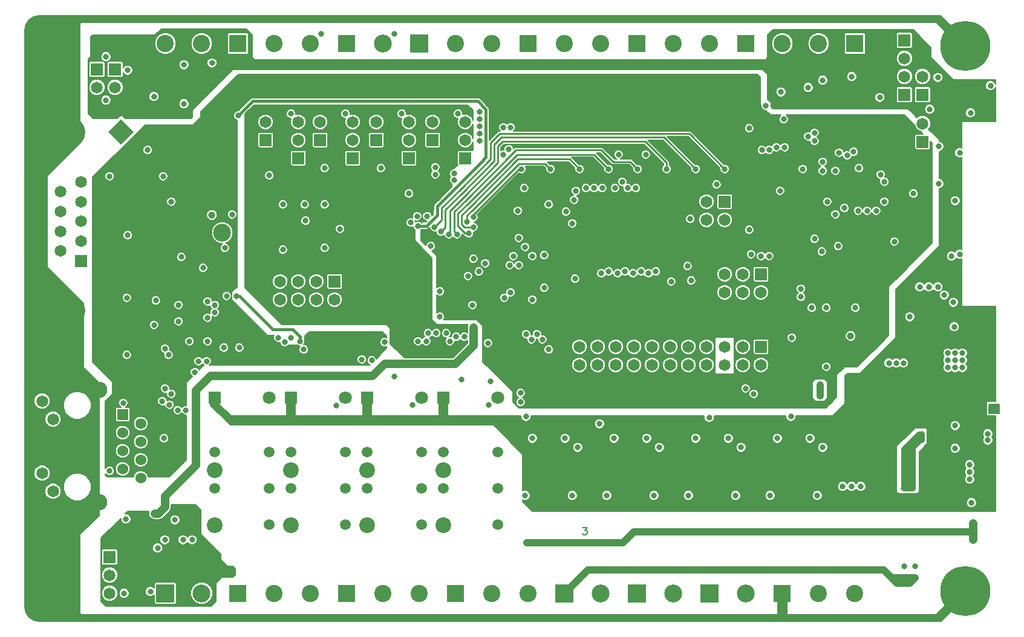
<source format=gbr>
G04 (created by PCBNEW (2013-jul-07)-stable) date miÃ© 17 sep 2014 11:04:25 ART*
%MOIN*%
G04 Gerber Fmt 3.4, Leading zero omitted, Abs format*
%FSLAX34Y34*%
G01*
G70*
G90*
G04 APERTURE LIST*
%ADD10C,0.00590551*%
%ADD11C,0.008*%
%ADD12R,0.065X0.065*%
%ADD13C,0.065*%
%ADD14C,0.0590551*%
%ADD15C,0.0866142*%
%ADD16C,0.0708661*%
%ADD17R,0.0708661X0.0708661*%
%ADD18C,0.0984252*%
%ADD19C,0.275591*%
%ADD20R,0.0944882X0.0944882*%
%ADD21C,0.0944882*%
%ADD22R,0.0984252X0.0984252*%
%ADD23C,0.16*%
%ADD24R,0.06X0.06*%
%ADD25C,0.06*%
%ADD26C,0.09*%
%ADD27R,0.0393701X0.0393701*%
%ADD28C,0.0393701*%
%ADD29C,0.032*%
%ADD30C,0.04*%
%ADD31C,0.045*%
%ADD32C,0.035*%
%ADD33C,0.01*%
%ADD34C,0.015*%
%ADD35C,0.03*%
%ADD36C,0.005*%
G04 APERTURE END LIST*
G54D10*
G54D11*
X42766Y-40261D02*
X43014Y-40261D01*
X42880Y-40414D01*
X42938Y-40414D01*
X42976Y-40433D01*
X42995Y-40452D01*
X43014Y-40490D01*
X43014Y-40585D01*
X42995Y-40623D01*
X42976Y-40642D01*
X42938Y-40661D01*
X42823Y-40661D01*
X42785Y-40642D01*
X42766Y-40623D01*
G54D12*
X61500Y-19000D03*
G54D13*
X61500Y-18000D03*
G54D14*
X38100Y-40100D03*
X38100Y-38100D03*
X38100Y-36100D03*
G54D15*
X35100Y-40147D03*
G54D14*
X35100Y-38100D03*
X35100Y-36100D03*
G54D16*
X38100Y-33100D03*
G54D17*
X35100Y-33100D03*
G54D15*
X35100Y-37115D03*
G54D14*
X25500Y-40100D03*
X25500Y-38100D03*
X25500Y-36100D03*
G54D15*
X22500Y-40147D03*
G54D14*
X22500Y-38100D03*
X22500Y-36100D03*
G54D16*
X25500Y-33100D03*
G54D17*
X22500Y-33100D03*
G54D15*
X22500Y-37115D03*
G54D14*
X29700Y-40100D03*
X29700Y-38100D03*
X29700Y-36100D03*
G54D15*
X26700Y-40147D03*
G54D14*
X26700Y-38100D03*
X26700Y-36100D03*
G54D16*
X29700Y-33100D03*
G54D17*
X26700Y-33100D03*
G54D15*
X26700Y-37115D03*
G54D14*
X33900Y-40100D03*
X33900Y-38100D03*
X33900Y-36100D03*
G54D15*
X30900Y-40147D03*
G54D14*
X30900Y-38100D03*
X30900Y-36100D03*
G54D16*
X33900Y-33100D03*
G54D17*
X30900Y-33100D03*
G54D15*
X30900Y-37115D03*
G54D12*
X29100Y-26700D03*
G54D13*
X29100Y-27700D03*
X28100Y-26700D03*
X28100Y-27700D03*
X27100Y-26700D03*
X27100Y-27700D03*
X26100Y-26700D03*
X26100Y-27700D03*
G54D12*
X52600Y-26300D03*
G54D13*
X52600Y-27300D03*
X51600Y-26300D03*
X51600Y-27300D03*
X50600Y-26300D03*
X50600Y-27300D03*
G54D12*
X16700Y-41900D03*
G54D13*
X16700Y-42900D03*
X16700Y-43900D03*
G54D12*
X36300Y-19900D03*
G54D13*
X36300Y-18900D03*
X36300Y-17900D03*
G54D12*
X33200Y-19900D03*
G54D13*
X33200Y-18900D03*
X33200Y-17900D03*
G54D12*
X30100Y-19900D03*
G54D13*
X30100Y-18900D03*
X30100Y-17900D03*
G54D12*
X27100Y-19900D03*
G54D13*
X27100Y-18900D03*
X27100Y-17900D03*
G54D12*
X50600Y-22300D03*
G54D13*
X50600Y-23300D03*
X49600Y-22300D03*
X49600Y-23300D03*
G54D12*
X31400Y-18900D03*
G54D13*
X31400Y-17900D03*
G54D12*
X60500Y-16400D03*
G54D13*
X60500Y-15400D03*
G54D12*
X61500Y-16400D03*
G54D13*
X61500Y-15400D03*
G54D12*
X28300Y-18900D03*
G54D13*
X28300Y-17900D03*
G54D12*
X17000Y-15000D03*
G54D13*
X17000Y-16000D03*
G54D12*
X34500Y-18900D03*
G54D13*
X34500Y-17900D03*
G54D12*
X16000Y-15000D03*
G54D13*
X16000Y-16000D03*
G54D12*
X25300Y-18900D03*
G54D13*
X25300Y-17900D03*
G54D12*
X60500Y-13400D03*
G54D13*
X60500Y-14400D03*
G54D12*
X52600Y-30300D03*
G54D13*
X52600Y-31300D03*
X51600Y-30300D03*
X51600Y-31300D03*
X50600Y-30300D03*
X50600Y-31300D03*
X49600Y-30300D03*
X49600Y-31300D03*
X48600Y-30300D03*
X48600Y-31300D03*
X47600Y-30300D03*
X47600Y-31300D03*
X46600Y-30300D03*
X46600Y-31300D03*
X45600Y-30300D03*
X45600Y-31300D03*
X44600Y-30300D03*
X44600Y-31300D03*
X43600Y-30300D03*
X43600Y-31300D03*
X42600Y-30300D03*
X42600Y-31300D03*
G54D18*
X22910Y-24010D03*
G54D10*
G36*
X17342Y-17746D02*
X18038Y-18442D01*
X17342Y-19138D01*
X16646Y-18442D01*
X17342Y-17746D01*
X17342Y-17746D01*
G37*
G54D19*
X13700Y-43779D03*
X13700Y-13700D03*
X63858Y-43779D03*
X63858Y-13700D03*
G54D20*
X23779Y-13582D03*
G54D21*
X21779Y-13582D03*
X19779Y-13582D03*
G54D20*
X45779Y-13582D03*
G54D21*
X43779Y-13582D03*
X41779Y-13582D03*
G54D20*
X51779Y-13582D03*
G54D21*
X49779Y-13582D03*
X47779Y-13582D03*
G54D20*
X57779Y-13582D03*
G54D21*
X55779Y-13582D03*
X53779Y-13582D03*
G54D20*
X39779Y-13582D03*
G54D21*
X37779Y-13582D03*
X35779Y-13582D03*
G54D20*
X35779Y-43897D03*
G54D21*
X37779Y-43897D03*
X39779Y-43897D03*
G54D20*
X23779Y-43897D03*
G54D21*
X25779Y-43897D03*
X27779Y-43897D03*
G54D20*
X29779Y-13582D03*
G54D21*
X27779Y-13582D03*
X25779Y-13582D03*
G54D20*
X29779Y-43897D03*
G54D21*
X31779Y-43897D03*
X33779Y-43897D03*
G54D20*
X53779Y-43897D03*
G54D21*
X55779Y-43897D03*
X57779Y-43897D03*
G54D22*
X19779Y-43897D03*
G54D18*
X21779Y-43897D03*
G54D22*
X33779Y-13582D03*
G54D18*
X31779Y-13582D03*
G54D22*
X41779Y-43897D03*
G54D18*
X43779Y-43897D03*
G54D22*
X49779Y-43897D03*
G54D18*
X51779Y-43897D03*
G54D22*
X45779Y-43897D03*
G54D18*
X47779Y-43897D03*
G54D12*
X15126Y-25565D03*
G54D13*
X15126Y-24475D03*
X15126Y-23385D03*
X15126Y-22295D03*
X15126Y-21205D03*
X14006Y-25020D03*
X14006Y-23930D03*
X14006Y-22840D03*
X14006Y-21750D03*
G54D23*
X14566Y-28305D03*
X14566Y-18465D03*
G54D24*
X17421Y-34037D03*
G54D25*
X18421Y-34537D03*
X17421Y-35037D03*
X18421Y-35537D03*
X17421Y-36037D03*
X18421Y-36537D03*
X17421Y-37037D03*
X18421Y-37537D03*
G54D26*
X16121Y-32687D03*
X16121Y-38887D03*
G54D13*
X12991Y-33297D03*
X13591Y-34297D03*
X12991Y-37277D03*
X13591Y-38277D03*
G54D27*
X21830Y-23031D03*
G54D28*
X22342Y-23031D03*
G54D27*
X58055Y-29700D03*
G54D28*
X57544Y-29700D03*
G54D29*
X39700Y-41100D03*
X55850Y-33000D03*
X55850Y-32400D03*
X64300Y-40050D03*
X64300Y-40950D03*
X64300Y-40500D03*
X22300Y-42450D03*
X17500Y-40300D03*
X21550Y-39750D03*
X28500Y-30450D03*
X59300Y-29700D03*
X58500Y-29700D03*
X58900Y-29700D03*
X56350Y-29950D03*
X56000Y-29950D03*
X59600Y-18300D03*
X61050Y-23750D03*
X35350Y-16050D03*
X34950Y-16050D03*
X36050Y-28000D03*
X34900Y-28200D03*
X34900Y-26800D03*
X18700Y-27600D03*
X19600Y-18950D03*
X57950Y-21400D03*
X55700Y-17650D03*
X17200Y-24700D03*
X48800Y-21600D03*
X16050Y-30850D03*
X20600Y-34600D03*
X51750Y-33250D03*
X53050Y-28050D03*
X49950Y-24250D03*
X16050Y-29750D03*
X17650Y-29600D03*
X35250Y-24750D03*
X38550Y-22800D03*
X39000Y-21250D03*
X40150Y-22800D03*
X23100Y-25700D03*
X22500Y-29450D03*
X21750Y-26600D03*
X40900Y-31100D03*
X52150Y-19550D03*
X56800Y-24250D03*
X56000Y-19700D03*
X58500Y-19550D03*
X59400Y-21750D03*
X56250Y-21700D03*
X49200Y-27900D03*
X38250Y-30200D03*
X40000Y-27200D03*
X40650Y-24800D03*
X53850Y-22100D03*
X46600Y-20500D03*
X43400Y-20500D03*
X49800Y-20500D03*
X48200Y-20500D03*
X45000Y-20500D03*
X40200Y-20500D03*
X41800Y-20500D03*
X48750Y-23750D03*
X31200Y-27650D03*
X25500Y-26200D03*
X25550Y-28050D03*
X33850Y-18500D03*
X33850Y-18150D03*
X27450Y-21050D03*
X26650Y-19350D03*
X29650Y-19350D03*
X32750Y-19350D03*
X35850Y-19350D03*
X34488Y-21456D03*
X61050Y-14100D03*
X63250Y-16900D03*
X42500Y-36550D03*
X58250Y-32000D03*
X57450Y-32000D03*
X56000Y-36550D03*
X51500Y-36550D03*
X47000Y-36550D03*
X57800Y-28150D03*
X18400Y-16400D03*
X57850Y-32000D03*
X56000Y-20600D03*
X60500Y-42400D03*
X61100Y-42400D03*
X26250Y-24950D03*
X26250Y-22450D03*
X33700Y-30000D03*
X28550Y-22450D03*
X34150Y-30000D03*
X28550Y-24850D03*
X34250Y-29550D03*
X34700Y-29550D03*
X20450Y-33800D03*
X23450Y-23000D03*
X20900Y-33800D03*
X33300Y-23450D03*
X36750Y-23150D03*
X39400Y-20500D03*
X36400Y-23400D03*
X41000Y-20500D03*
X36750Y-23700D03*
X42600Y-20500D03*
X36500Y-24050D03*
X44200Y-20500D03*
X35850Y-24100D03*
X45800Y-20500D03*
X35400Y-24100D03*
X47400Y-20500D03*
X34950Y-23950D03*
X49000Y-20500D03*
X34600Y-23700D03*
X50600Y-20500D03*
X37700Y-32200D03*
X29200Y-33550D03*
X33400Y-33500D03*
X37600Y-33500D03*
X39650Y-34150D03*
X39650Y-29600D03*
X43700Y-34550D03*
X39950Y-29900D03*
X49750Y-34200D03*
X40250Y-29600D03*
X54250Y-34150D03*
X40550Y-29900D03*
X21400Y-31700D03*
X21600Y-31100D03*
X27200Y-30000D03*
X23700Y-27500D03*
X22500Y-28000D03*
X26350Y-30050D03*
X23150Y-27500D03*
X26700Y-29800D03*
X26000Y-29800D03*
X22500Y-28400D03*
X45700Y-21550D03*
X45250Y-21550D03*
X52850Y-17000D03*
X20100Y-32900D03*
X19750Y-32600D03*
X19600Y-33300D03*
X20000Y-33500D03*
X52050Y-25200D03*
X52600Y-25300D03*
X64150Y-17400D03*
X53050Y-25300D03*
X65250Y-15900D03*
X45100Y-26150D03*
X42400Y-21700D03*
X42950Y-21550D03*
X46000Y-26150D03*
X44200Y-26150D03*
X42300Y-22200D03*
X40900Y-22450D03*
X43800Y-26250D03*
X46800Y-26150D03*
X43850Y-21550D03*
X43400Y-21550D03*
X46400Y-26250D03*
X39550Y-21550D03*
X40650Y-27050D03*
X39600Y-24800D03*
X40000Y-25300D03*
X41850Y-22850D03*
X38950Y-25300D03*
X39250Y-24300D03*
X39250Y-25800D03*
X53050Y-19450D03*
X36750Y-25450D03*
X37100Y-18550D03*
X53900Y-19300D03*
X37100Y-17750D03*
X37400Y-25700D03*
X37050Y-26150D03*
X37100Y-18150D03*
X53450Y-19300D03*
X51950Y-18250D03*
X36450Y-26400D03*
X37100Y-18950D03*
X62700Y-27450D03*
X63100Y-25300D03*
X38400Y-18200D03*
X38400Y-19700D03*
X38700Y-19400D03*
X38800Y-18200D03*
X23800Y-17550D03*
X18800Y-19450D03*
X33700Y-23650D03*
X34200Y-23100D03*
X33650Y-23100D03*
X19750Y-30400D03*
X63200Y-27850D03*
X35450Y-30000D03*
X35250Y-29550D03*
X35800Y-29750D03*
X36250Y-29750D03*
X54300Y-29800D03*
X54800Y-27550D03*
X58450Y-22800D03*
X58950Y-22800D03*
X57950Y-22800D03*
X56900Y-19600D03*
X57350Y-19750D03*
X54900Y-20500D03*
X55550Y-18500D03*
X55550Y-18950D03*
X55200Y-18700D03*
X63300Y-22250D03*
X61350Y-27000D03*
X61850Y-27000D03*
X42200Y-23500D03*
X60050Y-31200D03*
X17650Y-30750D03*
X39600Y-38500D03*
X42200Y-38500D03*
X44100Y-38500D03*
X46700Y-38500D03*
X48600Y-38500D03*
X51200Y-38500D03*
X53100Y-38500D03*
X55700Y-38500D03*
X40000Y-35350D03*
X42500Y-35850D03*
X47000Y-35850D03*
X56000Y-35850D03*
X51500Y-35850D03*
X44500Y-35350D03*
X64200Y-38900D03*
X63300Y-35900D03*
X63300Y-34650D03*
X65100Y-35100D03*
X65100Y-35450D03*
X61000Y-21850D03*
X59950Y-24500D03*
X62400Y-19250D03*
X61900Y-17200D03*
X53500Y-35350D03*
X49000Y-35350D03*
X36700Y-28000D03*
X34900Y-27250D03*
X48700Y-23250D03*
X44950Y-21200D03*
X50150Y-21350D03*
X54800Y-27100D03*
X16700Y-20900D03*
X44550Y-21550D03*
X39200Y-22800D03*
X47650Y-26700D03*
X19250Y-27750D03*
X53850Y-17750D03*
X52650Y-19450D03*
X17700Y-24150D03*
X56200Y-31400D03*
X53700Y-16250D03*
X55200Y-16000D03*
X59150Y-16550D03*
X20800Y-16900D03*
X22350Y-14650D03*
X19150Y-16500D03*
X20800Y-14750D03*
X62350Y-15450D03*
X60450Y-31200D03*
X59650Y-31200D03*
X17450Y-33400D03*
X16700Y-37150D03*
X48750Y-26650D03*
X19700Y-35350D03*
X17650Y-27600D03*
X35700Y-21100D03*
X35700Y-20750D03*
X34400Y-24750D03*
X34900Y-28650D03*
X62350Y-27000D03*
X63250Y-29200D03*
X60800Y-28650D03*
X20100Y-22300D03*
X19650Y-20900D03*
X21850Y-25950D03*
X23050Y-24850D03*
X22100Y-27800D03*
X19950Y-30750D03*
X21100Y-30000D03*
X22100Y-30000D03*
X40900Y-30450D03*
X30600Y-31000D03*
X57600Y-38000D03*
X57100Y-38000D03*
X58100Y-38000D03*
X64100Y-37200D03*
X64100Y-36800D03*
X64100Y-37600D03*
X63300Y-31050D03*
X63700Y-31050D03*
X63700Y-30650D03*
X63300Y-30650D03*
X62900Y-30650D03*
X62900Y-31050D03*
X62900Y-31450D03*
X63300Y-31450D03*
X63700Y-31450D03*
X63550Y-19600D03*
X63550Y-25200D03*
X53650Y-21700D03*
X51950Y-23850D03*
X58000Y-20450D03*
X56700Y-20600D03*
X56700Y-23000D03*
X55550Y-24350D03*
X56000Y-20100D03*
X55950Y-25050D03*
X57200Y-22650D03*
X56250Y-22300D03*
X62400Y-21300D03*
X59200Y-20807D03*
X44750Y-19700D03*
X46250Y-19700D03*
X42350Y-26550D03*
X38750Y-25800D03*
X37550Y-30100D03*
X40000Y-27700D03*
X40650Y-25250D03*
X44700Y-26250D03*
X57700Y-19550D03*
X29400Y-23800D03*
X28350Y-13050D03*
X32400Y-13050D03*
X19750Y-40950D03*
X19200Y-39500D03*
X17600Y-39800D03*
X36750Y-29250D03*
X27450Y-22450D03*
X34650Y-20800D03*
X25500Y-20850D03*
X28550Y-20450D03*
X31650Y-20450D03*
X34650Y-20400D03*
X33200Y-21850D03*
X27500Y-23350D03*
X26700Y-17450D03*
X29700Y-17450D03*
X32800Y-17450D03*
X35900Y-17450D03*
X12362Y-35236D03*
X12362Y-39566D03*
X12362Y-37401D03*
X12362Y-28740D03*
X12362Y-30905D03*
X12362Y-17913D03*
X12362Y-20078D03*
X12362Y-22244D03*
X12362Y-24409D03*
X12362Y-26574D03*
X12362Y-41732D03*
X12362Y-15748D03*
X61515Y-45255D03*
X59350Y-45255D03*
X57185Y-45255D03*
X55019Y-45255D03*
X52854Y-45255D03*
X50688Y-45255D03*
X48523Y-45255D03*
X46358Y-45255D03*
X44192Y-45255D03*
X42027Y-45255D03*
X39862Y-45255D03*
X37696Y-45255D03*
X35531Y-45255D03*
X33366Y-45255D03*
X31200Y-45255D03*
X29035Y-45255D03*
X26870Y-45255D03*
X24704Y-45255D03*
X22539Y-45255D03*
X20374Y-45255D03*
X18208Y-45255D03*
X16043Y-45255D03*
X16043Y-12244D03*
X18208Y-12244D03*
X20374Y-12244D03*
X22539Y-12244D03*
X24704Y-12244D03*
X26870Y-12244D03*
X29035Y-12244D03*
X31200Y-12244D03*
X33366Y-12244D03*
X35531Y-12244D03*
X37696Y-12244D03*
X39862Y-12244D03*
X42027Y-12244D03*
X44192Y-12244D03*
X46358Y-12244D03*
X48523Y-12244D03*
X50688Y-12244D03*
X52854Y-12244D03*
X55019Y-12244D03*
X57185Y-12244D03*
X59350Y-12244D03*
X61515Y-12244D03*
X14200Y-38650D03*
X15400Y-36700D03*
X15400Y-35050D03*
X14450Y-36700D03*
X13300Y-36500D03*
X13300Y-34850D03*
X14200Y-32850D03*
X14450Y-35050D03*
X37100Y-17350D03*
X32400Y-31950D03*
X31150Y-31050D03*
X31850Y-30050D03*
X38450Y-27600D03*
X39350Y-32850D03*
X55400Y-28150D03*
X51750Y-32600D03*
X56200Y-28150D03*
X39350Y-33350D03*
X52200Y-32900D03*
X38800Y-27300D03*
X56000Y-15600D03*
X57600Y-15400D03*
X17700Y-15050D03*
X16500Y-16700D03*
X16500Y-14300D03*
X48550Y-25850D03*
X45550Y-26250D03*
X61100Y-43050D03*
X60500Y-43050D03*
X61450Y-35450D03*
X61450Y-35100D03*
X60950Y-38100D03*
X60450Y-38100D03*
X23850Y-30350D03*
X22050Y-31100D03*
X20650Y-25350D03*
X19150Y-29100D03*
X20500Y-28000D03*
X20500Y-28900D03*
X22100Y-28700D03*
X23000Y-30350D03*
X27400Y-30450D03*
X55300Y-35350D03*
X41800Y-35350D03*
X50800Y-35350D03*
X46300Y-35350D03*
X36100Y-32100D03*
X18950Y-43800D03*
X21250Y-40950D03*
X17500Y-43900D03*
X20750Y-40950D03*
X19350Y-41400D03*
X20300Y-39850D03*
X56850Y-24750D03*
X59400Y-22300D03*
X59400Y-21200D03*
G54D30*
X39700Y-41100D02*
X45000Y-41100D01*
X45000Y-41100D02*
X45600Y-40500D01*
X55850Y-32400D02*
X55850Y-33000D01*
X45600Y-40500D02*
X64300Y-40500D01*
G54D31*
X64300Y-40950D02*
X64300Y-40050D01*
G54D32*
X33850Y-18150D02*
X33850Y-18500D01*
G54D33*
X59300Y-30950D02*
X59250Y-31000D01*
X59250Y-31000D02*
X59250Y-31750D01*
X59250Y-31750D02*
X59000Y-32000D01*
X59000Y-32000D02*
X58250Y-32000D01*
X35100Y-33100D02*
X35100Y-34400D01*
X30900Y-33100D02*
X30900Y-34400D01*
X26700Y-33100D02*
X26700Y-34400D01*
X56200Y-14750D02*
X23150Y-14750D01*
X61850Y-17650D02*
X61250Y-17050D01*
X61250Y-17050D02*
X58500Y-17050D01*
X58500Y-17050D02*
X56200Y-14750D01*
X62850Y-17650D02*
X61850Y-17650D01*
X19050Y-15750D02*
X18400Y-16400D01*
X22150Y-15750D02*
X19050Y-15750D01*
X23150Y-14750D02*
X22150Y-15750D01*
X59300Y-30950D02*
X60350Y-29900D01*
X62850Y-17400D02*
X63300Y-16800D01*
X62850Y-24800D02*
X62850Y-17650D01*
X62850Y-17650D02*
X62850Y-17400D01*
X60350Y-27300D02*
X62850Y-24800D01*
X60350Y-29900D02*
X60350Y-27300D01*
X57850Y-32000D02*
X57850Y-34750D01*
X56450Y-36150D02*
X56000Y-36150D01*
X57850Y-34750D02*
X56450Y-36150D01*
X57450Y-32000D02*
X58250Y-32000D01*
X51500Y-36150D02*
X56000Y-36150D01*
X47000Y-36150D02*
X51500Y-36150D01*
X42500Y-36150D02*
X47000Y-36150D01*
X22500Y-33100D02*
X22500Y-33450D01*
X22500Y-33450D02*
X23450Y-34400D01*
X23450Y-34400D02*
X26700Y-34400D01*
X39800Y-36150D02*
X42500Y-36150D01*
X35100Y-34400D02*
X38050Y-34400D01*
X38050Y-34400D02*
X39800Y-36150D01*
X30900Y-34400D02*
X35100Y-34400D01*
X26700Y-34400D02*
X30900Y-34400D01*
X39400Y-20500D02*
X39250Y-20500D01*
X36750Y-23000D02*
X36750Y-23150D01*
X39250Y-20500D02*
X36750Y-23000D01*
X36650Y-22800D02*
X36400Y-23050D01*
X36400Y-23050D02*
X36400Y-23400D01*
X39250Y-20200D02*
X36650Y-22800D01*
X40700Y-20200D02*
X39250Y-20200D01*
X40700Y-20200D02*
X41000Y-20500D01*
X39200Y-19950D02*
X42050Y-19950D01*
X36550Y-22600D02*
X36100Y-23050D01*
X36100Y-23050D02*
X36100Y-23550D01*
X39200Y-19950D02*
X36550Y-22600D01*
X36250Y-23700D02*
X36100Y-23550D01*
X36250Y-23700D02*
X36750Y-23700D01*
X42050Y-19950D02*
X42600Y-20500D01*
X36500Y-24050D02*
X36300Y-24050D01*
X36300Y-24050D02*
X35900Y-23650D01*
X39150Y-19700D02*
X43400Y-19700D01*
X36450Y-22400D02*
X35900Y-22950D01*
X35900Y-22950D02*
X35900Y-23100D01*
X35900Y-23650D02*
X35900Y-23100D01*
X43400Y-19700D02*
X44200Y-20500D01*
X39150Y-19700D02*
X36450Y-22400D01*
X38825Y-19725D02*
X39100Y-19450D01*
X45400Y-20100D02*
X45800Y-20500D01*
X44450Y-20100D02*
X45400Y-20100D01*
X43800Y-19450D02*
X44450Y-20100D01*
X39100Y-19450D02*
X43800Y-19450D01*
X36350Y-22200D02*
X35700Y-22850D01*
X35700Y-22850D02*
X35700Y-23000D01*
X38825Y-19725D02*
X36350Y-22200D01*
X35800Y-24050D02*
X35700Y-23950D01*
X35700Y-23950D02*
X35700Y-23000D01*
X35850Y-24100D02*
X35800Y-24050D01*
X38800Y-18975D02*
X38375Y-18975D01*
X38375Y-18975D02*
X38100Y-19250D01*
X35400Y-24100D02*
X35450Y-24050D01*
X35450Y-24050D02*
X35450Y-22800D01*
X45875Y-18975D02*
X46225Y-18975D01*
X38800Y-18975D02*
X45875Y-18975D01*
X38100Y-20150D02*
X36250Y-22000D01*
X36250Y-22000D02*
X35450Y-22800D01*
X38100Y-19250D02*
X38100Y-20150D01*
X47400Y-20150D02*
X47400Y-20500D01*
X46225Y-18975D02*
X47400Y-20150D01*
X35400Y-24100D02*
X35400Y-24100D01*
X37900Y-20050D02*
X37900Y-19150D01*
X34950Y-23950D02*
X35200Y-23700D01*
X38300Y-18750D02*
X37900Y-19150D01*
X38300Y-18750D02*
X38800Y-18750D01*
X35200Y-23700D02*
X35200Y-22750D01*
X37900Y-20050D02*
X36150Y-21800D01*
X36150Y-21800D02*
X35200Y-22750D01*
X49000Y-20500D02*
X47250Y-18750D01*
X47250Y-18750D02*
X38800Y-18750D01*
X38800Y-18750D02*
X38800Y-18750D01*
X37700Y-19950D02*
X37700Y-19050D01*
X35000Y-23150D02*
X35000Y-23300D01*
X35000Y-23300D02*
X34600Y-23700D01*
X36050Y-21600D02*
X35000Y-22650D01*
X35000Y-22650D02*
X35000Y-22750D01*
X37700Y-19950D02*
X36050Y-21600D01*
X35000Y-23150D02*
X35000Y-22750D01*
X38900Y-18550D02*
X38200Y-18550D01*
X38200Y-18550D02*
X37700Y-19050D01*
X48650Y-18550D02*
X50600Y-20500D01*
X48650Y-18550D02*
X38900Y-18550D01*
G54D34*
X23700Y-27500D02*
X23850Y-27500D01*
X27200Y-29750D02*
X27200Y-30000D01*
X26800Y-29350D02*
X27200Y-29750D01*
X25700Y-29350D02*
X26800Y-29350D01*
X23850Y-27500D02*
X25700Y-29350D01*
G54D33*
X23700Y-27500D02*
X23650Y-27500D01*
G54D34*
X34750Y-22550D02*
X37150Y-20150D01*
X34750Y-23050D02*
X34750Y-22550D01*
X34150Y-23650D02*
X34750Y-23050D01*
X33700Y-23650D02*
X34150Y-23650D01*
X37000Y-16750D02*
X25000Y-16750D01*
X37444Y-17194D02*
X37000Y-16750D01*
X37444Y-19855D02*
X37444Y-17194D01*
X37150Y-20150D02*
X37444Y-19855D01*
X24900Y-16750D02*
X25000Y-16750D01*
X24600Y-16750D02*
X24900Y-16750D01*
X23800Y-17550D02*
X24600Y-16750D01*
G54D31*
X22250Y-31900D02*
X21450Y-32700D01*
X19750Y-38550D02*
X19750Y-39150D01*
X21450Y-36850D02*
X19750Y-38550D01*
X19200Y-39500D02*
X19400Y-39500D01*
X19750Y-39150D02*
X19400Y-39500D01*
X22250Y-31900D02*
X31200Y-31900D01*
X35750Y-31250D02*
X36650Y-30350D01*
X35750Y-31250D02*
X31850Y-31250D01*
X31850Y-31250D02*
X31200Y-31900D01*
X21450Y-32700D02*
X21450Y-36850D01*
X36650Y-30350D02*
X36750Y-30250D01*
X36750Y-30250D02*
X36750Y-29250D01*
X36600Y-30400D02*
X36650Y-30350D01*
G54D34*
X16121Y-32687D02*
X15800Y-33008D01*
X15800Y-33008D02*
X15800Y-38566D01*
X15800Y-38566D02*
X16121Y-38887D01*
G54D30*
X61100Y-43050D02*
X59800Y-43050D01*
X58950Y-42600D02*
X59350Y-42600D01*
X59350Y-42600D02*
X59800Y-43050D01*
X59800Y-43050D02*
X60100Y-43350D01*
X60100Y-43350D02*
X60800Y-43350D01*
X41779Y-43897D02*
X43077Y-42600D01*
X43077Y-42600D02*
X58950Y-42600D01*
X58950Y-42600D02*
X58850Y-42600D01*
X60800Y-43350D02*
X61100Y-43050D01*
G54D35*
X61450Y-35100D02*
X61450Y-35450D01*
X60700Y-36100D02*
X60700Y-35850D01*
X60700Y-35850D02*
X61450Y-35100D01*
X61450Y-35450D02*
X61350Y-35450D01*
X61350Y-35450D02*
X60950Y-35850D01*
X60450Y-35950D02*
X61300Y-35100D01*
X61300Y-35100D02*
X61450Y-35100D01*
X60700Y-38100D02*
X60700Y-36100D01*
X60450Y-38100D02*
X60700Y-38100D01*
X60700Y-38100D02*
X60950Y-38100D01*
X60450Y-36000D02*
X60450Y-35950D01*
X60450Y-35950D02*
X60450Y-38100D01*
X60950Y-35850D02*
X60950Y-38100D01*
G54D10*
G36*
X36725Y-19439D02*
X36680Y-19484D01*
X36645Y-19470D01*
X36604Y-19469D01*
X35954Y-19469D01*
X35915Y-19485D01*
X35886Y-19515D01*
X35870Y-19554D01*
X35869Y-19595D01*
X35869Y-20245D01*
X35884Y-20280D01*
X35679Y-20484D01*
X35647Y-20484D01*
X35550Y-20525D01*
X35475Y-20599D01*
X35435Y-20697D01*
X35434Y-20802D01*
X35475Y-20899D01*
X35500Y-20924D01*
X35475Y-20949D01*
X35435Y-21047D01*
X35434Y-21152D01*
X35475Y-21249D01*
X35549Y-21324D01*
X35575Y-21335D01*
X35575Y-21470D01*
X34930Y-22115D01*
X34930Y-17814D01*
X34864Y-17656D01*
X34743Y-17535D01*
X34585Y-17470D01*
X34414Y-17469D01*
X34256Y-17535D01*
X34135Y-17656D01*
X34070Y-17814D01*
X34069Y-17985D01*
X34135Y-18143D01*
X34256Y-18264D01*
X34414Y-18329D01*
X34585Y-18330D01*
X34743Y-18264D01*
X34864Y-18143D01*
X34929Y-17985D01*
X34930Y-17814D01*
X34930Y-22115D01*
X34930Y-22115D01*
X34930Y-19204D01*
X34930Y-18554D01*
X34914Y-18515D01*
X34884Y-18486D01*
X34845Y-18470D01*
X34804Y-18469D01*
X34154Y-18469D01*
X34115Y-18485D01*
X34086Y-18515D01*
X34070Y-18554D01*
X34069Y-18595D01*
X34069Y-19245D01*
X34085Y-19284D01*
X34115Y-19313D01*
X34154Y-19329D01*
X34195Y-19330D01*
X34845Y-19330D01*
X34884Y-19314D01*
X34913Y-19284D01*
X34929Y-19245D01*
X34930Y-19204D01*
X34930Y-22115D01*
X34915Y-22130D01*
X34915Y-20747D01*
X34874Y-20650D01*
X34824Y-20599D01*
X34874Y-20550D01*
X34914Y-20452D01*
X34915Y-20347D01*
X34874Y-20250D01*
X34800Y-20175D01*
X34702Y-20135D01*
X34597Y-20134D01*
X34500Y-20175D01*
X34425Y-20249D01*
X34385Y-20347D01*
X34384Y-20452D01*
X34425Y-20549D01*
X34475Y-20600D01*
X34425Y-20649D01*
X34385Y-20747D01*
X34384Y-20852D01*
X34425Y-20949D01*
X34499Y-21024D01*
X34597Y-21064D01*
X34702Y-21065D01*
X34799Y-21024D01*
X34874Y-20950D01*
X34914Y-20852D01*
X34915Y-20747D01*
X34915Y-22130D01*
X34622Y-22422D01*
X34583Y-22481D01*
X34570Y-22550D01*
X34570Y-22744D01*
X34525Y-22789D01*
X34525Y-23020D01*
X34465Y-23080D01*
X34465Y-23047D01*
X34424Y-22950D01*
X34350Y-22875D01*
X34252Y-22835D01*
X34147Y-22834D01*
X34050Y-22875D01*
X33975Y-22949D01*
X33935Y-23047D01*
X33934Y-23152D01*
X33975Y-23249D01*
X34049Y-23324D01*
X34147Y-23364D01*
X34180Y-23364D01*
X34120Y-23425D01*
X33939Y-23425D01*
X33894Y-23469D01*
X33850Y-23425D01*
X33752Y-23385D01*
X33647Y-23384D01*
X33565Y-23419D01*
X33565Y-23397D01*
X33542Y-23342D01*
X33597Y-23364D01*
X33702Y-23365D01*
X33799Y-23324D01*
X33874Y-23250D01*
X33914Y-23152D01*
X33915Y-23047D01*
X33874Y-22950D01*
X33800Y-22875D01*
X33702Y-22835D01*
X33630Y-22834D01*
X33630Y-18814D01*
X33630Y-17814D01*
X33564Y-17656D01*
X33443Y-17535D01*
X33285Y-17470D01*
X33114Y-17469D01*
X33064Y-17490D01*
X33065Y-17397D01*
X33024Y-17300D01*
X32950Y-17225D01*
X32852Y-17185D01*
X32747Y-17184D01*
X32650Y-17225D01*
X32575Y-17299D01*
X32535Y-17397D01*
X32534Y-17502D01*
X32575Y-17599D01*
X32649Y-17674D01*
X32747Y-17714D01*
X32811Y-17715D01*
X32770Y-17814D01*
X32769Y-17985D01*
X32835Y-18143D01*
X32956Y-18264D01*
X33114Y-18329D01*
X33285Y-18330D01*
X33443Y-18264D01*
X33564Y-18143D01*
X33629Y-17985D01*
X33630Y-17814D01*
X33630Y-18814D01*
X33564Y-18656D01*
X33443Y-18535D01*
X33285Y-18470D01*
X33114Y-18469D01*
X32956Y-18535D01*
X32835Y-18656D01*
X32770Y-18814D01*
X32769Y-18985D01*
X32835Y-19143D01*
X32956Y-19264D01*
X33114Y-19329D01*
X33285Y-19330D01*
X33443Y-19264D01*
X33564Y-19143D01*
X33629Y-18985D01*
X33630Y-18814D01*
X33630Y-22834D01*
X33630Y-22834D01*
X33630Y-20204D01*
X33630Y-19554D01*
X33614Y-19515D01*
X33584Y-19486D01*
X33545Y-19470D01*
X33504Y-19469D01*
X32854Y-19469D01*
X32815Y-19485D01*
X32786Y-19515D01*
X32770Y-19554D01*
X32769Y-19595D01*
X32769Y-20245D01*
X32785Y-20284D01*
X32815Y-20313D01*
X32854Y-20329D01*
X32895Y-20330D01*
X33545Y-20330D01*
X33584Y-20314D01*
X33613Y-20284D01*
X33629Y-20245D01*
X33630Y-20204D01*
X33630Y-22834D01*
X33597Y-22834D01*
X33500Y-22875D01*
X33465Y-22910D01*
X33465Y-21797D01*
X33424Y-21700D01*
X33350Y-21625D01*
X33252Y-21585D01*
X33147Y-21584D01*
X33050Y-21625D01*
X32975Y-21699D01*
X32935Y-21797D01*
X32934Y-21902D01*
X32975Y-21999D01*
X33049Y-22074D01*
X33147Y-22114D01*
X33252Y-22115D01*
X33349Y-22074D01*
X33424Y-22000D01*
X33464Y-21902D01*
X33465Y-21797D01*
X33465Y-22910D01*
X33425Y-22949D01*
X33385Y-23047D01*
X33384Y-23152D01*
X33407Y-23207D01*
X33352Y-23185D01*
X33247Y-23184D01*
X33150Y-23225D01*
X33075Y-23299D01*
X33035Y-23397D01*
X33034Y-23502D01*
X33075Y-23599D01*
X33149Y-23674D01*
X33247Y-23714D01*
X33352Y-23715D01*
X33434Y-23680D01*
X33434Y-23702D01*
X33475Y-23799D01*
X33525Y-23849D01*
X33525Y-24460D01*
X34475Y-25410D01*
X34475Y-28810D01*
X34739Y-29075D01*
X36477Y-29075D01*
X36445Y-29123D01*
X36420Y-29250D01*
X36420Y-29545D01*
X36400Y-29525D01*
X36302Y-29485D01*
X36197Y-29484D01*
X36100Y-29525D01*
X36025Y-29599D01*
X36025Y-29600D01*
X36024Y-29600D01*
X35950Y-29525D01*
X35852Y-29485D01*
X35747Y-29484D01*
X35650Y-29525D01*
X35575Y-29599D01*
X35535Y-29697D01*
X35535Y-29748D01*
X35502Y-29735D01*
X35439Y-29734D01*
X35474Y-29700D01*
X35514Y-29602D01*
X35515Y-29497D01*
X35474Y-29400D01*
X35400Y-29325D01*
X35302Y-29285D01*
X35197Y-29284D01*
X35100Y-29325D01*
X35025Y-29399D01*
X34985Y-29497D01*
X34984Y-29602D01*
X35025Y-29699D01*
X35099Y-29774D01*
X35197Y-29814D01*
X35260Y-29815D01*
X35225Y-29849D01*
X35185Y-29947D01*
X35184Y-30052D01*
X35225Y-30149D01*
X35299Y-30224D01*
X35397Y-30264D01*
X35502Y-30265D01*
X35599Y-30224D01*
X35674Y-30150D01*
X35714Y-30052D01*
X35714Y-30001D01*
X35747Y-30014D01*
X35852Y-30015D01*
X35949Y-29974D01*
X36024Y-29900D01*
X36024Y-29899D01*
X36025Y-29899D01*
X36099Y-29974D01*
X36197Y-30014D01*
X36302Y-30015D01*
X36399Y-29974D01*
X36420Y-29954D01*
X36420Y-30113D01*
X36416Y-30116D01*
X36366Y-30166D01*
X35613Y-30920D01*
X34965Y-30920D01*
X34965Y-29497D01*
X34924Y-29400D01*
X34850Y-29325D01*
X34752Y-29285D01*
X34647Y-29284D01*
X34550Y-29325D01*
X34475Y-29399D01*
X34475Y-29400D01*
X34474Y-29400D01*
X34400Y-29325D01*
X34302Y-29285D01*
X34197Y-29284D01*
X34100Y-29325D01*
X34025Y-29399D01*
X33985Y-29497D01*
X33984Y-29602D01*
X34025Y-29699D01*
X34071Y-29745D01*
X34000Y-29775D01*
X33925Y-29849D01*
X33925Y-29850D01*
X33924Y-29850D01*
X33850Y-29775D01*
X33752Y-29735D01*
X33647Y-29734D01*
X33550Y-29775D01*
X33475Y-29849D01*
X33435Y-29947D01*
X33434Y-30052D01*
X33475Y-30149D01*
X33549Y-30224D01*
X33647Y-30264D01*
X33752Y-30265D01*
X33849Y-30224D01*
X33924Y-30150D01*
X33924Y-30149D01*
X33925Y-30149D01*
X33999Y-30224D01*
X34097Y-30264D01*
X34202Y-30265D01*
X34299Y-30224D01*
X34374Y-30150D01*
X34414Y-30052D01*
X34415Y-29947D01*
X34374Y-29850D01*
X34328Y-29804D01*
X34399Y-29774D01*
X34474Y-29700D01*
X34474Y-29699D01*
X34475Y-29699D01*
X34549Y-29774D01*
X34647Y-29814D01*
X34752Y-29815D01*
X34849Y-29774D01*
X34924Y-29700D01*
X34964Y-29602D01*
X34965Y-29497D01*
X34965Y-30920D01*
X32955Y-30920D01*
X32175Y-30139D01*
X32175Y-29289D01*
X31960Y-29075D01*
X31915Y-29075D01*
X31915Y-20397D01*
X31874Y-20300D01*
X31830Y-20255D01*
X31830Y-17814D01*
X31764Y-17656D01*
X31643Y-17535D01*
X31485Y-17470D01*
X31314Y-17469D01*
X31156Y-17535D01*
X31035Y-17656D01*
X30970Y-17814D01*
X30969Y-17985D01*
X31035Y-18143D01*
X31156Y-18264D01*
X31314Y-18329D01*
X31485Y-18330D01*
X31643Y-18264D01*
X31764Y-18143D01*
X31829Y-17985D01*
X31830Y-17814D01*
X31830Y-20255D01*
X31830Y-20255D01*
X31830Y-19204D01*
X31830Y-18554D01*
X31814Y-18515D01*
X31784Y-18486D01*
X31745Y-18470D01*
X31704Y-18469D01*
X31054Y-18469D01*
X31015Y-18485D01*
X30986Y-18515D01*
X30970Y-18554D01*
X30969Y-18595D01*
X30969Y-19245D01*
X30985Y-19284D01*
X31015Y-19313D01*
X31054Y-19329D01*
X31095Y-19330D01*
X31745Y-19330D01*
X31784Y-19314D01*
X31813Y-19284D01*
X31829Y-19245D01*
X31830Y-19204D01*
X31830Y-20255D01*
X31800Y-20225D01*
X31702Y-20185D01*
X31597Y-20184D01*
X31500Y-20225D01*
X31425Y-20299D01*
X31385Y-20397D01*
X31384Y-20502D01*
X31425Y-20599D01*
X31499Y-20674D01*
X31597Y-20714D01*
X31702Y-20715D01*
X31799Y-20674D01*
X31874Y-20600D01*
X31914Y-20502D01*
X31915Y-20397D01*
X31915Y-29075D01*
X30530Y-29075D01*
X30530Y-18814D01*
X30530Y-17814D01*
X30464Y-17656D01*
X30343Y-17535D01*
X30185Y-17470D01*
X30014Y-17469D01*
X29964Y-17490D01*
X29965Y-17397D01*
X29924Y-17300D01*
X29850Y-17225D01*
X29752Y-17185D01*
X29647Y-17184D01*
X29550Y-17225D01*
X29475Y-17299D01*
X29435Y-17397D01*
X29434Y-17502D01*
X29475Y-17599D01*
X29549Y-17674D01*
X29647Y-17714D01*
X29711Y-17715D01*
X29670Y-17814D01*
X29669Y-17985D01*
X29735Y-18143D01*
X29856Y-18264D01*
X30014Y-18329D01*
X30185Y-18330D01*
X30343Y-18264D01*
X30464Y-18143D01*
X30529Y-17985D01*
X30530Y-17814D01*
X30530Y-18814D01*
X30464Y-18656D01*
X30343Y-18535D01*
X30185Y-18470D01*
X30014Y-18469D01*
X29856Y-18535D01*
X29735Y-18656D01*
X29670Y-18814D01*
X29669Y-18985D01*
X29735Y-19143D01*
X29856Y-19264D01*
X30014Y-19329D01*
X30185Y-19330D01*
X30343Y-19264D01*
X30464Y-19143D01*
X30529Y-18985D01*
X30530Y-18814D01*
X30530Y-29075D01*
X30530Y-29075D01*
X30530Y-20204D01*
X30530Y-19554D01*
X30514Y-19515D01*
X30484Y-19486D01*
X30445Y-19470D01*
X30404Y-19469D01*
X29754Y-19469D01*
X29715Y-19485D01*
X29686Y-19515D01*
X29670Y-19554D01*
X29669Y-19595D01*
X29669Y-20245D01*
X29685Y-20284D01*
X29715Y-20313D01*
X29754Y-20329D01*
X29795Y-20330D01*
X30445Y-20330D01*
X30484Y-20314D01*
X30513Y-20284D01*
X30529Y-20245D01*
X30530Y-20204D01*
X30530Y-29075D01*
X29665Y-29075D01*
X29665Y-23747D01*
X29624Y-23650D01*
X29550Y-23575D01*
X29452Y-23535D01*
X29347Y-23534D01*
X29250Y-23575D01*
X29175Y-23649D01*
X29135Y-23747D01*
X29134Y-23852D01*
X29175Y-23949D01*
X29249Y-24024D01*
X29347Y-24064D01*
X29452Y-24065D01*
X29549Y-24024D01*
X29624Y-23950D01*
X29664Y-23852D01*
X29665Y-23747D01*
X29665Y-29075D01*
X29530Y-29075D01*
X29530Y-27614D01*
X29530Y-27614D01*
X29530Y-27004D01*
X29530Y-26354D01*
X29514Y-26315D01*
X29484Y-26286D01*
X29445Y-26270D01*
X29404Y-26269D01*
X28815Y-26269D01*
X28815Y-24797D01*
X28815Y-22397D01*
X28815Y-20397D01*
X28774Y-20300D01*
X28730Y-20255D01*
X28730Y-17814D01*
X28664Y-17656D01*
X28543Y-17535D01*
X28385Y-17470D01*
X28214Y-17469D01*
X28056Y-17535D01*
X27935Y-17656D01*
X27870Y-17814D01*
X27869Y-17985D01*
X27935Y-18143D01*
X28056Y-18264D01*
X28214Y-18329D01*
X28385Y-18330D01*
X28543Y-18264D01*
X28664Y-18143D01*
X28729Y-17985D01*
X28730Y-17814D01*
X28730Y-20255D01*
X28730Y-20255D01*
X28730Y-19204D01*
X28730Y-18554D01*
X28714Y-18515D01*
X28684Y-18486D01*
X28645Y-18470D01*
X28604Y-18469D01*
X27954Y-18469D01*
X27915Y-18485D01*
X27886Y-18515D01*
X27870Y-18554D01*
X27869Y-18595D01*
X27869Y-19245D01*
X27885Y-19284D01*
X27915Y-19313D01*
X27954Y-19329D01*
X27995Y-19330D01*
X28645Y-19330D01*
X28684Y-19314D01*
X28713Y-19284D01*
X28729Y-19245D01*
X28730Y-19204D01*
X28730Y-20255D01*
X28700Y-20225D01*
X28602Y-20185D01*
X28497Y-20184D01*
X28400Y-20225D01*
X28325Y-20299D01*
X28285Y-20397D01*
X28284Y-20502D01*
X28325Y-20599D01*
X28399Y-20674D01*
X28497Y-20714D01*
X28602Y-20715D01*
X28699Y-20674D01*
X28774Y-20600D01*
X28814Y-20502D01*
X28815Y-20397D01*
X28815Y-22397D01*
X28774Y-22300D01*
X28700Y-22225D01*
X28602Y-22185D01*
X28497Y-22184D01*
X28400Y-22225D01*
X28325Y-22299D01*
X28285Y-22397D01*
X28284Y-22502D01*
X28325Y-22599D01*
X28399Y-22674D01*
X28497Y-22714D01*
X28602Y-22715D01*
X28699Y-22674D01*
X28774Y-22600D01*
X28814Y-22502D01*
X28815Y-22397D01*
X28815Y-24797D01*
X28774Y-24700D01*
X28700Y-24625D01*
X28602Y-24585D01*
X28497Y-24584D01*
X28400Y-24625D01*
X28325Y-24699D01*
X28285Y-24797D01*
X28284Y-24902D01*
X28325Y-24999D01*
X28399Y-25074D01*
X28497Y-25114D01*
X28602Y-25115D01*
X28699Y-25074D01*
X28774Y-25000D01*
X28814Y-24902D01*
X28815Y-24797D01*
X28815Y-26269D01*
X28754Y-26269D01*
X28715Y-26285D01*
X28686Y-26315D01*
X28670Y-26354D01*
X28669Y-26395D01*
X28669Y-27045D01*
X28685Y-27084D01*
X28715Y-27113D01*
X28754Y-27129D01*
X28795Y-27130D01*
X29445Y-27130D01*
X29484Y-27114D01*
X29513Y-27084D01*
X29529Y-27045D01*
X29530Y-27004D01*
X29530Y-27614D01*
X29464Y-27456D01*
X29343Y-27335D01*
X29185Y-27270D01*
X29014Y-27269D01*
X28856Y-27335D01*
X28735Y-27456D01*
X28670Y-27614D01*
X28669Y-27785D01*
X28735Y-27943D01*
X28856Y-28064D01*
X29014Y-28129D01*
X29185Y-28130D01*
X29343Y-28064D01*
X29464Y-27943D01*
X29529Y-27785D01*
X29530Y-27614D01*
X29530Y-29075D01*
X28530Y-29075D01*
X28530Y-27614D01*
X28530Y-26614D01*
X28464Y-26456D01*
X28343Y-26335D01*
X28185Y-26270D01*
X28014Y-26269D01*
X27856Y-26335D01*
X27765Y-26426D01*
X27765Y-23297D01*
X27724Y-23200D01*
X27715Y-23190D01*
X27715Y-22397D01*
X27674Y-22300D01*
X27600Y-22225D01*
X27530Y-22196D01*
X27530Y-18814D01*
X27530Y-17814D01*
X27464Y-17656D01*
X27343Y-17535D01*
X27185Y-17470D01*
X27014Y-17469D01*
X26964Y-17490D01*
X26965Y-17397D01*
X26924Y-17300D01*
X26850Y-17225D01*
X26752Y-17185D01*
X26647Y-17184D01*
X26550Y-17225D01*
X26475Y-17299D01*
X26435Y-17397D01*
X26434Y-17502D01*
X26475Y-17599D01*
X26549Y-17674D01*
X26647Y-17714D01*
X26711Y-17715D01*
X26670Y-17814D01*
X26669Y-17985D01*
X26735Y-18143D01*
X26856Y-18264D01*
X27014Y-18329D01*
X27185Y-18330D01*
X27343Y-18264D01*
X27464Y-18143D01*
X27529Y-17985D01*
X27530Y-17814D01*
X27530Y-18814D01*
X27464Y-18656D01*
X27343Y-18535D01*
X27185Y-18470D01*
X27014Y-18469D01*
X26856Y-18535D01*
X26735Y-18656D01*
X26670Y-18814D01*
X26669Y-18985D01*
X26735Y-19143D01*
X26856Y-19264D01*
X27014Y-19329D01*
X27185Y-19330D01*
X27343Y-19264D01*
X27464Y-19143D01*
X27529Y-18985D01*
X27530Y-18814D01*
X27530Y-22196D01*
X27530Y-22196D01*
X27530Y-20204D01*
X27530Y-19554D01*
X27514Y-19515D01*
X27484Y-19486D01*
X27445Y-19470D01*
X27404Y-19469D01*
X26754Y-19469D01*
X26715Y-19485D01*
X26686Y-19515D01*
X26670Y-19554D01*
X26669Y-19595D01*
X26669Y-20245D01*
X26685Y-20284D01*
X26715Y-20313D01*
X26754Y-20329D01*
X26795Y-20330D01*
X27445Y-20330D01*
X27484Y-20314D01*
X27513Y-20284D01*
X27529Y-20245D01*
X27530Y-20204D01*
X27530Y-22196D01*
X27502Y-22185D01*
X27397Y-22184D01*
X27300Y-22225D01*
X27225Y-22299D01*
X27185Y-22397D01*
X27184Y-22502D01*
X27225Y-22599D01*
X27299Y-22674D01*
X27397Y-22714D01*
X27502Y-22715D01*
X27599Y-22674D01*
X27674Y-22600D01*
X27714Y-22502D01*
X27715Y-22397D01*
X27715Y-23190D01*
X27650Y-23125D01*
X27552Y-23085D01*
X27447Y-23084D01*
X27350Y-23125D01*
X27275Y-23199D01*
X27235Y-23297D01*
X27234Y-23402D01*
X27275Y-23499D01*
X27349Y-23574D01*
X27447Y-23614D01*
X27552Y-23615D01*
X27649Y-23574D01*
X27724Y-23500D01*
X27764Y-23402D01*
X27765Y-23297D01*
X27765Y-26426D01*
X27735Y-26456D01*
X27670Y-26614D01*
X27669Y-26785D01*
X27735Y-26943D01*
X27856Y-27064D01*
X28014Y-27129D01*
X28185Y-27130D01*
X28343Y-27064D01*
X28464Y-26943D01*
X28529Y-26785D01*
X28530Y-26614D01*
X28530Y-27614D01*
X28464Y-27456D01*
X28343Y-27335D01*
X28185Y-27270D01*
X28014Y-27269D01*
X27856Y-27335D01*
X27735Y-27456D01*
X27670Y-27614D01*
X27669Y-27785D01*
X27735Y-27943D01*
X27856Y-28064D01*
X28014Y-28129D01*
X28185Y-28130D01*
X28343Y-28064D01*
X28464Y-27943D01*
X28529Y-27785D01*
X28530Y-27614D01*
X28530Y-29075D01*
X27530Y-29075D01*
X27530Y-27614D01*
X27530Y-26614D01*
X27464Y-26456D01*
X27343Y-26335D01*
X27185Y-26270D01*
X27014Y-26269D01*
X26856Y-26335D01*
X26735Y-26456D01*
X26670Y-26614D01*
X26669Y-26785D01*
X26735Y-26943D01*
X26856Y-27064D01*
X27014Y-27129D01*
X27185Y-27130D01*
X27343Y-27064D01*
X27464Y-26943D01*
X27529Y-26785D01*
X27530Y-26614D01*
X27530Y-27614D01*
X27464Y-27456D01*
X27343Y-27335D01*
X27185Y-27270D01*
X27014Y-27269D01*
X26856Y-27335D01*
X26735Y-27456D01*
X26670Y-27614D01*
X26669Y-27785D01*
X26735Y-27943D01*
X26856Y-28064D01*
X27014Y-28129D01*
X27185Y-28130D01*
X27343Y-28064D01*
X27464Y-27943D01*
X27529Y-27785D01*
X27530Y-27614D01*
X27530Y-29075D01*
X26530Y-29075D01*
X26530Y-27614D01*
X26530Y-26614D01*
X26515Y-26578D01*
X26515Y-24897D01*
X26515Y-22397D01*
X26474Y-22300D01*
X26400Y-22225D01*
X26302Y-22185D01*
X26197Y-22184D01*
X26100Y-22225D01*
X26025Y-22299D01*
X25985Y-22397D01*
X25984Y-22502D01*
X26025Y-22599D01*
X26099Y-22674D01*
X26197Y-22714D01*
X26302Y-22715D01*
X26399Y-22674D01*
X26474Y-22600D01*
X26514Y-22502D01*
X26515Y-22397D01*
X26515Y-24897D01*
X26474Y-24800D01*
X26400Y-24725D01*
X26302Y-24685D01*
X26197Y-24684D01*
X26100Y-24725D01*
X26025Y-24799D01*
X25985Y-24897D01*
X25984Y-25002D01*
X26025Y-25099D01*
X26099Y-25174D01*
X26197Y-25214D01*
X26302Y-25215D01*
X26399Y-25174D01*
X26474Y-25100D01*
X26514Y-25002D01*
X26515Y-24897D01*
X26515Y-26578D01*
X26464Y-26456D01*
X26343Y-26335D01*
X26185Y-26270D01*
X26014Y-26269D01*
X25856Y-26335D01*
X25765Y-26426D01*
X25765Y-20797D01*
X25730Y-20712D01*
X25730Y-17814D01*
X25664Y-17656D01*
X25543Y-17535D01*
X25385Y-17470D01*
X25214Y-17469D01*
X25056Y-17535D01*
X24935Y-17656D01*
X24870Y-17814D01*
X24869Y-17985D01*
X24935Y-18143D01*
X25056Y-18264D01*
X25214Y-18329D01*
X25385Y-18330D01*
X25543Y-18264D01*
X25664Y-18143D01*
X25729Y-17985D01*
X25730Y-17814D01*
X25730Y-20712D01*
X25730Y-20712D01*
X25730Y-19204D01*
X25730Y-18554D01*
X25714Y-18515D01*
X25684Y-18486D01*
X25645Y-18470D01*
X25604Y-18469D01*
X24954Y-18469D01*
X24915Y-18485D01*
X24886Y-18515D01*
X24870Y-18554D01*
X24869Y-18595D01*
X24869Y-19245D01*
X24885Y-19284D01*
X24915Y-19313D01*
X24954Y-19329D01*
X24995Y-19330D01*
X25645Y-19330D01*
X25684Y-19314D01*
X25713Y-19284D01*
X25729Y-19245D01*
X25730Y-19204D01*
X25730Y-20712D01*
X25724Y-20700D01*
X25650Y-20625D01*
X25552Y-20585D01*
X25447Y-20584D01*
X25350Y-20625D01*
X25275Y-20699D01*
X25235Y-20797D01*
X25234Y-20902D01*
X25275Y-20999D01*
X25349Y-21074D01*
X25447Y-21114D01*
X25552Y-21115D01*
X25649Y-21074D01*
X25724Y-21000D01*
X25764Y-20902D01*
X25765Y-20797D01*
X25765Y-26426D01*
X25735Y-26456D01*
X25670Y-26614D01*
X25669Y-26785D01*
X25735Y-26943D01*
X25856Y-27064D01*
X26014Y-27129D01*
X26185Y-27130D01*
X26343Y-27064D01*
X26464Y-26943D01*
X26529Y-26785D01*
X26530Y-26614D01*
X26530Y-27614D01*
X26464Y-27456D01*
X26343Y-27335D01*
X26185Y-27270D01*
X26014Y-27269D01*
X25856Y-27335D01*
X25735Y-27456D01*
X25670Y-27614D01*
X25669Y-27785D01*
X25735Y-27943D01*
X25856Y-28064D01*
X26014Y-28129D01*
X26185Y-28130D01*
X26343Y-28064D01*
X26464Y-27943D01*
X26529Y-27785D01*
X26530Y-27614D01*
X26530Y-29075D01*
X26210Y-29075D01*
X24175Y-27039D01*
X24175Y-17460D01*
X24660Y-16975D01*
X36439Y-16975D01*
X36725Y-17260D01*
X36725Y-17802D01*
X36664Y-17656D01*
X36543Y-17535D01*
X36385Y-17470D01*
X36214Y-17469D01*
X36164Y-17490D01*
X36165Y-17397D01*
X36124Y-17300D01*
X36050Y-17225D01*
X35952Y-17185D01*
X35847Y-17184D01*
X35750Y-17225D01*
X35675Y-17299D01*
X35635Y-17397D01*
X35634Y-17502D01*
X35675Y-17599D01*
X35749Y-17674D01*
X35847Y-17714D01*
X35911Y-17715D01*
X35870Y-17814D01*
X35869Y-17985D01*
X35935Y-18143D01*
X36056Y-18264D01*
X36214Y-18329D01*
X36385Y-18330D01*
X36543Y-18264D01*
X36664Y-18143D01*
X36725Y-17997D01*
X36725Y-18802D01*
X36664Y-18656D01*
X36543Y-18535D01*
X36385Y-18470D01*
X36214Y-18469D01*
X36056Y-18535D01*
X35935Y-18656D01*
X35870Y-18814D01*
X35869Y-18985D01*
X35935Y-19143D01*
X36056Y-19264D01*
X36214Y-19329D01*
X36385Y-19330D01*
X36543Y-19264D01*
X36664Y-19143D01*
X36725Y-18997D01*
X36725Y-19439D01*
X36725Y-19439D01*
G37*
G54D36*
X36725Y-19439D02*
X36680Y-19484D01*
X36645Y-19470D01*
X36604Y-19469D01*
X35954Y-19469D01*
X35915Y-19485D01*
X35886Y-19515D01*
X35870Y-19554D01*
X35869Y-19595D01*
X35869Y-20245D01*
X35884Y-20280D01*
X35679Y-20484D01*
X35647Y-20484D01*
X35550Y-20525D01*
X35475Y-20599D01*
X35435Y-20697D01*
X35434Y-20802D01*
X35475Y-20899D01*
X35500Y-20924D01*
X35475Y-20949D01*
X35435Y-21047D01*
X35434Y-21152D01*
X35475Y-21249D01*
X35549Y-21324D01*
X35575Y-21335D01*
X35575Y-21470D01*
X34930Y-22115D01*
X34930Y-17814D01*
X34864Y-17656D01*
X34743Y-17535D01*
X34585Y-17470D01*
X34414Y-17469D01*
X34256Y-17535D01*
X34135Y-17656D01*
X34070Y-17814D01*
X34069Y-17985D01*
X34135Y-18143D01*
X34256Y-18264D01*
X34414Y-18329D01*
X34585Y-18330D01*
X34743Y-18264D01*
X34864Y-18143D01*
X34929Y-17985D01*
X34930Y-17814D01*
X34930Y-22115D01*
X34930Y-22115D01*
X34930Y-19204D01*
X34930Y-18554D01*
X34914Y-18515D01*
X34884Y-18486D01*
X34845Y-18470D01*
X34804Y-18469D01*
X34154Y-18469D01*
X34115Y-18485D01*
X34086Y-18515D01*
X34070Y-18554D01*
X34069Y-18595D01*
X34069Y-19245D01*
X34085Y-19284D01*
X34115Y-19313D01*
X34154Y-19329D01*
X34195Y-19330D01*
X34845Y-19330D01*
X34884Y-19314D01*
X34913Y-19284D01*
X34929Y-19245D01*
X34930Y-19204D01*
X34930Y-22115D01*
X34915Y-22130D01*
X34915Y-20747D01*
X34874Y-20650D01*
X34824Y-20599D01*
X34874Y-20550D01*
X34914Y-20452D01*
X34915Y-20347D01*
X34874Y-20250D01*
X34800Y-20175D01*
X34702Y-20135D01*
X34597Y-20134D01*
X34500Y-20175D01*
X34425Y-20249D01*
X34385Y-20347D01*
X34384Y-20452D01*
X34425Y-20549D01*
X34475Y-20600D01*
X34425Y-20649D01*
X34385Y-20747D01*
X34384Y-20852D01*
X34425Y-20949D01*
X34499Y-21024D01*
X34597Y-21064D01*
X34702Y-21065D01*
X34799Y-21024D01*
X34874Y-20950D01*
X34914Y-20852D01*
X34915Y-20747D01*
X34915Y-22130D01*
X34622Y-22422D01*
X34583Y-22481D01*
X34570Y-22550D01*
X34570Y-22744D01*
X34525Y-22789D01*
X34525Y-23020D01*
X34465Y-23080D01*
X34465Y-23047D01*
X34424Y-22950D01*
X34350Y-22875D01*
X34252Y-22835D01*
X34147Y-22834D01*
X34050Y-22875D01*
X33975Y-22949D01*
X33935Y-23047D01*
X33934Y-23152D01*
X33975Y-23249D01*
X34049Y-23324D01*
X34147Y-23364D01*
X34180Y-23364D01*
X34120Y-23425D01*
X33939Y-23425D01*
X33894Y-23469D01*
X33850Y-23425D01*
X33752Y-23385D01*
X33647Y-23384D01*
X33565Y-23419D01*
X33565Y-23397D01*
X33542Y-23342D01*
X33597Y-23364D01*
X33702Y-23365D01*
X33799Y-23324D01*
X33874Y-23250D01*
X33914Y-23152D01*
X33915Y-23047D01*
X33874Y-22950D01*
X33800Y-22875D01*
X33702Y-22835D01*
X33630Y-22834D01*
X33630Y-18814D01*
X33630Y-17814D01*
X33564Y-17656D01*
X33443Y-17535D01*
X33285Y-17470D01*
X33114Y-17469D01*
X33064Y-17490D01*
X33065Y-17397D01*
X33024Y-17300D01*
X32950Y-17225D01*
X32852Y-17185D01*
X32747Y-17184D01*
X32650Y-17225D01*
X32575Y-17299D01*
X32535Y-17397D01*
X32534Y-17502D01*
X32575Y-17599D01*
X32649Y-17674D01*
X32747Y-17714D01*
X32811Y-17715D01*
X32770Y-17814D01*
X32769Y-17985D01*
X32835Y-18143D01*
X32956Y-18264D01*
X33114Y-18329D01*
X33285Y-18330D01*
X33443Y-18264D01*
X33564Y-18143D01*
X33629Y-17985D01*
X33630Y-17814D01*
X33630Y-18814D01*
X33564Y-18656D01*
X33443Y-18535D01*
X33285Y-18470D01*
X33114Y-18469D01*
X32956Y-18535D01*
X32835Y-18656D01*
X32770Y-18814D01*
X32769Y-18985D01*
X32835Y-19143D01*
X32956Y-19264D01*
X33114Y-19329D01*
X33285Y-19330D01*
X33443Y-19264D01*
X33564Y-19143D01*
X33629Y-18985D01*
X33630Y-18814D01*
X33630Y-22834D01*
X33630Y-22834D01*
X33630Y-20204D01*
X33630Y-19554D01*
X33614Y-19515D01*
X33584Y-19486D01*
X33545Y-19470D01*
X33504Y-19469D01*
X32854Y-19469D01*
X32815Y-19485D01*
X32786Y-19515D01*
X32770Y-19554D01*
X32769Y-19595D01*
X32769Y-20245D01*
X32785Y-20284D01*
X32815Y-20313D01*
X32854Y-20329D01*
X32895Y-20330D01*
X33545Y-20330D01*
X33584Y-20314D01*
X33613Y-20284D01*
X33629Y-20245D01*
X33630Y-20204D01*
X33630Y-22834D01*
X33597Y-22834D01*
X33500Y-22875D01*
X33465Y-22910D01*
X33465Y-21797D01*
X33424Y-21700D01*
X33350Y-21625D01*
X33252Y-21585D01*
X33147Y-21584D01*
X33050Y-21625D01*
X32975Y-21699D01*
X32935Y-21797D01*
X32934Y-21902D01*
X32975Y-21999D01*
X33049Y-22074D01*
X33147Y-22114D01*
X33252Y-22115D01*
X33349Y-22074D01*
X33424Y-22000D01*
X33464Y-21902D01*
X33465Y-21797D01*
X33465Y-22910D01*
X33425Y-22949D01*
X33385Y-23047D01*
X33384Y-23152D01*
X33407Y-23207D01*
X33352Y-23185D01*
X33247Y-23184D01*
X33150Y-23225D01*
X33075Y-23299D01*
X33035Y-23397D01*
X33034Y-23502D01*
X33075Y-23599D01*
X33149Y-23674D01*
X33247Y-23714D01*
X33352Y-23715D01*
X33434Y-23680D01*
X33434Y-23702D01*
X33475Y-23799D01*
X33525Y-23849D01*
X33525Y-24460D01*
X34475Y-25410D01*
X34475Y-28810D01*
X34739Y-29075D01*
X36477Y-29075D01*
X36445Y-29123D01*
X36420Y-29250D01*
X36420Y-29545D01*
X36400Y-29525D01*
X36302Y-29485D01*
X36197Y-29484D01*
X36100Y-29525D01*
X36025Y-29599D01*
X36025Y-29600D01*
X36024Y-29600D01*
X35950Y-29525D01*
X35852Y-29485D01*
X35747Y-29484D01*
X35650Y-29525D01*
X35575Y-29599D01*
X35535Y-29697D01*
X35535Y-29748D01*
X35502Y-29735D01*
X35439Y-29734D01*
X35474Y-29700D01*
X35514Y-29602D01*
X35515Y-29497D01*
X35474Y-29400D01*
X35400Y-29325D01*
X35302Y-29285D01*
X35197Y-29284D01*
X35100Y-29325D01*
X35025Y-29399D01*
X34985Y-29497D01*
X34984Y-29602D01*
X35025Y-29699D01*
X35099Y-29774D01*
X35197Y-29814D01*
X35260Y-29815D01*
X35225Y-29849D01*
X35185Y-29947D01*
X35184Y-30052D01*
X35225Y-30149D01*
X35299Y-30224D01*
X35397Y-30264D01*
X35502Y-30265D01*
X35599Y-30224D01*
X35674Y-30150D01*
X35714Y-30052D01*
X35714Y-30001D01*
X35747Y-30014D01*
X35852Y-30015D01*
X35949Y-29974D01*
X36024Y-29900D01*
X36024Y-29899D01*
X36025Y-29899D01*
X36099Y-29974D01*
X36197Y-30014D01*
X36302Y-30015D01*
X36399Y-29974D01*
X36420Y-29954D01*
X36420Y-30113D01*
X36416Y-30116D01*
X36366Y-30166D01*
X35613Y-30920D01*
X34965Y-30920D01*
X34965Y-29497D01*
X34924Y-29400D01*
X34850Y-29325D01*
X34752Y-29285D01*
X34647Y-29284D01*
X34550Y-29325D01*
X34475Y-29399D01*
X34475Y-29400D01*
X34474Y-29400D01*
X34400Y-29325D01*
X34302Y-29285D01*
X34197Y-29284D01*
X34100Y-29325D01*
X34025Y-29399D01*
X33985Y-29497D01*
X33984Y-29602D01*
X34025Y-29699D01*
X34071Y-29745D01*
X34000Y-29775D01*
X33925Y-29849D01*
X33925Y-29850D01*
X33924Y-29850D01*
X33850Y-29775D01*
X33752Y-29735D01*
X33647Y-29734D01*
X33550Y-29775D01*
X33475Y-29849D01*
X33435Y-29947D01*
X33434Y-30052D01*
X33475Y-30149D01*
X33549Y-30224D01*
X33647Y-30264D01*
X33752Y-30265D01*
X33849Y-30224D01*
X33924Y-30150D01*
X33924Y-30149D01*
X33925Y-30149D01*
X33999Y-30224D01*
X34097Y-30264D01*
X34202Y-30265D01*
X34299Y-30224D01*
X34374Y-30150D01*
X34414Y-30052D01*
X34415Y-29947D01*
X34374Y-29850D01*
X34328Y-29804D01*
X34399Y-29774D01*
X34474Y-29700D01*
X34474Y-29699D01*
X34475Y-29699D01*
X34549Y-29774D01*
X34647Y-29814D01*
X34752Y-29815D01*
X34849Y-29774D01*
X34924Y-29700D01*
X34964Y-29602D01*
X34965Y-29497D01*
X34965Y-30920D01*
X32955Y-30920D01*
X32175Y-30139D01*
X32175Y-29289D01*
X31960Y-29075D01*
X31915Y-29075D01*
X31915Y-20397D01*
X31874Y-20300D01*
X31830Y-20255D01*
X31830Y-17814D01*
X31764Y-17656D01*
X31643Y-17535D01*
X31485Y-17470D01*
X31314Y-17469D01*
X31156Y-17535D01*
X31035Y-17656D01*
X30970Y-17814D01*
X30969Y-17985D01*
X31035Y-18143D01*
X31156Y-18264D01*
X31314Y-18329D01*
X31485Y-18330D01*
X31643Y-18264D01*
X31764Y-18143D01*
X31829Y-17985D01*
X31830Y-17814D01*
X31830Y-20255D01*
X31830Y-20255D01*
X31830Y-19204D01*
X31830Y-18554D01*
X31814Y-18515D01*
X31784Y-18486D01*
X31745Y-18470D01*
X31704Y-18469D01*
X31054Y-18469D01*
X31015Y-18485D01*
X30986Y-18515D01*
X30970Y-18554D01*
X30969Y-18595D01*
X30969Y-19245D01*
X30985Y-19284D01*
X31015Y-19313D01*
X31054Y-19329D01*
X31095Y-19330D01*
X31745Y-19330D01*
X31784Y-19314D01*
X31813Y-19284D01*
X31829Y-19245D01*
X31830Y-19204D01*
X31830Y-20255D01*
X31800Y-20225D01*
X31702Y-20185D01*
X31597Y-20184D01*
X31500Y-20225D01*
X31425Y-20299D01*
X31385Y-20397D01*
X31384Y-20502D01*
X31425Y-20599D01*
X31499Y-20674D01*
X31597Y-20714D01*
X31702Y-20715D01*
X31799Y-20674D01*
X31874Y-20600D01*
X31914Y-20502D01*
X31915Y-20397D01*
X31915Y-29075D01*
X30530Y-29075D01*
X30530Y-18814D01*
X30530Y-17814D01*
X30464Y-17656D01*
X30343Y-17535D01*
X30185Y-17470D01*
X30014Y-17469D01*
X29964Y-17490D01*
X29965Y-17397D01*
X29924Y-17300D01*
X29850Y-17225D01*
X29752Y-17185D01*
X29647Y-17184D01*
X29550Y-17225D01*
X29475Y-17299D01*
X29435Y-17397D01*
X29434Y-17502D01*
X29475Y-17599D01*
X29549Y-17674D01*
X29647Y-17714D01*
X29711Y-17715D01*
X29670Y-17814D01*
X29669Y-17985D01*
X29735Y-18143D01*
X29856Y-18264D01*
X30014Y-18329D01*
X30185Y-18330D01*
X30343Y-18264D01*
X30464Y-18143D01*
X30529Y-17985D01*
X30530Y-17814D01*
X30530Y-18814D01*
X30464Y-18656D01*
X30343Y-18535D01*
X30185Y-18470D01*
X30014Y-18469D01*
X29856Y-18535D01*
X29735Y-18656D01*
X29670Y-18814D01*
X29669Y-18985D01*
X29735Y-19143D01*
X29856Y-19264D01*
X30014Y-19329D01*
X30185Y-19330D01*
X30343Y-19264D01*
X30464Y-19143D01*
X30529Y-18985D01*
X30530Y-18814D01*
X30530Y-29075D01*
X30530Y-29075D01*
X30530Y-20204D01*
X30530Y-19554D01*
X30514Y-19515D01*
X30484Y-19486D01*
X30445Y-19470D01*
X30404Y-19469D01*
X29754Y-19469D01*
X29715Y-19485D01*
X29686Y-19515D01*
X29670Y-19554D01*
X29669Y-19595D01*
X29669Y-20245D01*
X29685Y-20284D01*
X29715Y-20313D01*
X29754Y-20329D01*
X29795Y-20330D01*
X30445Y-20330D01*
X30484Y-20314D01*
X30513Y-20284D01*
X30529Y-20245D01*
X30530Y-20204D01*
X30530Y-29075D01*
X29665Y-29075D01*
X29665Y-23747D01*
X29624Y-23650D01*
X29550Y-23575D01*
X29452Y-23535D01*
X29347Y-23534D01*
X29250Y-23575D01*
X29175Y-23649D01*
X29135Y-23747D01*
X29134Y-23852D01*
X29175Y-23949D01*
X29249Y-24024D01*
X29347Y-24064D01*
X29452Y-24065D01*
X29549Y-24024D01*
X29624Y-23950D01*
X29664Y-23852D01*
X29665Y-23747D01*
X29665Y-29075D01*
X29530Y-29075D01*
X29530Y-27614D01*
X29530Y-27614D01*
X29530Y-27004D01*
X29530Y-26354D01*
X29514Y-26315D01*
X29484Y-26286D01*
X29445Y-26270D01*
X29404Y-26269D01*
X28815Y-26269D01*
X28815Y-24797D01*
X28815Y-22397D01*
X28815Y-20397D01*
X28774Y-20300D01*
X28730Y-20255D01*
X28730Y-17814D01*
X28664Y-17656D01*
X28543Y-17535D01*
X28385Y-17470D01*
X28214Y-17469D01*
X28056Y-17535D01*
X27935Y-17656D01*
X27870Y-17814D01*
X27869Y-17985D01*
X27935Y-18143D01*
X28056Y-18264D01*
X28214Y-18329D01*
X28385Y-18330D01*
X28543Y-18264D01*
X28664Y-18143D01*
X28729Y-17985D01*
X28730Y-17814D01*
X28730Y-20255D01*
X28730Y-20255D01*
X28730Y-19204D01*
X28730Y-18554D01*
X28714Y-18515D01*
X28684Y-18486D01*
X28645Y-18470D01*
X28604Y-18469D01*
X27954Y-18469D01*
X27915Y-18485D01*
X27886Y-18515D01*
X27870Y-18554D01*
X27869Y-18595D01*
X27869Y-19245D01*
X27885Y-19284D01*
X27915Y-19313D01*
X27954Y-19329D01*
X27995Y-19330D01*
X28645Y-19330D01*
X28684Y-19314D01*
X28713Y-19284D01*
X28729Y-19245D01*
X28730Y-19204D01*
X28730Y-20255D01*
X28700Y-20225D01*
X28602Y-20185D01*
X28497Y-20184D01*
X28400Y-20225D01*
X28325Y-20299D01*
X28285Y-20397D01*
X28284Y-20502D01*
X28325Y-20599D01*
X28399Y-20674D01*
X28497Y-20714D01*
X28602Y-20715D01*
X28699Y-20674D01*
X28774Y-20600D01*
X28814Y-20502D01*
X28815Y-20397D01*
X28815Y-22397D01*
X28774Y-22300D01*
X28700Y-22225D01*
X28602Y-22185D01*
X28497Y-22184D01*
X28400Y-22225D01*
X28325Y-22299D01*
X28285Y-22397D01*
X28284Y-22502D01*
X28325Y-22599D01*
X28399Y-22674D01*
X28497Y-22714D01*
X28602Y-22715D01*
X28699Y-22674D01*
X28774Y-22600D01*
X28814Y-22502D01*
X28815Y-22397D01*
X28815Y-24797D01*
X28774Y-24700D01*
X28700Y-24625D01*
X28602Y-24585D01*
X28497Y-24584D01*
X28400Y-24625D01*
X28325Y-24699D01*
X28285Y-24797D01*
X28284Y-24902D01*
X28325Y-24999D01*
X28399Y-25074D01*
X28497Y-25114D01*
X28602Y-25115D01*
X28699Y-25074D01*
X28774Y-25000D01*
X28814Y-24902D01*
X28815Y-24797D01*
X28815Y-26269D01*
X28754Y-26269D01*
X28715Y-26285D01*
X28686Y-26315D01*
X28670Y-26354D01*
X28669Y-26395D01*
X28669Y-27045D01*
X28685Y-27084D01*
X28715Y-27113D01*
X28754Y-27129D01*
X28795Y-27130D01*
X29445Y-27130D01*
X29484Y-27114D01*
X29513Y-27084D01*
X29529Y-27045D01*
X29530Y-27004D01*
X29530Y-27614D01*
X29464Y-27456D01*
X29343Y-27335D01*
X29185Y-27270D01*
X29014Y-27269D01*
X28856Y-27335D01*
X28735Y-27456D01*
X28670Y-27614D01*
X28669Y-27785D01*
X28735Y-27943D01*
X28856Y-28064D01*
X29014Y-28129D01*
X29185Y-28130D01*
X29343Y-28064D01*
X29464Y-27943D01*
X29529Y-27785D01*
X29530Y-27614D01*
X29530Y-29075D01*
X28530Y-29075D01*
X28530Y-27614D01*
X28530Y-26614D01*
X28464Y-26456D01*
X28343Y-26335D01*
X28185Y-26270D01*
X28014Y-26269D01*
X27856Y-26335D01*
X27765Y-26426D01*
X27765Y-23297D01*
X27724Y-23200D01*
X27715Y-23190D01*
X27715Y-22397D01*
X27674Y-22300D01*
X27600Y-22225D01*
X27530Y-22196D01*
X27530Y-18814D01*
X27530Y-17814D01*
X27464Y-17656D01*
X27343Y-17535D01*
X27185Y-17470D01*
X27014Y-17469D01*
X26964Y-17490D01*
X26965Y-17397D01*
X26924Y-17300D01*
X26850Y-17225D01*
X26752Y-17185D01*
X26647Y-17184D01*
X26550Y-17225D01*
X26475Y-17299D01*
X26435Y-17397D01*
X26434Y-17502D01*
X26475Y-17599D01*
X26549Y-17674D01*
X26647Y-17714D01*
X26711Y-17715D01*
X26670Y-17814D01*
X26669Y-17985D01*
X26735Y-18143D01*
X26856Y-18264D01*
X27014Y-18329D01*
X27185Y-18330D01*
X27343Y-18264D01*
X27464Y-18143D01*
X27529Y-17985D01*
X27530Y-17814D01*
X27530Y-18814D01*
X27464Y-18656D01*
X27343Y-18535D01*
X27185Y-18470D01*
X27014Y-18469D01*
X26856Y-18535D01*
X26735Y-18656D01*
X26670Y-18814D01*
X26669Y-18985D01*
X26735Y-19143D01*
X26856Y-19264D01*
X27014Y-19329D01*
X27185Y-19330D01*
X27343Y-19264D01*
X27464Y-19143D01*
X27529Y-18985D01*
X27530Y-18814D01*
X27530Y-22196D01*
X27530Y-22196D01*
X27530Y-20204D01*
X27530Y-19554D01*
X27514Y-19515D01*
X27484Y-19486D01*
X27445Y-19470D01*
X27404Y-19469D01*
X26754Y-19469D01*
X26715Y-19485D01*
X26686Y-19515D01*
X26670Y-19554D01*
X26669Y-19595D01*
X26669Y-20245D01*
X26685Y-20284D01*
X26715Y-20313D01*
X26754Y-20329D01*
X26795Y-20330D01*
X27445Y-20330D01*
X27484Y-20314D01*
X27513Y-20284D01*
X27529Y-20245D01*
X27530Y-20204D01*
X27530Y-22196D01*
X27502Y-22185D01*
X27397Y-22184D01*
X27300Y-22225D01*
X27225Y-22299D01*
X27185Y-22397D01*
X27184Y-22502D01*
X27225Y-22599D01*
X27299Y-22674D01*
X27397Y-22714D01*
X27502Y-22715D01*
X27599Y-22674D01*
X27674Y-22600D01*
X27714Y-22502D01*
X27715Y-22397D01*
X27715Y-23190D01*
X27650Y-23125D01*
X27552Y-23085D01*
X27447Y-23084D01*
X27350Y-23125D01*
X27275Y-23199D01*
X27235Y-23297D01*
X27234Y-23402D01*
X27275Y-23499D01*
X27349Y-23574D01*
X27447Y-23614D01*
X27552Y-23615D01*
X27649Y-23574D01*
X27724Y-23500D01*
X27764Y-23402D01*
X27765Y-23297D01*
X27765Y-26426D01*
X27735Y-26456D01*
X27670Y-26614D01*
X27669Y-26785D01*
X27735Y-26943D01*
X27856Y-27064D01*
X28014Y-27129D01*
X28185Y-27130D01*
X28343Y-27064D01*
X28464Y-26943D01*
X28529Y-26785D01*
X28530Y-26614D01*
X28530Y-27614D01*
X28464Y-27456D01*
X28343Y-27335D01*
X28185Y-27270D01*
X28014Y-27269D01*
X27856Y-27335D01*
X27735Y-27456D01*
X27670Y-27614D01*
X27669Y-27785D01*
X27735Y-27943D01*
X27856Y-28064D01*
X28014Y-28129D01*
X28185Y-28130D01*
X28343Y-28064D01*
X28464Y-27943D01*
X28529Y-27785D01*
X28530Y-27614D01*
X28530Y-29075D01*
X27530Y-29075D01*
X27530Y-27614D01*
X27530Y-26614D01*
X27464Y-26456D01*
X27343Y-26335D01*
X27185Y-26270D01*
X27014Y-26269D01*
X26856Y-26335D01*
X26735Y-26456D01*
X26670Y-26614D01*
X26669Y-26785D01*
X26735Y-26943D01*
X26856Y-27064D01*
X27014Y-27129D01*
X27185Y-27130D01*
X27343Y-27064D01*
X27464Y-26943D01*
X27529Y-26785D01*
X27530Y-26614D01*
X27530Y-27614D01*
X27464Y-27456D01*
X27343Y-27335D01*
X27185Y-27270D01*
X27014Y-27269D01*
X26856Y-27335D01*
X26735Y-27456D01*
X26670Y-27614D01*
X26669Y-27785D01*
X26735Y-27943D01*
X26856Y-28064D01*
X27014Y-28129D01*
X27185Y-28130D01*
X27343Y-28064D01*
X27464Y-27943D01*
X27529Y-27785D01*
X27530Y-27614D01*
X27530Y-29075D01*
X26530Y-29075D01*
X26530Y-27614D01*
X26530Y-26614D01*
X26515Y-26578D01*
X26515Y-24897D01*
X26515Y-22397D01*
X26474Y-22300D01*
X26400Y-22225D01*
X26302Y-22185D01*
X26197Y-22184D01*
X26100Y-22225D01*
X26025Y-22299D01*
X25985Y-22397D01*
X25984Y-22502D01*
X26025Y-22599D01*
X26099Y-22674D01*
X26197Y-22714D01*
X26302Y-22715D01*
X26399Y-22674D01*
X26474Y-22600D01*
X26514Y-22502D01*
X26515Y-22397D01*
X26515Y-24897D01*
X26474Y-24800D01*
X26400Y-24725D01*
X26302Y-24685D01*
X26197Y-24684D01*
X26100Y-24725D01*
X26025Y-24799D01*
X25985Y-24897D01*
X25984Y-25002D01*
X26025Y-25099D01*
X26099Y-25174D01*
X26197Y-25214D01*
X26302Y-25215D01*
X26399Y-25174D01*
X26474Y-25100D01*
X26514Y-25002D01*
X26515Y-24897D01*
X26515Y-26578D01*
X26464Y-26456D01*
X26343Y-26335D01*
X26185Y-26270D01*
X26014Y-26269D01*
X25856Y-26335D01*
X25765Y-26426D01*
X25765Y-20797D01*
X25730Y-20712D01*
X25730Y-17814D01*
X25664Y-17656D01*
X25543Y-17535D01*
X25385Y-17470D01*
X25214Y-17469D01*
X25056Y-17535D01*
X24935Y-17656D01*
X24870Y-17814D01*
X24869Y-17985D01*
X24935Y-18143D01*
X25056Y-18264D01*
X25214Y-18329D01*
X25385Y-18330D01*
X25543Y-18264D01*
X25664Y-18143D01*
X25729Y-17985D01*
X25730Y-17814D01*
X25730Y-20712D01*
X25730Y-20712D01*
X25730Y-19204D01*
X25730Y-18554D01*
X25714Y-18515D01*
X25684Y-18486D01*
X25645Y-18470D01*
X25604Y-18469D01*
X24954Y-18469D01*
X24915Y-18485D01*
X24886Y-18515D01*
X24870Y-18554D01*
X24869Y-18595D01*
X24869Y-19245D01*
X24885Y-19284D01*
X24915Y-19313D01*
X24954Y-19329D01*
X24995Y-19330D01*
X25645Y-19330D01*
X25684Y-19314D01*
X25713Y-19284D01*
X25729Y-19245D01*
X25730Y-19204D01*
X25730Y-20712D01*
X25724Y-20700D01*
X25650Y-20625D01*
X25552Y-20585D01*
X25447Y-20584D01*
X25350Y-20625D01*
X25275Y-20699D01*
X25235Y-20797D01*
X25234Y-20902D01*
X25275Y-20999D01*
X25349Y-21074D01*
X25447Y-21114D01*
X25552Y-21115D01*
X25649Y-21074D01*
X25724Y-21000D01*
X25764Y-20902D01*
X25765Y-20797D01*
X25765Y-26426D01*
X25735Y-26456D01*
X25670Y-26614D01*
X25669Y-26785D01*
X25735Y-26943D01*
X25856Y-27064D01*
X26014Y-27129D01*
X26185Y-27130D01*
X26343Y-27064D01*
X26464Y-26943D01*
X26529Y-26785D01*
X26530Y-26614D01*
X26530Y-27614D01*
X26464Y-27456D01*
X26343Y-27335D01*
X26185Y-27270D01*
X26014Y-27269D01*
X25856Y-27335D01*
X25735Y-27456D01*
X25670Y-27614D01*
X25669Y-27785D01*
X25735Y-27943D01*
X25856Y-28064D01*
X26014Y-28129D01*
X26185Y-28130D01*
X26343Y-28064D01*
X26464Y-27943D01*
X26529Y-27785D01*
X26530Y-27614D01*
X26530Y-29075D01*
X26210Y-29075D01*
X24175Y-27039D01*
X24175Y-17460D01*
X24660Y-16975D01*
X36439Y-16975D01*
X36725Y-17260D01*
X36725Y-17802D01*
X36664Y-17656D01*
X36543Y-17535D01*
X36385Y-17470D01*
X36214Y-17469D01*
X36164Y-17490D01*
X36165Y-17397D01*
X36124Y-17300D01*
X36050Y-17225D01*
X35952Y-17185D01*
X35847Y-17184D01*
X35750Y-17225D01*
X35675Y-17299D01*
X35635Y-17397D01*
X35634Y-17502D01*
X35675Y-17599D01*
X35749Y-17674D01*
X35847Y-17714D01*
X35911Y-17715D01*
X35870Y-17814D01*
X35869Y-17985D01*
X35935Y-18143D01*
X36056Y-18264D01*
X36214Y-18329D01*
X36385Y-18330D01*
X36543Y-18264D01*
X36664Y-18143D01*
X36725Y-17997D01*
X36725Y-18802D01*
X36664Y-18656D01*
X36543Y-18535D01*
X36385Y-18470D01*
X36214Y-18469D01*
X36056Y-18535D01*
X35935Y-18656D01*
X35870Y-18814D01*
X35869Y-18985D01*
X35935Y-19143D01*
X36056Y-19264D01*
X36214Y-19329D01*
X36385Y-19330D01*
X36543Y-19264D01*
X36664Y-19143D01*
X36725Y-18997D01*
X36725Y-19439D01*
G54D10*
G36*
X23625Y-42889D02*
X23489Y-43025D01*
X22889Y-43025D01*
X22575Y-43339D01*
X22575Y-44339D01*
X22396Y-44517D01*
X22396Y-43775D01*
X22303Y-43548D01*
X22129Y-43374D01*
X21902Y-43280D01*
X21657Y-43280D01*
X21535Y-43330D01*
X21535Y-40893D01*
X21491Y-40788D01*
X21411Y-40708D01*
X21306Y-40665D01*
X21193Y-40664D01*
X21088Y-40708D01*
X21008Y-40788D01*
X21000Y-40808D01*
X20991Y-40788D01*
X20911Y-40708D01*
X20806Y-40665D01*
X20693Y-40664D01*
X20588Y-40708D01*
X20585Y-40711D01*
X20585Y-39793D01*
X20541Y-39688D01*
X20461Y-39608D01*
X20356Y-39565D01*
X20243Y-39564D01*
X20138Y-39608D01*
X20058Y-39688D01*
X20015Y-39793D01*
X20014Y-39906D01*
X20058Y-40011D01*
X20138Y-40091D01*
X20243Y-40134D01*
X20356Y-40135D01*
X20461Y-40091D01*
X20541Y-40011D01*
X20584Y-39906D01*
X20585Y-39793D01*
X20585Y-40711D01*
X20508Y-40788D01*
X20465Y-40893D01*
X20464Y-41006D01*
X20508Y-41111D01*
X20588Y-41191D01*
X20693Y-41234D01*
X20806Y-41235D01*
X20911Y-41191D01*
X20991Y-41111D01*
X20999Y-41091D01*
X21008Y-41111D01*
X21088Y-41191D01*
X21193Y-41234D01*
X21306Y-41235D01*
X21411Y-41191D01*
X21491Y-41111D01*
X21534Y-41006D01*
X21535Y-40893D01*
X21535Y-43330D01*
X21430Y-43374D01*
X21256Y-43547D01*
X21162Y-43774D01*
X21162Y-44019D01*
X21256Y-44246D01*
X21429Y-44420D01*
X21656Y-44514D01*
X21901Y-44514D01*
X22128Y-44421D01*
X22302Y-44247D01*
X22396Y-44020D01*
X22396Y-43775D01*
X22396Y-44517D01*
X22289Y-44625D01*
X20396Y-44625D01*
X20396Y-44365D01*
X20396Y-43380D01*
X20377Y-43334D01*
X20342Y-43299D01*
X20296Y-43280D01*
X20246Y-43280D01*
X20035Y-43280D01*
X20035Y-40893D01*
X19991Y-40788D01*
X19911Y-40708D01*
X19806Y-40665D01*
X19693Y-40664D01*
X19588Y-40708D01*
X19508Y-40788D01*
X19465Y-40893D01*
X19464Y-41006D01*
X19508Y-41111D01*
X19588Y-41191D01*
X19693Y-41234D01*
X19806Y-41235D01*
X19911Y-41191D01*
X19991Y-41111D01*
X20034Y-41006D01*
X20035Y-40893D01*
X20035Y-43280D01*
X19635Y-43280D01*
X19635Y-41343D01*
X19591Y-41238D01*
X19511Y-41158D01*
X19406Y-41115D01*
X19293Y-41114D01*
X19188Y-41158D01*
X19108Y-41238D01*
X19065Y-41343D01*
X19064Y-41456D01*
X19108Y-41561D01*
X19188Y-41641D01*
X19293Y-41684D01*
X19406Y-41685D01*
X19511Y-41641D01*
X19591Y-41561D01*
X19634Y-41456D01*
X19635Y-41343D01*
X19635Y-43280D01*
X19262Y-43280D01*
X19216Y-43299D01*
X19181Y-43334D01*
X19162Y-43380D01*
X19162Y-43430D01*
X19162Y-43609D01*
X19111Y-43558D01*
X19006Y-43515D01*
X18893Y-43514D01*
X18788Y-43558D01*
X18708Y-43638D01*
X18665Y-43743D01*
X18664Y-43856D01*
X18708Y-43961D01*
X18788Y-44041D01*
X18893Y-44084D01*
X19006Y-44085D01*
X19111Y-44041D01*
X19162Y-43990D01*
X19162Y-44414D01*
X19181Y-44460D01*
X19216Y-44495D01*
X19262Y-44514D01*
X19312Y-44514D01*
X20296Y-44514D01*
X20342Y-44495D01*
X20377Y-44460D01*
X20396Y-44414D01*
X20396Y-44365D01*
X20396Y-44625D01*
X17785Y-44625D01*
X17785Y-43843D01*
X17741Y-43738D01*
X17661Y-43658D01*
X17556Y-43615D01*
X17443Y-43614D01*
X17338Y-43658D01*
X17258Y-43738D01*
X17215Y-43843D01*
X17214Y-43956D01*
X17258Y-44061D01*
X17338Y-44141D01*
X17443Y-44184D01*
X17556Y-44185D01*
X17661Y-44141D01*
X17741Y-44061D01*
X17784Y-43956D01*
X17785Y-43843D01*
X17785Y-44625D01*
X17150Y-44625D01*
X17150Y-43810D01*
X17150Y-42810D01*
X17150Y-42810D01*
X17150Y-42200D01*
X17150Y-41550D01*
X17131Y-41504D01*
X17095Y-41469D01*
X17049Y-41450D01*
X17000Y-41449D01*
X16350Y-41449D01*
X16304Y-41468D01*
X16269Y-41504D01*
X16250Y-41550D01*
X16249Y-41599D01*
X16249Y-42249D01*
X16268Y-42295D01*
X16304Y-42330D01*
X16350Y-42349D01*
X16399Y-42350D01*
X17049Y-42350D01*
X17095Y-42331D01*
X17130Y-42295D01*
X17149Y-42249D01*
X17150Y-42200D01*
X17150Y-42810D01*
X17081Y-42645D01*
X16955Y-42518D01*
X16789Y-42450D01*
X16610Y-42449D01*
X16445Y-42518D01*
X16318Y-42644D01*
X16250Y-42810D01*
X16249Y-42989D01*
X16318Y-43154D01*
X16444Y-43281D01*
X16610Y-43349D01*
X16789Y-43350D01*
X16954Y-43281D01*
X17081Y-43155D01*
X17149Y-42989D01*
X17150Y-42810D01*
X17150Y-43810D01*
X17081Y-43645D01*
X16955Y-43518D01*
X16789Y-43450D01*
X16610Y-43449D01*
X16445Y-43518D01*
X16318Y-43644D01*
X16250Y-43810D01*
X16249Y-43989D01*
X16318Y-44154D01*
X16444Y-44281D01*
X16610Y-44349D01*
X16789Y-44350D01*
X16954Y-44281D01*
X17081Y-44155D01*
X17149Y-43989D01*
X17150Y-43810D01*
X17150Y-44625D01*
X16510Y-44625D01*
X16225Y-44339D01*
X16225Y-40860D01*
X17315Y-39770D01*
X17314Y-39856D01*
X17358Y-39961D01*
X17438Y-40041D01*
X17543Y-40084D01*
X17656Y-40085D01*
X17761Y-40041D01*
X17841Y-39961D01*
X17884Y-39856D01*
X17885Y-39743D01*
X17841Y-39638D01*
X17761Y-39558D01*
X17656Y-39515D01*
X17570Y-39514D01*
X17710Y-39375D01*
X18700Y-39375D01*
X18750Y-39375D01*
X18874Y-39375D01*
X18850Y-39500D01*
X18876Y-39633D01*
X18952Y-39747D01*
X19066Y-39823D01*
X19200Y-39850D01*
X19400Y-39850D01*
X19533Y-39823D01*
X19533Y-39823D01*
X19647Y-39747D01*
X19997Y-39397D01*
X19997Y-39397D01*
X19997Y-39397D01*
X20073Y-39283D01*
X20099Y-39150D01*
X20100Y-39150D01*
X20100Y-39025D01*
X21439Y-39025D01*
X21725Y-39310D01*
X21725Y-39750D01*
X21725Y-40660D01*
X22582Y-41517D01*
X22782Y-41717D01*
X22825Y-41760D01*
X22825Y-42060D01*
X23189Y-42425D01*
X23489Y-42425D01*
X23625Y-42560D01*
X23625Y-42889D01*
X23625Y-42889D01*
G37*
G54D36*
X23625Y-42889D02*
X23489Y-43025D01*
X22889Y-43025D01*
X22575Y-43339D01*
X22575Y-44339D01*
X22396Y-44517D01*
X22396Y-43775D01*
X22303Y-43548D01*
X22129Y-43374D01*
X21902Y-43280D01*
X21657Y-43280D01*
X21535Y-43330D01*
X21535Y-40893D01*
X21491Y-40788D01*
X21411Y-40708D01*
X21306Y-40665D01*
X21193Y-40664D01*
X21088Y-40708D01*
X21008Y-40788D01*
X21000Y-40808D01*
X20991Y-40788D01*
X20911Y-40708D01*
X20806Y-40665D01*
X20693Y-40664D01*
X20588Y-40708D01*
X20585Y-40711D01*
X20585Y-39793D01*
X20541Y-39688D01*
X20461Y-39608D01*
X20356Y-39565D01*
X20243Y-39564D01*
X20138Y-39608D01*
X20058Y-39688D01*
X20015Y-39793D01*
X20014Y-39906D01*
X20058Y-40011D01*
X20138Y-40091D01*
X20243Y-40134D01*
X20356Y-40135D01*
X20461Y-40091D01*
X20541Y-40011D01*
X20584Y-39906D01*
X20585Y-39793D01*
X20585Y-40711D01*
X20508Y-40788D01*
X20465Y-40893D01*
X20464Y-41006D01*
X20508Y-41111D01*
X20588Y-41191D01*
X20693Y-41234D01*
X20806Y-41235D01*
X20911Y-41191D01*
X20991Y-41111D01*
X20999Y-41091D01*
X21008Y-41111D01*
X21088Y-41191D01*
X21193Y-41234D01*
X21306Y-41235D01*
X21411Y-41191D01*
X21491Y-41111D01*
X21534Y-41006D01*
X21535Y-40893D01*
X21535Y-43330D01*
X21430Y-43374D01*
X21256Y-43547D01*
X21162Y-43774D01*
X21162Y-44019D01*
X21256Y-44246D01*
X21429Y-44420D01*
X21656Y-44514D01*
X21901Y-44514D01*
X22128Y-44421D01*
X22302Y-44247D01*
X22396Y-44020D01*
X22396Y-43775D01*
X22396Y-44517D01*
X22289Y-44625D01*
X20396Y-44625D01*
X20396Y-44365D01*
X20396Y-43380D01*
X20377Y-43334D01*
X20342Y-43299D01*
X20296Y-43280D01*
X20246Y-43280D01*
X20035Y-43280D01*
X20035Y-40893D01*
X19991Y-40788D01*
X19911Y-40708D01*
X19806Y-40665D01*
X19693Y-40664D01*
X19588Y-40708D01*
X19508Y-40788D01*
X19465Y-40893D01*
X19464Y-41006D01*
X19508Y-41111D01*
X19588Y-41191D01*
X19693Y-41234D01*
X19806Y-41235D01*
X19911Y-41191D01*
X19991Y-41111D01*
X20034Y-41006D01*
X20035Y-40893D01*
X20035Y-43280D01*
X19635Y-43280D01*
X19635Y-41343D01*
X19591Y-41238D01*
X19511Y-41158D01*
X19406Y-41115D01*
X19293Y-41114D01*
X19188Y-41158D01*
X19108Y-41238D01*
X19065Y-41343D01*
X19064Y-41456D01*
X19108Y-41561D01*
X19188Y-41641D01*
X19293Y-41684D01*
X19406Y-41685D01*
X19511Y-41641D01*
X19591Y-41561D01*
X19634Y-41456D01*
X19635Y-41343D01*
X19635Y-43280D01*
X19262Y-43280D01*
X19216Y-43299D01*
X19181Y-43334D01*
X19162Y-43380D01*
X19162Y-43430D01*
X19162Y-43609D01*
X19111Y-43558D01*
X19006Y-43515D01*
X18893Y-43514D01*
X18788Y-43558D01*
X18708Y-43638D01*
X18665Y-43743D01*
X18664Y-43856D01*
X18708Y-43961D01*
X18788Y-44041D01*
X18893Y-44084D01*
X19006Y-44085D01*
X19111Y-44041D01*
X19162Y-43990D01*
X19162Y-44414D01*
X19181Y-44460D01*
X19216Y-44495D01*
X19262Y-44514D01*
X19312Y-44514D01*
X20296Y-44514D01*
X20342Y-44495D01*
X20377Y-44460D01*
X20396Y-44414D01*
X20396Y-44365D01*
X20396Y-44625D01*
X17785Y-44625D01*
X17785Y-43843D01*
X17741Y-43738D01*
X17661Y-43658D01*
X17556Y-43615D01*
X17443Y-43614D01*
X17338Y-43658D01*
X17258Y-43738D01*
X17215Y-43843D01*
X17214Y-43956D01*
X17258Y-44061D01*
X17338Y-44141D01*
X17443Y-44184D01*
X17556Y-44185D01*
X17661Y-44141D01*
X17741Y-44061D01*
X17784Y-43956D01*
X17785Y-43843D01*
X17785Y-44625D01*
X17150Y-44625D01*
X17150Y-43810D01*
X17150Y-42810D01*
X17150Y-42810D01*
X17150Y-42200D01*
X17150Y-41550D01*
X17131Y-41504D01*
X17095Y-41469D01*
X17049Y-41450D01*
X17000Y-41449D01*
X16350Y-41449D01*
X16304Y-41468D01*
X16269Y-41504D01*
X16250Y-41550D01*
X16249Y-41599D01*
X16249Y-42249D01*
X16268Y-42295D01*
X16304Y-42330D01*
X16350Y-42349D01*
X16399Y-42350D01*
X17049Y-42350D01*
X17095Y-42331D01*
X17130Y-42295D01*
X17149Y-42249D01*
X17150Y-42200D01*
X17150Y-42810D01*
X17081Y-42645D01*
X16955Y-42518D01*
X16789Y-42450D01*
X16610Y-42449D01*
X16445Y-42518D01*
X16318Y-42644D01*
X16250Y-42810D01*
X16249Y-42989D01*
X16318Y-43154D01*
X16444Y-43281D01*
X16610Y-43349D01*
X16789Y-43350D01*
X16954Y-43281D01*
X17081Y-43155D01*
X17149Y-42989D01*
X17150Y-42810D01*
X17150Y-43810D01*
X17081Y-43645D01*
X16955Y-43518D01*
X16789Y-43450D01*
X16610Y-43449D01*
X16445Y-43518D01*
X16318Y-43644D01*
X16250Y-43810D01*
X16249Y-43989D01*
X16318Y-44154D01*
X16444Y-44281D01*
X16610Y-44349D01*
X16789Y-44350D01*
X16954Y-44281D01*
X17081Y-44155D01*
X17149Y-43989D01*
X17150Y-43810D01*
X17150Y-44625D01*
X16510Y-44625D01*
X16225Y-44339D01*
X16225Y-40860D01*
X17315Y-39770D01*
X17314Y-39856D01*
X17358Y-39961D01*
X17438Y-40041D01*
X17543Y-40084D01*
X17656Y-40085D01*
X17761Y-40041D01*
X17841Y-39961D01*
X17884Y-39856D01*
X17885Y-39743D01*
X17841Y-39638D01*
X17761Y-39558D01*
X17656Y-39515D01*
X17570Y-39514D01*
X17710Y-39375D01*
X18700Y-39375D01*
X18750Y-39375D01*
X18874Y-39375D01*
X18850Y-39500D01*
X18876Y-39633D01*
X18952Y-39747D01*
X19066Y-39823D01*
X19200Y-39850D01*
X19400Y-39850D01*
X19533Y-39823D01*
X19533Y-39823D01*
X19647Y-39747D01*
X19997Y-39397D01*
X19997Y-39397D01*
X19997Y-39397D01*
X20073Y-39283D01*
X20099Y-39150D01*
X20100Y-39150D01*
X20100Y-39025D01*
X21439Y-39025D01*
X21725Y-39310D01*
X21725Y-39750D01*
X21725Y-40660D01*
X22582Y-41517D01*
X22782Y-41717D01*
X22825Y-41760D01*
X22825Y-42060D01*
X23189Y-42425D01*
X23489Y-42425D01*
X23625Y-42560D01*
X23625Y-42889D01*
G54D10*
G36*
X62025Y-24589D02*
X61265Y-25349D01*
X61265Y-21797D01*
X61224Y-21700D01*
X61150Y-21625D01*
X61052Y-21585D01*
X60947Y-21584D01*
X60850Y-21625D01*
X60775Y-21699D01*
X60735Y-21797D01*
X60734Y-21902D01*
X60775Y-21999D01*
X60849Y-22074D01*
X60947Y-22114D01*
X61052Y-22115D01*
X61149Y-22074D01*
X61224Y-22000D01*
X61264Y-21902D01*
X61265Y-21797D01*
X61265Y-25349D01*
X60215Y-26399D01*
X60215Y-24447D01*
X60174Y-24350D01*
X60100Y-24275D01*
X60002Y-24235D01*
X59897Y-24234D01*
X59800Y-24275D01*
X59725Y-24349D01*
X59685Y-24447D01*
X59684Y-24552D01*
X59725Y-24649D01*
X59799Y-24724D01*
X59897Y-24764D01*
X60002Y-24765D01*
X60099Y-24724D01*
X60174Y-24650D01*
X60214Y-24552D01*
X60215Y-24447D01*
X60215Y-26399D01*
X59665Y-26949D01*
X59665Y-22247D01*
X59665Y-21147D01*
X59624Y-21050D01*
X59550Y-20975D01*
X59452Y-20935D01*
X59434Y-20935D01*
X59464Y-20860D01*
X59465Y-20755D01*
X59424Y-20657D01*
X59350Y-20583D01*
X59252Y-20542D01*
X59147Y-20542D01*
X59050Y-20583D01*
X58975Y-20657D01*
X58935Y-20754D01*
X58934Y-20860D01*
X58975Y-20957D01*
X59049Y-21032D01*
X59147Y-21072D01*
X59165Y-21072D01*
X59135Y-21147D01*
X59134Y-21252D01*
X59175Y-21349D01*
X59249Y-21424D01*
X59347Y-21464D01*
X59452Y-21465D01*
X59549Y-21424D01*
X59624Y-21350D01*
X59664Y-21252D01*
X59665Y-21147D01*
X59665Y-22247D01*
X59624Y-22150D01*
X59550Y-22075D01*
X59452Y-22035D01*
X59347Y-22034D01*
X59250Y-22075D01*
X59175Y-22149D01*
X59135Y-22247D01*
X59134Y-22352D01*
X59175Y-22449D01*
X59249Y-22524D01*
X59347Y-22564D01*
X59452Y-22565D01*
X59549Y-22524D01*
X59624Y-22450D01*
X59664Y-22352D01*
X59665Y-22247D01*
X59665Y-26949D01*
X59625Y-26989D01*
X59625Y-29689D01*
X59215Y-30099D01*
X59215Y-22747D01*
X59174Y-22650D01*
X59100Y-22575D01*
X59002Y-22535D01*
X58897Y-22534D01*
X58800Y-22575D01*
X58725Y-22649D01*
X58699Y-22711D01*
X58674Y-22650D01*
X58600Y-22575D01*
X58502Y-22535D01*
X58397Y-22534D01*
X58300Y-22575D01*
X58265Y-22610D01*
X58265Y-20397D01*
X58224Y-20300D01*
X58150Y-20225D01*
X58052Y-20185D01*
X57965Y-20184D01*
X57965Y-19497D01*
X57924Y-19400D01*
X57850Y-19325D01*
X57752Y-19285D01*
X57647Y-19284D01*
X57550Y-19325D01*
X57475Y-19399D01*
X57435Y-19497D01*
X57435Y-19498D01*
X57402Y-19485D01*
X57297Y-19484D01*
X57200Y-19525D01*
X57165Y-19560D01*
X57165Y-19547D01*
X57124Y-19450D01*
X57050Y-19375D01*
X56952Y-19335D01*
X56847Y-19334D01*
X56750Y-19375D01*
X56675Y-19449D01*
X56635Y-19547D01*
X56634Y-19652D01*
X56675Y-19749D01*
X56749Y-19824D01*
X56847Y-19864D01*
X56952Y-19865D01*
X57049Y-19824D01*
X57084Y-19789D01*
X57084Y-19802D01*
X57125Y-19899D01*
X57199Y-19974D01*
X57297Y-20014D01*
X57402Y-20015D01*
X57499Y-19974D01*
X57574Y-19900D01*
X57614Y-19802D01*
X57614Y-19801D01*
X57647Y-19814D01*
X57752Y-19815D01*
X57849Y-19774D01*
X57924Y-19700D01*
X57964Y-19602D01*
X57965Y-19497D01*
X57965Y-20184D01*
X57947Y-20184D01*
X57850Y-20225D01*
X57775Y-20299D01*
X57735Y-20397D01*
X57734Y-20502D01*
X57775Y-20599D01*
X57849Y-20674D01*
X57947Y-20714D01*
X58052Y-20715D01*
X58149Y-20674D01*
X58224Y-20600D01*
X58264Y-20502D01*
X58265Y-20397D01*
X58265Y-22610D01*
X58225Y-22649D01*
X58199Y-22711D01*
X58174Y-22650D01*
X58100Y-22575D01*
X58002Y-22535D01*
X57897Y-22534D01*
X57800Y-22575D01*
X57725Y-22649D01*
X57685Y-22747D01*
X57684Y-22852D01*
X57725Y-22949D01*
X57799Y-23024D01*
X57897Y-23064D01*
X58002Y-23065D01*
X58099Y-23024D01*
X58174Y-22950D01*
X58200Y-22888D01*
X58225Y-22949D01*
X58299Y-23024D01*
X58397Y-23064D01*
X58502Y-23065D01*
X58599Y-23024D01*
X58674Y-22950D01*
X58700Y-22888D01*
X58725Y-22949D01*
X58799Y-23024D01*
X58897Y-23064D01*
X59002Y-23065D01*
X59099Y-23024D01*
X59174Y-22950D01*
X59214Y-22852D01*
X59215Y-22747D01*
X59215Y-30099D01*
X58065Y-31249D01*
X58065Y-28097D01*
X58024Y-28000D01*
X57950Y-27925D01*
X57852Y-27885D01*
X57747Y-27884D01*
X57650Y-27925D01*
X57575Y-27999D01*
X57535Y-28097D01*
X57534Y-28202D01*
X57575Y-28299D01*
X57649Y-28374D01*
X57747Y-28414D01*
X57852Y-28415D01*
X57949Y-28374D01*
X58024Y-28300D01*
X58064Y-28202D01*
X58065Y-28097D01*
X58065Y-31249D01*
X57889Y-31425D01*
X57845Y-31425D01*
X57845Y-29640D01*
X57800Y-29529D01*
X57715Y-29444D01*
X57604Y-29398D01*
X57484Y-29398D01*
X57465Y-29406D01*
X57465Y-22597D01*
X57424Y-22500D01*
X57350Y-22425D01*
X57252Y-22385D01*
X57147Y-22384D01*
X57050Y-22425D01*
X56975Y-22499D01*
X56965Y-22524D01*
X56965Y-20547D01*
X56924Y-20450D01*
X56850Y-20375D01*
X56752Y-20335D01*
X56647Y-20334D01*
X56550Y-20375D01*
X56475Y-20449D01*
X56435Y-20547D01*
X56434Y-20652D01*
X56475Y-20749D01*
X56549Y-20824D01*
X56647Y-20864D01*
X56752Y-20865D01*
X56849Y-20824D01*
X56924Y-20750D01*
X56964Y-20652D01*
X56965Y-20547D01*
X56965Y-22524D01*
X56935Y-22597D01*
X56934Y-22702D01*
X56975Y-22799D01*
X57049Y-22874D01*
X57147Y-22914D01*
X57252Y-22915D01*
X57349Y-22874D01*
X57424Y-22800D01*
X57464Y-22702D01*
X57465Y-22597D01*
X57465Y-29406D01*
X57373Y-29443D01*
X57288Y-29528D01*
X57242Y-29639D01*
X57242Y-29759D01*
X57288Y-29870D01*
X57372Y-29955D01*
X57483Y-30001D01*
X57603Y-30001D01*
X57714Y-29956D01*
X57799Y-29871D01*
X57845Y-29760D01*
X57845Y-29640D01*
X57845Y-31425D01*
X57189Y-31425D01*
X57115Y-31499D01*
X57115Y-24697D01*
X57074Y-24600D01*
X57000Y-24525D01*
X56965Y-24510D01*
X56965Y-22947D01*
X56924Y-22850D01*
X56850Y-22775D01*
X56752Y-22735D01*
X56647Y-22734D01*
X56550Y-22775D01*
X56515Y-22810D01*
X56515Y-22247D01*
X56474Y-22150D01*
X56400Y-22075D01*
X56302Y-22035D01*
X56265Y-22035D01*
X56265Y-20547D01*
X56224Y-20450D01*
X56150Y-20375D01*
X56088Y-20349D01*
X56149Y-20324D01*
X56224Y-20250D01*
X56264Y-20152D01*
X56265Y-20047D01*
X56224Y-19950D01*
X56150Y-19875D01*
X56052Y-19835D01*
X55947Y-19834D01*
X55850Y-19875D01*
X55815Y-19910D01*
X55815Y-18897D01*
X55774Y-18800D01*
X55700Y-18725D01*
X55699Y-18725D01*
X55699Y-18724D01*
X55774Y-18650D01*
X55814Y-18552D01*
X55815Y-18447D01*
X55774Y-18350D01*
X55700Y-18275D01*
X55602Y-18235D01*
X55497Y-18234D01*
X55400Y-18275D01*
X55325Y-18349D01*
X55285Y-18447D01*
X55285Y-18448D01*
X55252Y-18435D01*
X55147Y-18434D01*
X55050Y-18475D01*
X54975Y-18549D01*
X54935Y-18647D01*
X54934Y-18752D01*
X54975Y-18849D01*
X55049Y-18924D01*
X55147Y-18964D01*
X55252Y-18965D01*
X55284Y-18951D01*
X55284Y-19002D01*
X55325Y-19099D01*
X55399Y-19174D01*
X55497Y-19214D01*
X55602Y-19215D01*
X55699Y-19174D01*
X55774Y-19100D01*
X55814Y-19002D01*
X55815Y-18897D01*
X55815Y-19910D01*
X55775Y-19949D01*
X55735Y-20047D01*
X55734Y-20152D01*
X55775Y-20249D01*
X55849Y-20324D01*
X55911Y-20350D01*
X55850Y-20375D01*
X55775Y-20449D01*
X55735Y-20547D01*
X55734Y-20652D01*
X55775Y-20749D01*
X55849Y-20824D01*
X55947Y-20864D01*
X56052Y-20865D01*
X56149Y-20824D01*
X56224Y-20750D01*
X56264Y-20652D01*
X56265Y-20547D01*
X56265Y-22035D01*
X56197Y-22034D01*
X56100Y-22075D01*
X56025Y-22149D01*
X55985Y-22247D01*
X55984Y-22352D01*
X56025Y-22449D01*
X56099Y-22524D01*
X56197Y-22564D01*
X56302Y-22565D01*
X56399Y-22524D01*
X56474Y-22450D01*
X56514Y-22352D01*
X56515Y-22247D01*
X56515Y-22810D01*
X56475Y-22849D01*
X56435Y-22947D01*
X56434Y-23052D01*
X56475Y-23149D01*
X56549Y-23224D01*
X56647Y-23264D01*
X56752Y-23265D01*
X56849Y-23224D01*
X56924Y-23150D01*
X56964Y-23052D01*
X56965Y-22947D01*
X56965Y-24510D01*
X56902Y-24485D01*
X56797Y-24484D01*
X56700Y-24525D01*
X56625Y-24599D01*
X56585Y-24697D01*
X56584Y-24802D01*
X56625Y-24899D01*
X56699Y-24974D01*
X56797Y-25014D01*
X56902Y-25015D01*
X56999Y-24974D01*
X57074Y-24900D01*
X57114Y-24802D01*
X57115Y-24697D01*
X57115Y-31499D01*
X56775Y-31839D01*
X56775Y-33089D01*
X56465Y-33399D01*
X56465Y-31347D01*
X56465Y-28097D01*
X56424Y-28000D01*
X56350Y-27925D01*
X56252Y-27885D01*
X56215Y-27885D01*
X56215Y-24997D01*
X56174Y-24900D01*
X56100Y-24825D01*
X56002Y-24785D01*
X55897Y-24784D01*
X55815Y-24819D01*
X55815Y-24297D01*
X55774Y-24200D01*
X55700Y-24125D01*
X55602Y-24085D01*
X55497Y-24084D01*
X55400Y-24125D01*
X55325Y-24199D01*
X55285Y-24297D01*
X55284Y-24402D01*
X55325Y-24499D01*
X55399Y-24574D01*
X55497Y-24614D01*
X55602Y-24615D01*
X55699Y-24574D01*
X55774Y-24500D01*
X55814Y-24402D01*
X55815Y-24297D01*
X55815Y-24819D01*
X55800Y-24825D01*
X55725Y-24899D01*
X55685Y-24997D01*
X55684Y-25102D01*
X55725Y-25199D01*
X55799Y-25274D01*
X55897Y-25314D01*
X56002Y-25315D01*
X56099Y-25274D01*
X56174Y-25200D01*
X56214Y-25102D01*
X56215Y-24997D01*
X56215Y-27885D01*
X56147Y-27884D01*
X56050Y-27925D01*
X55975Y-27999D01*
X55935Y-28097D01*
X55934Y-28202D01*
X55975Y-28299D01*
X56049Y-28374D01*
X56147Y-28414D01*
X56252Y-28415D01*
X56349Y-28374D01*
X56424Y-28300D01*
X56464Y-28202D01*
X56465Y-28097D01*
X56465Y-31347D01*
X56424Y-31250D01*
X56350Y-31175D01*
X56252Y-31135D01*
X56147Y-31134D01*
X56050Y-31175D01*
X55975Y-31249D01*
X55935Y-31347D01*
X55934Y-31452D01*
X55975Y-31549D01*
X56049Y-31624D01*
X56147Y-31664D01*
X56252Y-31665D01*
X56349Y-31624D01*
X56424Y-31550D01*
X56464Y-31452D01*
X56465Y-31347D01*
X56465Y-33399D01*
X56275Y-33589D01*
X56275Y-33160D01*
X56275Y-32239D01*
X56110Y-32075D01*
X55665Y-32075D01*
X55665Y-28097D01*
X55624Y-28000D01*
X55550Y-27925D01*
X55452Y-27885D01*
X55347Y-27884D01*
X55250Y-27925D01*
X55175Y-27999D01*
X55165Y-28024D01*
X55165Y-20447D01*
X55124Y-20350D01*
X55050Y-20275D01*
X54952Y-20235D01*
X54847Y-20234D01*
X54750Y-20275D01*
X54675Y-20349D01*
X54635Y-20447D01*
X54634Y-20552D01*
X54675Y-20649D01*
X54749Y-20724D01*
X54847Y-20764D01*
X54952Y-20765D01*
X55049Y-20724D01*
X55124Y-20650D01*
X55164Y-20552D01*
X55165Y-20447D01*
X55165Y-28024D01*
X55135Y-28097D01*
X55134Y-28202D01*
X55175Y-28299D01*
X55249Y-28374D01*
X55347Y-28414D01*
X55452Y-28415D01*
X55549Y-28374D01*
X55624Y-28300D01*
X55664Y-28202D01*
X55665Y-28097D01*
X55665Y-32075D01*
X55589Y-32075D01*
X55425Y-32239D01*
X55425Y-33160D01*
X55589Y-33325D01*
X56110Y-33325D01*
X56275Y-33160D01*
X56275Y-33589D01*
X56232Y-33632D01*
X56189Y-33675D01*
X55065Y-33675D01*
X55065Y-27497D01*
X55024Y-27400D01*
X54950Y-27325D01*
X54949Y-27325D01*
X54949Y-27324D01*
X55024Y-27250D01*
X55064Y-27152D01*
X55065Y-27047D01*
X55024Y-26950D01*
X54950Y-26875D01*
X54852Y-26835D01*
X54747Y-26834D01*
X54650Y-26875D01*
X54575Y-26949D01*
X54535Y-27047D01*
X54534Y-27152D01*
X54575Y-27249D01*
X54649Y-27324D01*
X54650Y-27324D01*
X54650Y-27325D01*
X54575Y-27399D01*
X54535Y-27497D01*
X54534Y-27602D01*
X54575Y-27699D01*
X54649Y-27774D01*
X54747Y-27814D01*
X54852Y-27815D01*
X54949Y-27774D01*
X55024Y-27700D01*
X55064Y-27602D01*
X55065Y-27497D01*
X55065Y-33675D01*
X54565Y-33675D01*
X54565Y-29747D01*
X54524Y-29650D01*
X54450Y-29575D01*
X54352Y-29535D01*
X54247Y-29534D01*
X54165Y-29569D01*
X54165Y-19247D01*
X54124Y-19150D01*
X54050Y-19075D01*
X53952Y-19035D01*
X53847Y-19034D01*
X53750Y-19075D01*
X53675Y-19149D01*
X53675Y-19150D01*
X53674Y-19150D01*
X53600Y-19075D01*
X53502Y-19035D01*
X53397Y-19034D01*
X53300Y-19075D01*
X53225Y-19149D01*
X53194Y-19223D01*
X53102Y-19185D01*
X52997Y-19184D01*
X52900Y-19225D01*
X52849Y-19275D01*
X52800Y-19225D01*
X52702Y-19185D01*
X52597Y-19184D01*
X52500Y-19225D01*
X52425Y-19299D01*
X52385Y-19397D01*
X52384Y-19502D01*
X52425Y-19599D01*
X52499Y-19674D01*
X52597Y-19714D01*
X52702Y-19715D01*
X52799Y-19674D01*
X52850Y-19624D01*
X52899Y-19674D01*
X52997Y-19714D01*
X53102Y-19715D01*
X53199Y-19674D01*
X53274Y-19600D01*
X53305Y-19526D01*
X53397Y-19564D01*
X53502Y-19565D01*
X53599Y-19524D01*
X53674Y-19450D01*
X53674Y-19449D01*
X53675Y-19449D01*
X53749Y-19524D01*
X53847Y-19564D01*
X53952Y-19565D01*
X54049Y-19524D01*
X54124Y-19450D01*
X54164Y-19352D01*
X54165Y-19247D01*
X54165Y-29569D01*
X54150Y-29575D01*
X54075Y-29649D01*
X54035Y-29747D01*
X54034Y-29852D01*
X54075Y-29949D01*
X54149Y-30024D01*
X54247Y-30064D01*
X54352Y-30065D01*
X54449Y-30024D01*
X54524Y-29950D01*
X54564Y-29852D01*
X54565Y-29747D01*
X54565Y-33675D01*
X53915Y-33675D01*
X53915Y-21647D01*
X53874Y-21550D01*
X53800Y-21475D01*
X53702Y-21435D01*
X53597Y-21434D01*
X53500Y-21475D01*
X53425Y-21549D01*
X53385Y-21647D01*
X53384Y-21752D01*
X53425Y-21849D01*
X53499Y-21924D01*
X53597Y-21964D01*
X53702Y-21965D01*
X53799Y-21924D01*
X53874Y-21850D01*
X53914Y-21752D01*
X53915Y-21647D01*
X53915Y-33675D01*
X53315Y-33675D01*
X53315Y-25247D01*
X53274Y-25150D01*
X53200Y-25075D01*
X53102Y-25035D01*
X52997Y-25034D01*
X52900Y-25075D01*
X52825Y-25149D01*
X52825Y-25150D01*
X52824Y-25150D01*
X52750Y-25075D01*
X52652Y-25035D01*
X52547Y-25034D01*
X52450Y-25075D01*
X52375Y-25149D01*
X52335Y-25247D01*
X52334Y-25352D01*
X52375Y-25449D01*
X52449Y-25524D01*
X52547Y-25564D01*
X52652Y-25565D01*
X52749Y-25524D01*
X52824Y-25450D01*
X52824Y-25449D01*
X52825Y-25449D01*
X52899Y-25524D01*
X52997Y-25564D01*
X53102Y-25565D01*
X53199Y-25524D01*
X53274Y-25450D01*
X53314Y-25352D01*
X53315Y-25247D01*
X53315Y-33675D01*
X53030Y-33675D01*
X53030Y-31214D01*
X53030Y-27214D01*
X53030Y-27214D01*
X53030Y-26604D01*
X53030Y-25954D01*
X53014Y-25915D01*
X52984Y-25886D01*
X52945Y-25870D01*
X52904Y-25869D01*
X52315Y-25869D01*
X52315Y-25147D01*
X52274Y-25050D01*
X52215Y-24990D01*
X52215Y-23797D01*
X52215Y-18197D01*
X52174Y-18100D01*
X52100Y-18025D01*
X52002Y-17985D01*
X51897Y-17984D01*
X51800Y-18025D01*
X51725Y-18099D01*
X51685Y-18197D01*
X51684Y-18302D01*
X51725Y-18399D01*
X51799Y-18474D01*
X51897Y-18514D01*
X52002Y-18515D01*
X52099Y-18474D01*
X52174Y-18400D01*
X52214Y-18302D01*
X52215Y-18197D01*
X52215Y-23797D01*
X52174Y-23700D01*
X52100Y-23625D01*
X52002Y-23585D01*
X51897Y-23584D01*
X51800Y-23625D01*
X51725Y-23699D01*
X51685Y-23797D01*
X51684Y-23902D01*
X51725Y-23999D01*
X51799Y-24074D01*
X51897Y-24114D01*
X52002Y-24115D01*
X52099Y-24074D01*
X52174Y-24000D01*
X52214Y-23902D01*
X52215Y-23797D01*
X52215Y-24990D01*
X52200Y-24975D01*
X52102Y-24935D01*
X51997Y-24934D01*
X51900Y-24975D01*
X51825Y-25049D01*
X51785Y-25147D01*
X51784Y-25252D01*
X51825Y-25349D01*
X51899Y-25424D01*
X51997Y-25464D01*
X52102Y-25465D01*
X52199Y-25424D01*
X52274Y-25350D01*
X52314Y-25252D01*
X52315Y-25147D01*
X52315Y-25869D01*
X52254Y-25869D01*
X52215Y-25885D01*
X52186Y-25915D01*
X52170Y-25954D01*
X52169Y-25995D01*
X52169Y-26645D01*
X52185Y-26684D01*
X52215Y-26713D01*
X52254Y-26729D01*
X52295Y-26730D01*
X52945Y-26730D01*
X52984Y-26714D01*
X53013Y-26684D01*
X53029Y-26645D01*
X53030Y-26604D01*
X53030Y-27214D01*
X52964Y-27056D01*
X52843Y-26935D01*
X52685Y-26870D01*
X52514Y-26869D01*
X52356Y-26935D01*
X52235Y-27056D01*
X52170Y-27214D01*
X52169Y-27385D01*
X52235Y-27543D01*
X52356Y-27664D01*
X52514Y-27729D01*
X52685Y-27730D01*
X52843Y-27664D01*
X52964Y-27543D01*
X53029Y-27385D01*
X53030Y-27214D01*
X53030Y-31214D01*
X53030Y-31214D01*
X53030Y-30604D01*
X53030Y-29954D01*
X53014Y-29915D01*
X52984Y-29886D01*
X52945Y-29870D01*
X52904Y-29869D01*
X52254Y-29869D01*
X52215Y-29885D01*
X52186Y-29915D01*
X52170Y-29954D01*
X52169Y-29995D01*
X52169Y-30645D01*
X52185Y-30684D01*
X52215Y-30713D01*
X52254Y-30729D01*
X52295Y-30730D01*
X52945Y-30730D01*
X52984Y-30714D01*
X53013Y-30684D01*
X53029Y-30645D01*
X53030Y-30604D01*
X53030Y-31214D01*
X52964Y-31056D01*
X52843Y-30935D01*
X52685Y-30870D01*
X52514Y-30869D01*
X52356Y-30935D01*
X52235Y-31056D01*
X52170Y-31214D01*
X52169Y-31385D01*
X52235Y-31543D01*
X52356Y-31664D01*
X52514Y-31729D01*
X52685Y-31730D01*
X52843Y-31664D01*
X52964Y-31543D01*
X53029Y-31385D01*
X53030Y-31214D01*
X53030Y-33675D01*
X52465Y-33675D01*
X52465Y-32847D01*
X52424Y-32750D01*
X52350Y-32675D01*
X52252Y-32635D01*
X52147Y-32634D01*
X52050Y-32675D01*
X52030Y-32695D01*
X52030Y-31214D01*
X52030Y-30214D01*
X52030Y-27214D01*
X52030Y-26214D01*
X51964Y-26056D01*
X51843Y-25935D01*
X51685Y-25870D01*
X51514Y-25869D01*
X51356Y-25935D01*
X51235Y-26056D01*
X51170Y-26214D01*
X51169Y-26385D01*
X51235Y-26543D01*
X51356Y-26664D01*
X51514Y-26729D01*
X51685Y-26730D01*
X51843Y-26664D01*
X51964Y-26543D01*
X52029Y-26385D01*
X52030Y-26214D01*
X52030Y-27214D01*
X51964Y-27056D01*
X51843Y-26935D01*
X51685Y-26870D01*
X51514Y-26869D01*
X51356Y-26935D01*
X51235Y-27056D01*
X51170Y-27214D01*
X51169Y-27385D01*
X51235Y-27543D01*
X51356Y-27664D01*
X51514Y-27729D01*
X51685Y-27730D01*
X51843Y-27664D01*
X51964Y-27543D01*
X52029Y-27385D01*
X52030Y-27214D01*
X52030Y-30214D01*
X51964Y-30056D01*
X51843Y-29935D01*
X51685Y-29870D01*
X51514Y-29869D01*
X51356Y-29935D01*
X51235Y-30056D01*
X51170Y-30214D01*
X51169Y-30385D01*
X51235Y-30543D01*
X51356Y-30664D01*
X51514Y-30729D01*
X51685Y-30730D01*
X51843Y-30664D01*
X51964Y-30543D01*
X52029Y-30385D01*
X52030Y-30214D01*
X52030Y-31214D01*
X51964Y-31056D01*
X51843Y-30935D01*
X51685Y-30870D01*
X51514Y-30869D01*
X51356Y-30935D01*
X51235Y-31056D01*
X51170Y-31214D01*
X51169Y-31385D01*
X51235Y-31543D01*
X51356Y-31664D01*
X51514Y-31729D01*
X51685Y-31730D01*
X51843Y-31664D01*
X51964Y-31543D01*
X52029Y-31385D01*
X52030Y-31214D01*
X52030Y-32695D01*
X52015Y-32710D01*
X52015Y-32547D01*
X51974Y-32450D01*
X51900Y-32375D01*
X51802Y-32335D01*
X51697Y-32334D01*
X51600Y-32375D01*
X51525Y-32449D01*
X51485Y-32547D01*
X51484Y-32652D01*
X51525Y-32749D01*
X51599Y-32824D01*
X51697Y-32864D01*
X51802Y-32865D01*
X51899Y-32824D01*
X51974Y-32750D01*
X52014Y-32652D01*
X52015Y-32547D01*
X52015Y-32710D01*
X51975Y-32749D01*
X51935Y-32847D01*
X51934Y-32952D01*
X51975Y-33049D01*
X52049Y-33124D01*
X52147Y-33164D01*
X52252Y-33165D01*
X52349Y-33124D01*
X52424Y-33050D01*
X52464Y-32952D01*
X52465Y-32847D01*
X52465Y-33675D01*
X51125Y-33675D01*
X51125Y-31825D01*
X51125Y-29775D01*
X51030Y-29775D01*
X51030Y-27214D01*
X51030Y-26214D01*
X51030Y-23214D01*
X51030Y-23214D01*
X51030Y-22604D01*
X51030Y-21954D01*
X51014Y-21915D01*
X50984Y-21886D01*
X50945Y-21870D01*
X50904Y-21869D01*
X50415Y-21869D01*
X50415Y-21297D01*
X50374Y-21200D01*
X50300Y-21125D01*
X50202Y-21085D01*
X50097Y-21084D01*
X50000Y-21125D01*
X49925Y-21199D01*
X49885Y-21297D01*
X49884Y-21402D01*
X49925Y-21499D01*
X49999Y-21574D01*
X50097Y-21614D01*
X50202Y-21615D01*
X50299Y-21574D01*
X50374Y-21500D01*
X50414Y-21402D01*
X50415Y-21297D01*
X50415Y-21869D01*
X50254Y-21869D01*
X50215Y-21885D01*
X50186Y-21915D01*
X50170Y-21954D01*
X50169Y-21995D01*
X50169Y-22645D01*
X50185Y-22684D01*
X50215Y-22713D01*
X50254Y-22729D01*
X50295Y-22730D01*
X50945Y-22730D01*
X50984Y-22714D01*
X51013Y-22684D01*
X51029Y-22645D01*
X51030Y-22604D01*
X51030Y-23214D01*
X50964Y-23056D01*
X50843Y-22935D01*
X50685Y-22870D01*
X50514Y-22869D01*
X50356Y-22935D01*
X50235Y-23056D01*
X50170Y-23214D01*
X50169Y-23385D01*
X50235Y-23543D01*
X50356Y-23664D01*
X50514Y-23729D01*
X50685Y-23730D01*
X50843Y-23664D01*
X50964Y-23543D01*
X51029Y-23385D01*
X51030Y-23214D01*
X51030Y-26214D01*
X50964Y-26056D01*
X50843Y-25935D01*
X50685Y-25870D01*
X50514Y-25869D01*
X50356Y-25935D01*
X50235Y-26056D01*
X50170Y-26214D01*
X50169Y-26385D01*
X50235Y-26543D01*
X50356Y-26664D01*
X50514Y-26729D01*
X50685Y-26730D01*
X50843Y-26664D01*
X50964Y-26543D01*
X51029Y-26385D01*
X51030Y-26214D01*
X51030Y-27214D01*
X50964Y-27056D01*
X50843Y-26935D01*
X50685Y-26870D01*
X50514Y-26869D01*
X50356Y-26935D01*
X50235Y-27056D01*
X50170Y-27214D01*
X50169Y-27385D01*
X50235Y-27543D01*
X50356Y-27664D01*
X50514Y-27729D01*
X50685Y-27730D01*
X50843Y-27664D01*
X50964Y-27543D01*
X51029Y-27385D01*
X51030Y-27214D01*
X51030Y-29775D01*
X50075Y-29775D01*
X50075Y-31825D01*
X51125Y-31825D01*
X51125Y-33675D01*
X51100Y-33675D01*
X50030Y-33675D01*
X50030Y-31214D01*
X50030Y-30214D01*
X50030Y-23214D01*
X50030Y-22214D01*
X49964Y-22056D01*
X49843Y-21935D01*
X49685Y-21870D01*
X49514Y-21869D01*
X49356Y-21935D01*
X49235Y-22056D01*
X49170Y-22214D01*
X49169Y-22385D01*
X49235Y-22543D01*
X49356Y-22664D01*
X49514Y-22729D01*
X49685Y-22730D01*
X49843Y-22664D01*
X49964Y-22543D01*
X50029Y-22385D01*
X50030Y-22214D01*
X50030Y-23214D01*
X49964Y-23056D01*
X49843Y-22935D01*
X49685Y-22870D01*
X49514Y-22869D01*
X49356Y-22935D01*
X49235Y-23056D01*
X49170Y-23214D01*
X49169Y-23385D01*
X49235Y-23543D01*
X49356Y-23664D01*
X49514Y-23729D01*
X49685Y-23730D01*
X49843Y-23664D01*
X49964Y-23543D01*
X50029Y-23385D01*
X50030Y-23214D01*
X50030Y-30214D01*
X49964Y-30056D01*
X49843Y-29935D01*
X49685Y-29870D01*
X49514Y-29869D01*
X49356Y-29935D01*
X49235Y-30056D01*
X49170Y-30214D01*
X49169Y-30385D01*
X49235Y-30543D01*
X49356Y-30664D01*
X49514Y-30729D01*
X49685Y-30730D01*
X49843Y-30664D01*
X49964Y-30543D01*
X50029Y-30385D01*
X50030Y-30214D01*
X50030Y-31214D01*
X49964Y-31056D01*
X49843Y-30935D01*
X49685Y-30870D01*
X49514Y-30869D01*
X49356Y-30935D01*
X49235Y-31056D01*
X49170Y-31214D01*
X49169Y-31385D01*
X49235Y-31543D01*
X49356Y-31664D01*
X49514Y-31729D01*
X49685Y-31730D01*
X49843Y-31664D01*
X49964Y-31543D01*
X50029Y-31385D01*
X50030Y-31214D01*
X50030Y-33675D01*
X49030Y-33675D01*
X49030Y-31214D01*
X49030Y-30214D01*
X49015Y-30178D01*
X49015Y-26597D01*
X48974Y-26500D01*
X48965Y-26490D01*
X48965Y-23197D01*
X48924Y-23100D01*
X48850Y-23025D01*
X48752Y-22985D01*
X48647Y-22984D01*
X48550Y-23025D01*
X48475Y-23099D01*
X48435Y-23197D01*
X48434Y-23302D01*
X48475Y-23399D01*
X48549Y-23474D01*
X48647Y-23514D01*
X48752Y-23515D01*
X48849Y-23474D01*
X48924Y-23400D01*
X48964Y-23302D01*
X48965Y-23197D01*
X48965Y-26490D01*
X48900Y-26425D01*
X48815Y-26390D01*
X48815Y-25797D01*
X48774Y-25700D01*
X48700Y-25625D01*
X48602Y-25585D01*
X48497Y-25584D01*
X48400Y-25625D01*
X48325Y-25699D01*
X48285Y-25797D01*
X48284Y-25902D01*
X48325Y-25999D01*
X48399Y-26074D01*
X48497Y-26114D01*
X48602Y-26115D01*
X48699Y-26074D01*
X48774Y-26000D01*
X48814Y-25902D01*
X48815Y-25797D01*
X48815Y-26390D01*
X48802Y-26385D01*
X48697Y-26384D01*
X48600Y-26425D01*
X48525Y-26499D01*
X48485Y-26597D01*
X48484Y-26702D01*
X48525Y-26799D01*
X48599Y-26874D01*
X48697Y-26914D01*
X48802Y-26915D01*
X48899Y-26874D01*
X48974Y-26800D01*
X49014Y-26702D01*
X49015Y-26597D01*
X49015Y-30178D01*
X48964Y-30056D01*
X48843Y-29935D01*
X48685Y-29870D01*
X48514Y-29869D01*
X48356Y-29935D01*
X48235Y-30056D01*
X48170Y-30214D01*
X48169Y-30385D01*
X48235Y-30543D01*
X48356Y-30664D01*
X48514Y-30729D01*
X48685Y-30730D01*
X48843Y-30664D01*
X48964Y-30543D01*
X49029Y-30385D01*
X49030Y-30214D01*
X49030Y-31214D01*
X48964Y-31056D01*
X48843Y-30935D01*
X48685Y-30870D01*
X48514Y-30869D01*
X48356Y-30935D01*
X48235Y-31056D01*
X48170Y-31214D01*
X48169Y-31385D01*
X48235Y-31543D01*
X48356Y-31664D01*
X48514Y-31729D01*
X48685Y-31730D01*
X48843Y-31664D01*
X48964Y-31543D01*
X49029Y-31385D01*
X49030Y-31214D01*
X49030Y-33675D01*
X48030Y-33675D01*
X48030Y-31214D01*
X48030Y-30214D01*
X47964Y-30056D01*
X47915Y-30006D01*
X47915Y-26647D01*
X47874Y-26550D01*
X47800Y-26475D01*
X47702Y-26435D01*
X47597Y-26434D01*
X47500Y-26475D01*
X47425Y-26549D01*
X47385Y-26647D01*
X47384Y-26752D01*
X47425Y-26849D01*
X47499Y-26924D01*
X47597Y-26964D01*
X47702Y-26965D01*
X47799Y-26924D01*
X47874Y-26850D01*
X47914Y-26752D01*
X47915Y-26647D01*
X47915Y-30006D01*
X47843Y-29935D01*
X47685Y-29870D01*
X47514Y-29869D01*
X47356Y-29935D01*
X47235Y-30056D01*
X47170Y-30214D01*
X47169Y-30385D01*
X47235Y-30543D01*
X47356Y-30664D01*
X47514Y-30729D01*
X47685Y-30730D01*
X47843Y-30664D01*
X47964Y-30543D01*
X48029Y-30385D01*
X48030Y-30214D01*
X48030Y-31214D01*
X47964Y-31056D01*
X47843Y-30935D01*
X47685Y-30870D01*
X47514Y-30869D01*
X47356Y-30935D01*
X47235Y-31056D01*
X47170Y-31214D01*
X47169Y-31385D01*
X47235Y-31543D01*
X47356Y-31664D01*
X47514Y-31729D01*
X47685Y-31730D01*
X47843Y-31664D01*
X47964Y-31543D01*
X48029Y-31385D01*
X48030Y-31214D01*
X48030Y-33675D01*
X47065Y-33675D01*
X47065Y-26097D01*
X47024Y-26000D01*
X46950Y-25925D01*
X46852Y-25885D01*
X46747Y-25884D01*
X46650Y-25925D01*
X46575Y-25999D01*
X46560Y-26035D01*
X46550Y-26025D01*
X46515Y-26010D01*
X46515Y-19647D01*
X46474Y-19550D01*
X46400Y-19475D01*
X46302Y-19435D01*
X46197Y-19434D01*
X46100Y-19475D01*
X46025Y-19549D01*
X45985Y-19647D01*
X45984Y-19752D01*
X46025Y-19849D01*
X46099Y-19924D01*
X46197Y-19964D01*
X46302Y-19965D01*
X46399Y-19924D01*
X46474Y-19850D01*
X46514Y-19752D01*
X46515Y-19647D01*
X46515Y-26010D01*
X46452Y-25985D01*
X46347Y-25984D01*
X46250Y-26025D01*
X46239Y-26035D01*
X46224Y-26000D01*
X46150Y-25925D01*
X46052Y-25885D01*
X45965Y-25884D01*
X45965Y-21497D01*
X45924Y-21400D01*
X45850Y-21325D01*
X45752Y-21285D01*
X45647Y-21284D01*
X45550Y-21325D01*
X45475Y-21399D01*
X45475Y-21400D01*
X45474Y-21400D01*
X45400Y-21325D01*
X45302Y-21285D01*
X45201Y-21284D01*
X45214Y-21252D01*
X45215Y-21147D01*
X45174Y-21050D01*
X45100Y-20975D01*
X45002Y-20935D01*
X44897Y-20934D01*
X44800Y-20975D01*
X44725Y-21049D01*
X44685Y-21147D01*
X44684Y-21252D01*
X44725Y-21349D01*
X44799Y-21424D01*
X44897Y-21464D01*
X44998Y-21465D01*
X44985Y-21497D01*
X44984Y-21602D01*
X45025Y-21699D01*
X45099Y-21774D01*
X45197Y-21814D01*
X45302Y-21815D01*
X45399Y-21774D01*
X45474Y-21700D01*
X45474Y-21699D01*
X45475Y-21699D01*
X45549Y-21774D01*
X45647Y-21814D01*
X45752Y-21815D01*
X45849Y-21774D01*
X45924Y-21700D01*
X45964Y-21602D01*
X45965Y-21497D01*
X45965Y-25884D01*
X45947Y-25884D01*
X45850Y-25925D01*
X45775Y-25999D01*
X45745Y-26071D01*
X45700Y-26025D01*
X45602Y-25985D01*
X45497Y-25984D01*
X45400Y-26025D01*
X45354Y-26071D01*
X45324Y-26000D01*
X45250Y-25925D01*
X45152Y-25885D01*
X45047Y-25884D01*
X44950Y-25925D01*
X44875Y-25999D01*
X44860Y-26035D01*
X44850Y-26025D01*
X44815Y-26010D01*
X44815Y-21497D01*
X44774Y-21400D01*
X44700Y-21325D01*
X44602Y-21285D01*
X44497Y-21284D01*
X44400Y-21325D01*
X44325Y-21399D01*
X44285Y-21497D01*
X44284Y-21602D01*
X44325Y-21699D01*
X44399Y-21774D01*
X44497Y-21814D01*
X44602Y-21815D01*
X44699Y-21774D01*
X44774Y-21700D01*
X44814Y-21602D01*
X44815Y-21497D01*
X44815Y-26010D01*
X44752Y-25985D01*
X44647Y-25984D01*
X44550Y-26025D01*
X44475Y-26099D01*
X44465Y-26124D01*
X44465Y-26097D01*
X44424Y-26000D01*
X44350Y-25925D01*
X44252Y-25885D01*
X44147Y-25884D01*
X44115Y-25898D01*
X44115Y-21497D01*
X44074Y-21400D01*
X44000Y-21325D01*
X43902Y-21285D01*
X43797Y-21284D01*
X43700Y-21325D01*
X43625Y-21399D01*
X43625Y-21400D01*
X43624Y-21400D01*
X43550Y-21325D01*
X43452Y-21285D01*
X43347Y-21284D01*
X43250Y-21325D01*
X43175Y-21399D01*
X43175Y-21400D01*
X43174Y-21400D01*
X43100Y-21325D01*
X43002Y-21285D01*
X42897Y-21284D01*
X42800Y-21325D01*
X42725Y-21399D01*
X42685Y-21497D01*
X42684Y-21602D01*
X42725Y-21699D01*
X42799Y-21774D01*
X42897Y-21814D01*
X43002Y-21815D01*
X43099Y-21774D01*
X43174Y-21700D01*
X43174Y-21699D01*
X43175Y-21699D01*
X43249Y-21774D01*
X43347Y-21814D01*
X43452Y-21815D01*
X43549Y-21774D01*
X43624Y-21700D01*
X43624Y-21699D01*
X43625Y-21699D01*
X43699Y-21774D01*
X43797Y-21814D01*
X43902Y-21815D01*
X43999Y-21774D01*
X44074Y-21700D01*
X44114Y-21602D01*
X44115Y-21497D01*
X44115Y-25898D01*
X44050Y-25925D01*
X43975Y-25999D01*
X43960Y-26035D01*
X43950Y-26025D01*
X43852Y-25985D01*
X43747Y-25984D01*
X43650Y-26025D01*
X43575Y-26099D01*
X43535Y-26197D01*
X43534Y-26302D01*
X43575Y-26399D01*
X43649Y-26474D01*
X43747Y-26514D01*
X43852Y-26515D01*
X43949Y-26474D01*
X44024Y-26400D01*
X44039Y-26364D01*
X44049Y-26374D01*
X44147Y-26414D01*
X44252Y-26415D01*
X44349Y-26374D01*
X44424Y-26300D01*
X44434Y-26275D01*
X44434Y-26302D01*
X44475Y-26399D01*
X44549Y-26474D01*
X44647Y-26514D01*
X44752Y-26515D01*
X44849Y-26474D01*
X44924Y-26400D01*
X44939Y-26364D01*
X44949Y-26374D01*
X45047Y-26414D01*
X45152Y-26415D01*
X45249Y-26374D01*
X45295Y-26328D01*
X45325Y-26399D01*
X45399Y-26474D01*
X45497Y-26514D01*
X45602Y-26515D01*
X45699Y-26474D01*
X45774Y-26400D01*
X45804Y-26328D01*
X45849Y-26374D01*
X45947Y-26414D01*
X46052Y-26415D01*
X46149Y-26374D01*
X46160Y-26364D01*
X46175Y-26399D01*
X46249Y-26474D01*
X46347Y-26514D01*
X46452Y-26515D01*
X46549Y-26474D01*
X46624Y-26400D01*
X46639Y-26364D01*
X46649Y-26374D01*
X46747Y-26414D01*
X46852Y-26415D01*
X46949Y-26374D01*
X47024Y-26300D01*
X47064Y-26202D01*
X47065Y-26097D01*
X47065Y-33675D01*
X47030Y-33675D01*
X47030Y-31214D01*
X47030Y-30214D01*
X46964Y-30056D01*
X46843Y-29935D01*
X46685Y-29870D01*
X46514Y-29869D01*
X46356Y-29935D01*
X46235Y-30056D01*
X46170Y-30214D01*
X46169Y-30385D01*
X46235Y-30543D01*
X46356Y-30664D01*
X46514Y-30729D01*
X46685Y-30730D01*
X46843Y-30664D01*
X46964Y-30543D01*
X47029Y-30385D01*
X47030Y-30214D01*
X47030Y-31214D01*
X46964Y-31056D01*
X46843Y-30935D01*
X46685Y-30870D01*
X46514Y-30869D01*
X46356Y-30935D01*
X46235Y-31056D01*
X46170Y-31214D01*
X46169Y-31385D01*
X46235Y-31543D01*
X46356Y-31664D01*
X46514Y-31729D01*
X46685Y-31730D01*
X46843Y-31664D01*
X46964Y-31543D01*
X47029Y-31385D01*
X47030Y-31214D01*
X47030Y-33675D01*
X46030Y-33675D01*
X46030Y-31214D01*
X46030Y-30214D01*
X45964Y-30056D01*
X45843Y-29935D01*
X45685Y-29870D01*
X45514Y-29869D01*
X45356Y-29935D01*
X45235Y-30056D01*
X45170Y-30214D01*
X45169Y-30385D01*
X45235Y-30543D01*
X45356Y-30664D01*
X45514Y-30729D01*
X45685Y-30730D01*
X45843Y-30664D01*
X45964Y-30543D01*
X46029Y-30385D01*
X46030Y-30214D01*
X46030Y-31214D01*
X45964Y-31056D01*
X45843Y-30935D01*
X45685Y-30870D01*
X45514Y-30869D01*
X45356Y-30935D01*
X45235Y-31056D01*
X45170Y-31214D01*
X45169Y-31385D01*
X45235Y-31543D01*
X45356Y-31664D01*
X45514Y-31729D01*
X45685Y-31730D01*
X45843Y-31664D01*
X45964Y-31543D01*
X46029Y-31385D01*
X46030Y-31214D01*
X46030Y-33675D01*
X45030Y-33675D01*
X45030Y-31214D01*
X45030Y-30214D01*
X44964Y-30056D01*
X44843Y-29935D01*
X44685Y-29870D01*
X44514Y-29869D01*
X44356Y-29935D01*
X44235Y-30056D01*
X44170Y-30214D01*
X44169Y-30385D01*
X44235Y-30543D01*
X44356Y-30664D01*
X44514Y-30729D01*
X44685Y-30730D01*
X44843Y-30664D01*
X44964Y-30543D01*
X45029Y-30385D01*
X45030Y-30214D01*
X45030Y-31214D01*
X44964Y-31056D01*
X44843Y-30935D01*
X44685Y-30870D01*
X44514Y-30869D01*
X44356Y-30935D01*
X44235Y-31056D01*
X44170Y-31214D01*
X44169Y-31385D01*
X44235Y-31543D01*
X44356Y-31664D01*
X44514Y-31729D01*
X44685Y-31730D01*
X44843Y-31664D01*
X44964Y-31543D01*
X45029Y-31385D01*
X45030Y-31214D01*
X45030Y-33675D01*
X44030Y-33675D01*
X44030Y-31214D01*
X44030Y-30214D01*
X43964Y-30056D01*
X43843Y-29935D01*
X43685Y-29870D01*
X43514Y-29869D01*
X43356Y-29935D01*
X43235Y-30056D01*
X43170Y-30214D01*
X43169Y-30385D01*
X43235Y-30543D01*
X43356Y-30664D01*
X43514Y-30729D01*
X43685Y-30730D01*
X43843Y-30664D01*
X43964Y-30543D01*
X44029Y-30385D01*
X44030Y-30214D01*
X44030Y-31214D01*
X43964Y-31056D01*
X43843Y-30935D01*
X43685Y-30870D01*
X43514Y-30869D01*
X43356Y-30935D01*
X43235Y-31056D01*
X43170Y-31214D01*
X43169Y-31385D01*
X43235Y-31543D01*
X43356Y-31664D01*
X43514Y-31729D01*
X43685Y-31730D01*
X43843Y-31664D01*
X43964Y-31543D01*
X44029Y-31385D01*
X44030Y-31214D01*
X44030Y-33675D01*
X43030Y-33675D01*
X43030Y-31214D01*
X43030Y-30214D01*
X42964Y-30056D01*
X42843Y-29935D01*
X42685Y-29870D01*
X42665Y-29870D01*
X42665Y-21647D01*
X42624Y-21550D01*
X42550Y-21475D01*
X42452Y-21435D01*
X42347Y-21434D01*
X42250Y-21475D01*
X42175Y-21549D01*
X42135Y-21647D01*
X42134Y-21752D01*
X42175Y-21849D01*
X42249Y-21924D01*
X42274Y-21934D01*
X42247Y-21934D01*
X42150Y-21975D01*
X42075Y-22049D01*
X42035Y-22147D01*
X42034Y-22252D01*
X42075Y-22349D01*
X42149Y-22424D01*
X42247Y-22464D01*
X42352Y-22465D01*
X42449Y-22424D01*
X42524Y-22350D01*
X42564Y-22252D01*
X42565Y-22147D01*
X42524Y-22050D01*
X42450Y-21975D01*
X42425Y-21965D01*
X42452Y-21965D01*
X42549Y-21924D01*
X42624Y-21850D01*
X42664Y-21752D01*
X42665Y-21647D01*
X42665Y-29870D01*
X42615Y-29870D01*
X42615Y-26497D01*
X42574Y-26400D01*
X42500Y-26325D01*
X42465Y-26310D01*
X42465Y-23447D01*
X42424Y-23350D01*
X42350Y-23275D01*
X42252Y-23235D01*
X42147Y-23234D01*
X42115Y-23248D01*
X42115Y-22797D01*
X42074Y-22700D01*
X42000Y-22625D01*
X41902Y-22585D01*
X41797Y-22584D01*
X41700Y-22625D01*
X41625Y-22699D01*
X41585Y-22797D01*
X41584Y-22902D01*
X41625Y-22999D01*
X41699Y-23074D01*
X41797Y-23114D01*
X41902Y-23115D01*
X41999Y-23074D01*
X42074Y-23000D01*
X42114Y-22902D01*
X42115Y-22797D01*
X42115Y-23248D01*
X42050Y-23275D01*
X41975Y-23349D01*
X41935Y-23447D01*
X41934Y-23552D01*
X41975Y-23649D01*
X42049Y-23724D01*
X42147Y-23764D01*
X42252Y-23765D01*
X42349Y-23724D01*
X42424Y-23650D01*
X42464Y-23552D01*
X42465Y-23447D01*
X42465Y-26310D01*
X42402Y-26285D01*
X42297Y-26284D01*
X42200Y-26325D01*
X42125Y-26399D01*
X42085Y-26497D01*
X42084Y-26602D01*
X42125Y-26699D01*
X42199Y-26774D01*
X42297Y-26814D01*
X42402Y-26815D01*
X42499Y-26774D01*
X42574Y-26700D01*
X42614Y-26602D01*
X42615Y-26497D01*
X42615Y-29870D01*
X42514Y-29869D01*
X42356Y-29935D01*
X42235Y-30056D01*
X42170Y-30214D01*
X42169Y-30385D01*
X42235Y-30543D01*
X42356Y-30664D01*
X42514Y-30729D01*
X42685Y-30730D01*
X42843Y-30664D01*
X42964Y-30543D01*
X43029Y-30385D01*
X43030Y-30214D01*
X43030Y-31214D01*
X42964Y-31056D01*
X42843Y-30935D01*
X42685Y-30870D01*
X42514Y-30869D01*
X42356Y-30935D01*
X42235Y-31056D01*
X42170Y-31214D01*
X42169Y-31385D01*
X42235Y-31543D01*
X42356Y-31664D01*
X42514Y-31729D01*
X42685Y-31730D01*
X42843Y-31664D01*
X42964Y-31543D01*
X43029Y-31385D01*
X43030Y-31214D01*
X43030Y-33675D01*
X41165Y-33675D01*
X41165Y-30397D01*
X41165Y-22397D01*
X41124Y-22300D01*
X41050Y-22225D01*
X40952Y-22185D01*
X40847Y-22184D01*
X40750Y-22225D01*
X40675Y-22299D01*
X40635Y-22397D01*
X40634Y-22502D01*
X40675Y-22599D01*
X40749Y-22674D01*
X40847Y-22714D01*
X40952Y-22715D01*
X41049Y-22674D01*
X41124Y-22600D01*
X41164Y-22502D01*
X41165Y-22397D01*
X41165Y-30397D01*
X41124Y-30300D01*
X41050Y-30225D01*
X40952Y-30185D01*
X40915Y-30185D01*
X40915Y-26997D01*
X40915Y-25197D01*
X40874Y-25100D01*
X40800Y-25025D01*
X40702Y-24985D01*
X40597Y-24984D01*
X40500Y-25025D01*
X40425Y-25099D01*
X40385Y-25197D01*
X40384Y-25302D01*
X40425Y-25399D01*
X40499Y-25474D01*
X40597Y-25514D01*
X40702Y-25515D01*
X40799Y-25474D01*
X40874Y-25400D01*
X40914Y-25302D01*
X40915Y-25197D01*
X40915Y-26997D01*
X40874Y-26900D01*
X40800Y-26825D01*
X40702Y-26785D01*
X40597Y-26784D01*
X40500Y-26825D01*
X40425Y-26899D01*
X40385Y-26997D01*
X40384Y-27102D01*
X40425Y-27199D01*
X40499Y-27274D01*
X40597Y-27314D01*
X40702Y-27315D01*
X40799Y-27274D01*
X40874Y-27200D01*
X40914Y-27102D01*
X40915Y-26997D01*
X40915Y-30185D01*
X40847Y-30184D01*
X40815Y-30198D01*
X40815Y-29847D01*
X40774Y-29750D01*
X40700Y-29675D01*
X40602Y-29635D01*
X40514Y-29634D01*
X40515Y-29547D01*
X40474Y-29450D01*
X40400Y-29375D01*
X40302Y-29335D01*
X40265Y-29335D01*
X40265Y-27647D01*
X40265Y-25247D01*
X40224Y-25150D01*
X40150Y-25075D01*
X40052Y-25035D01*
X39947Y-25034D01*
X39865Y-25069D01*
X39865Y-24747D01*
X39824Y-24650D01*
X39815Y-24640D01*
X39815Y-21497D01*
X39774Y-21400D01*
X39700Y-21325D01*
X39602Y-21285D01*
X39497Y-21284D01*
X39400Y-21325D01*
X39325Y-21399D01*
X39285Y-21497D01*
X39284Y-21602D01*
X39325Y-21699D01*
X39399Y-21774D01*
X39497Y-21814D01*
X39602Y-21815D01*
X39699Y-21774D01*
X39774Y-21700D01*
X39814Y-21602D01*
X39815Y-21497D01*
X39815Y-24640D01*
X39750Y-24575D01*
X39652Y-24535D01*
X39547Y-24534D01*
X39515Y-24548D01*
X39515Y-24247D01*
X39474Y-24150D01*
X39465Y-24140D01*
X39465Y-22747D01*
X39424Y-22650D01*
X39350Y-22575D01*
X39252Y-22535D01*
X39147Y-22534D01*
X39050Y-22575D01*
X38975Y-22649D01*
X38935Y-22747D01*
X38934Y-22852D01*
X38975Y-22949D01*
X39049Y-23024D01*
X39147Y-23064D01*
X39252Y-23065D01*
X39349Y-23024D01*
X39424Y-22950D01*
X39464Y-22852D01*
X39465Y-22747D01*
X39465Y-24140D01*
X39400Y-24075D01*
X39302Y-24035D01*
X39197Y-24034D01*
X39100Y-24075D01*
X39025Y-24149D01*
X38985Y-24247D01*
X38984Y-24352D01*
X39025Y-24449D01*
X39099Y-24524D01*
X39197Y-24564D01*
X39302Y-24565D01*
X39399Y-24524D01*
X39474Y-24450D01*
X39514Y-24352D01*
X39515Y-24247D01*
X39515Y-24548D01*
X39450Y-24575D01*
X39375Y-24649D01*
X39335Y-24747D01*
X39334Y-24852D01*
X39375Y-24949D01*
X39449Y-25024D01*
X39547Y-25064D01*
X39652Y-25065D01*
X39749Y-25024D01*
X39824Y-24950D01*
X39864Y-24852D01*
X39865Y-24747D01*
X39865Y-25069D01*
X39850Y-25075D01*
X39775Y-25149D01*
X39735Y-25247D01*
X39734Y-25352D01*
X39775Y-25449D01*
X39849Y-25524D01*
X39947Y-25564D01*
X40052Y-25565D01*
X40149Y-25524D01*
X40224Y-25450D01*
X40264Y-25352D01*
X40265Y-25247D01*
X40265Y-27647D01*
X40224Y-27550D01*
X40150Y-27475D01*
X40052Y-27435D01*
X39947Y-27434D01*
X39850Y-27475D01*
X39775Y-27549D01*
X39735Y-27647D01*
X39734Y-27752D01*
X39775Y-27849D01*
X39849Y-27924D01*
X39947Y-27964D01*
X40052Y-27965D01*
X40149Y-27924D01*
X40224Y-27850D01*
X40264Y-27752D01*
X40265Y-27647D01*
X40265Y-29335D01*
X40197Y-29334D01*
X40100Y-29375D01*
X40025Y-29449D01*
X39985Y-29547D01*
X39984Y-29635D01*
X39914Y-29634D01*
X39915Y-29547D01*
X39874Y-29450D01*
X39800Y-29375D01*
X39702Y-29335D01*
X39597Y-29334D01*
X39515Y-29369D01*
X39515Y-25747D01*
X39474Y-25650D01*
X39400Y-25575D01*
X39302Y-25535D01*
X39215Y-25534D01*
X39215Y-25247D01*
X39174Y-25150D01*
X39100Y-25075D01*
X39002Y-25035D01*
X38897Y-25034D01*
X38800Y-25075D01*
X38725Y-25149D01*
X38685Y-25247D01*
X38684Y-25352D01*
X38725Y-25449D01*
X38799Y-25524D01*
X38897Y-25564D01*
X39002Y-25565D01*
X39099Y-25524D01*
X39174Y-25450D01*
X39214Y-25352D01*
X39215Y-25247D01*
X39215Y-25534D01*
X39197Y-25534D01*
X39100Y-25575D01*
X39025Y-25649D01*
X38999Y-25711D01*
X38974Y-25650D01*
X38900Y-25575D01*
X38802Y-25535D01*
X38697Y-25534D01*
X38600Y-25575D01*
X38525Y-25649D01*
X38485Y-25747D01*
X38484Y-25852D01*
X38525Y-25949D01*
X38599Y-26024D01*
X38697Y-26064D01*
X38802Y-26065D01*
X38899Y-26024D01*
X38974Y-25950D01*
X39000Y-25888D01*
X39025Y-25949D01*
X39099Y-26024D01*
X39197Y-26064D01*
X39302Y-26065D01*
X39399Y-26024D01*
X39474Y-25950D01*
X39514Y-25852D01*
X39515Y-25747D01*
X39515Y-29369D01*
X39500Y-29375D01*
X39425Y-29449D01*
X39385Y-29547D01*
X39384Y-29652D01*
X39425Y-29749D01*
X39499Y-29824D01*
X39597Y-29864D01*
X39685Y-29865D01*
X39684Y-29952D01*
X39725Y-30049D01*
X39799Y-30124D01*
X39897Y-30164D01*
X40002Y-30165D01*
X40099Y-30124D01*
X40174Y-30050D01*
X40214Y-29952D01*
X40215Y-29864D01*
X40285Y-29865D01*
X40284Y-29952D01*
X40325Y-30049D01*
X40399Y-30124D01*
X40497Y-30164D01*
X40602Y-30165D01*
X40699Y-30124D01*
X40774Y-30050D01*
X40814Y-29952D01*
X40815Y-29847D01*
X40815Y-30198D01*
X40750Y-30225D01*
X40675Y-30299D01*
X40635Y-30397D01*
X40634Y-30502D01*
X40675Y-30599D01*
X40749Y-30674D01*
X40847Y-30714D01*
X40952Y-30715D01*
X41049Y-30674D01*
X41124Y-30600D01*
X41164Y-30502D01*
X41165Y-30397D01*
X41165Y-33675D01*
X39615Y-33675D01*
X39615Y-33297D01*
X39574Y-33200D01*
X39500Y-33125D01*
X39438Y-33099D01*
X39499Y-33074D01*
X39574Y-33000D01*
X39614Y-32902D01*
X39615Y-32797D01*
X39574Y-32700D01*
X39500Y-32625D01*
X39402Y-32585D01*
X39297Y-32584D01*
X39200Y-32625D01*
X39125Y-32699D01*
X39085Y-32797D01*
X39084Y-32902D01*
X39125Y-32999D01*
X39199Y-33074D01*
X39261Y-33100D01*
X39200Y-33125D01*
X39125Y-33199D01*
X39085Y-33297D01*
X39084Y-33402D01*
X39125Y-33499D01*
X39199Y-33574D01*
X39297Y-33614D01*
X39402Y-33615D01*
X39499Y-33574D01*
X39574Y-33500D01*
X39614Y-33402D01*
X39615Y-33297D01*
X39615Y-33675D01*
X39260Y-33675D01*
X39065Y-33479D01*
X39065Y-27247D01*
X39024Y-27150D01*
X38950Y-27075D01*
X38852Y-27035D01*
X38747Y-27034D01*
X38650Y-27075D01*
X38575Y-27149D01*
X38535Y-27247D01*
X38534Y-27348D01*
X38502Y-27335D01*
X38397Y-27334D01*
X38300Y-27375D01*
X38225Y-27449D01*
X38185Y-27547D01*
X38184Y-27652D01*
X38225Y-27749D01*
X38299Y-27824D01*
X38397Y-27864D01*
X38502Y-27865D01*
X38599Y-27824D01*
X38674Y-27750D01*
X38714Y-27652D01*
X38715Y-27551D01*
X38747Y-27564D01*
X38852Y-27565D01*
X38949Y-27524D01*
X39024Y-27450D01*
X39064Y-27352D01*
X39065Y-27247D01*
X39065Y-33479D01*
X38925Y-33339D01*
X38925Y-32789D01*
X37815Y-31679D01*
X37815Y-30047D01*
X37774Y-29950D01*
X37700Y-29875D01*
X37665Y-29860D01*
X37665Y-25647D01*
X37624Y-25550D01*
X37550Y-25475D01*
X37452Y-25435D01*
X37347Y-25434D01*
X37250Y-25475D01*
X37175Y-25549D01*
X37135Y-25647D01*
X37134Y-25752D01*
X37175Y-25849D01*
X37249Y-25924D01*
X37347Y-25964D01*
X37452Y-25965D01*
X37549Y-25924D01*
X37624Y-25850D01*
X37664Y-25752D01*
X37665Y-25647D01*
X37665Y-29860D01*
X37602Y-29835D01*
X37497Y-29834D01*
X37400Y-29875D01*
X37325Y-29949D01*
X37315Y-29974D01*
X37315Y-26097D01*
X37274Y-26000D01*
X37200Y-25925D01*
X37102Y-25885D01*
X37015Y-25884D01*
X37015Y-25397D01*
X36974Y-25300D01*
X36900Y-25225D01*
X36802Y-25185D01*
X36697Y-25184D01*
X36600Y-25225D01*
X36525Y-25299D01*
X36485Y-25397D01*
X36484Y-25502D01*
X36525Y-25599D01*
X36599Y-25674D01*
X36697Y-25714D01*
X36802Y-25715D01*
X36899Y-25674D01*
X36974Y-25600D01*
X37014Y-25502D01*
X37015Y-25397D01*
X37015Y-25884D01*
X36997Y-25884D01*
X36900Y-25925D01*
X36825Y-25999D01*
X36785Y-26097D01*
X36784Y-26202D01*
X36825Y-26299D01*
X36899Y-26374D01*
X36997Y-26414D01*
X37102Y-26415D01*
X37199Y-26374D01*
X37274Y-26300D01*
X37314Y-26202D01*
X37315Y-26097D01*
X37315Y-29974D01*
X37285Y-30047D01*
X37284Y-30152D01*
X37325Y-30249D01*
X37399Y-30324D01*
X37497Y-30364D01*
X37602Y-30365D01*
X37699Y-30324D01*
X37774Y-30250D01*
X37814Y-30152D01*
X37815Y-30047D01*
X37815Y-31679D01*
X37275Y-31139D01*
X37275Y-29139D01*
X36965Y-28829D01*
X36965Y-27947D01*
X36924Y-27850D01*
X36850Y-27775D01*
X36752Y-27735D01*
X36715Y-27735D01*
X36715Y-26347D01*
X36674Y-26250D01*
X36600Y-26175D01*
X36502Y-26135D01*
X36397Y-26134D01*
X36300Y-26175D01*
X36225Y-26249D01*
X36185Y-26347D01*
X36184Y-26452D01*
X36225Y-26549D01*
X36299Y-26624D01*
X36397Y-26664D01*
X36502Y-26665D01*
X36599Y-26624D01*
X36674Y-26550D01*
X36714Y-26452D01*
X36715Y-26347D01*
X36715Y-27735D01*
X36647Y-27734D01*
X36550Y-27775D01*
X36475Y-27849D01*
X36435Y-27947D01*
X36434Y-28052D01*
X36475Y-28149D01*
X36549Y-28224D01*
X36647Y-28264D01*
X36752Y-28265D01*
X36849Y-28224D01*
X36924Y-28150D01*
X36964Y-28052D01*
X36965Y-27947D01*
X36965Y-28829D01*
X36960Y-28825D01*
X35099Y-28825D01*
X35124Y-28800D01*
X35164Y-28702D01*
X35165Y-28597D01*
X35124Y-28500D01*
X35050Y-28425D01*
X34952Y-28385D01*
X34847Y-28384D01*
X34750Y-28425D01*
X34725Y-28450D01*
X34725Y-27449D01*
X34749Y-27474D01*
X34847Y-27514D01*
X34952Y-27515D01*
X35049Y-27474D01*
X35124Y-27400D01*
X35164Y-27302D01*
X35165Y-27197D01*
X35124Y-27100D01*
X35050Y-27025D01*
X34952Y-26985D01*
X34847Y-26984D01*
X34750Y-27025D01*
X34725Y-27050D01*
X34725Y-25289D01*
X34450Y-25015D01*
X34452Y-25015D01*
X34549Y-24974D01*
X34624Y-24900D01*
X34664Y-24802D01*
X34665Y-24697D01*
X34624Y-24600D01*
X34550Y-24525D01*
X34452Y-24485D01*
X34347Y-24484D01*
X34250Y-24525D01*
X34175Y-24599D01*
X34135Y-24697D01*
X34135Y-24699D01*
X33875Y-24439D01*
X33875Y-23860D01*
X33905Y-23830D01*
X34150Y-23830D01*
X34218Y-23816D01*
X34277Y-23777D01*
X34334Y-23719D01*
X34334Y-23752D01*
X34375Y-23849D01*
X34449Y-23924D01*
X34547Y-23964D01*
X34652Y-23965D01*
X34684Y-23951D01*
X34684Y-24002D01*
X34725Y-24099D01*
X34799Y-24174D01*
X34897Y-24214D01*
X35002Y-24215D01*
X35099Y-24174D01*
X35134Y-24139D01*
X35134Y-24152D01*
X35175Y-24249D01*
X35249Y-24324D01*
X35347Y-24364D01*
X35452Y-24365D01*
X35549Y-24324D01*
X35624Y-24250D01*
X35624Y-24249D01*
X35625Y-24249D01*
X35699Y-24324D01*
X35797Y-24364D01*
X35902Y-24365D01*
X35999Y-24324D01*
X36074Y-24250D01*
X36114Y-24152D01*
X36115Y-24084D01*
X36190Y-24159D01*
X36190Y-24159D01*
X36240Y-24193D01*
X36240Y-24193D01*
X36275Y-24200D01*
X36349Y-24274D01*
X36447Y-24314D01*
X36552Y-24315D01*
X36649Y-24274D01*
X36724Y-24200D01*
X36764Y-24102D01*
X36765Y-23997D01*
X36751Y-23965D01*
X36802Y-23965D01*
X36899Y-23924D01*
X36974Y-23850D01*
X37014Y-23752D01*
X37015Y-23647D01*
X36974Y-23550D01*
X36900Y-23475D01*
X36802Y-23435D01*
X36800Y-23435D01*
X36832Y-23402D01*
X36899Y-23374D01*
X36974Y-23300D01*
X37014Y-23202D01*
X37015Y-23097D01*
X36975Y-23000D01*
X36975Y-22994D01*
X39247Y-20722D01*
X39249Y-20724D01*
X39347Y-20764D01*
X39452Y-20765D01*
X39549Y-20724D01*
X39624Y-20650D01*
X39664Y-20552D01*
X39665Y-20447D01*
X39626Y-20355D01*
X40635Y-20355D01*
X40735Y-20454D01*
X40734Y-20552D01*
X40775Y-20649D01*
X40849Y-20724D01*
X40947Y-20764D01*
X41052Y-20765D01*
X41149Y-20724D01*
X41224Y-20650D01*
X41264Y-20552D01*
X41265Y-20447D01*
X41224Y-20350D01*
X41150Y-20275D01*
X41052Y-20235D01*
X40954Y-20234D01*
X40824Y-20105D01*
X41985Y-20105D01*
X42335Y-20454D01*
X42334Y-20552D01*
X42375Y-20649D01*
X42449Y-20724D01*
X42547Y-20764D01*
X42652Y-20765D01*
X42749Y-20724D01*
X42824Y-20650D01*
X42864Y-20552D01*
X42865Y-20447D01*
X42824Y-20350D01*
X42750Y-20275D01*
X42652Y-20235D01*
X42554Y-20234D01*
X42174Y-19855D01*
X43335Y-19855D01*
X43935Y-20454D01*
X43934Y-20552D01*
X43975Y-20649D01*
X44049Y-20724D01*
X44147Y-20764D01*
X44252Y-20765D01*
X44349Y-20724D01*
X44424Y-20650D01*
X44464Y-20552D01*
X44465Y-20447D01*
X44424Y-20350D01*
X44350Y-20275D01*
X44252Y-20235D01*
X44154Y-20234D01*
X43524Y-19605D01*
X43735Y-19605D01*
X44340Y-20209D01*
X44390Y-20243D01*
X44390Y-20243D01*
X44450Y-20255D01*
X45335Y-20255D01*
X45535Y-20454D01*
X45534Y-20552D01*
X45575Y-20649D01*
X45649Y-20724D01*
X45747Y-20764D01*
X45852Y-20765D01*
X45949Y-20724D01*
X46024Y-20650D01*
X46064Y-20552D01*
X46065Y-20447D01*
X46024Y-20350D01*
X45950Y-20275D01*
X45852Y-20235D01*
X45754Y-20234D01*
X45509Y-19990D01*
X45459Y-19956D01*
X45400Y-19945D01*
X44850Y-19945D01*
X44899Y-19924D01*
X44974Y-19850D01*
X45014Y-19752D01*
X45015Y-19647D01*
X44974Y-19550D01*
X44900Y-19475D01*
X44802Y-19435D01*
X44697Y-19434D01*
X44600Y-19475D01*
X44525Y-19549D01*
X44485Y-19647D01*
X44484Y-19752D01*
X44525Y-19849D01*
X44599Y-19924D01*
X44649Y-19945D01*
X44514Y-19945D01*
X43909Y-19340D01*
X43859Y-19306D01*
X43800Y-19295D01*
X39100Y-19295D01*
X39040Y-19306D01*
X38990Y-19340D01*
X38965Y-19365D01*
X38965Y-19347D01*
X38924Y-19250D01*
X38850Y-19175D01*
X38752Y-19135D01*
X38647Y-19134D01*
X38550Y-19175D01*
X38475Y-19249D01*
X38435Y-19347D01*
X38434Y-19435D01*
X38347Y-19434D01*
X38255Y-19473D01*
X38255Y-19314D01*
X38439Y-19130D01*
X38800Y-19130D01*
X45875Y-19130D01*
X46160Y-19130D01*
X47245Y-20214D01*
X47245Y-20280D01*
X47175Y-20349D01*
X47135Y-20447D01*
X47134Y-20552D01*
X47175Y-20649D01*
X47249Y-20724D01*
X47347Y-20764D01*
X47452Y-20765D01*
X47549Y-20724D01*
X47624Y-20650D01*
X47664Y-20552D01*
X47665Y-20447D01*
X47624Y-20350D01*
X47555Y-20280D01*
X47555Y-20150D01*
X47543Y-20090D01*
X47543Y-20090D01*
X47509Y-20040D01*
X46374Y-18905D01*
X47185Y-18905D01*
X48735Y-20454D01*
X48734Y-20552D01*
X48775Y-20649D01*
X48849Y-20724D01*
X48947Y-20764D01*
X49052Y-20765D01*
X49149Y-20724D01*
X49224Y-20650D01*
X49264Y-20552D01*
X49265Y-20447D01*
X49224Y-20350D01*
X49150Y-20275D01*
X49052Y-20235D01*
X48954Y-20234D01*
X47424Y-18705D01*
X48585Y-18705D01*
X50335Y-20454D01*
X50334Y-20552D01*
X50375Y-20649D01*
X50449Y-20724D01*
X50547Y-20764D01*
X50652Y-20765D01*
X50749Y-20724D01*
X50824Y-20650D01*
X50864Y-20552D01*
X50865Y-20447D01*
X50824Y-20350D01*
X50750Y-20275D01*
X50652Y-20235D01*
X50554Y-20234D01*
X48759Y-18440D01*
X48709Y-18406D01*
X48650Y-18395D01*
X38979Y-18395D01*
X39024Y-18350D01*
X39064Y-18252D01*
X39065Y-18147D01*
X39024Y-18050D01*
X38950Y-17975D01*
X38852Y-17935D01*
X38747Y-17934D01*
X38650Y-17975D01*
X38599Y-18025D01*
X38550Y-17975D01*
X38452Y-17935D01*
X38347Y-17934D01*
X38250Y-17975D01*
X38175Y-18049D01*
X38135Y-18147D01*
X38134Y-18252D01*
X38175Y-18349D01*
X38220Y-18395D01*
X38200Y-18395D01*
X38140Y-18406D01*
X38090Y-18440D01*
X37624Y-18905D01*
X37624Y-17194D01*
X37624Y-17194D01*
X37611Y-17126D01*
X37611Y-17126D01*
X37598Y-17106D01*
X37572Y-17067D01*
X37572Y-17067D01*
X37127Y-16622D01*
X37068Y-16583D01*
X37000Y-16570D01*
X25000Y-16570D01*
X24900Y-16570D01*
X24600Y-16570D01*
X24531Y-16583D01*
X24511Y-16596D01*
X24472Y-16622D01*
X23810Y-17285D01*
X23747Y-17284D01*
X23650Y-17325D01*
X23575Y-17399D01*
X23535Y-17497D01*
X23534Y-17602D01*
X23575Y-17699D01*
X23649Y-17774D01*
X23725Y-17805D01*
X23725Y-26989D01*
X23715Y-26999D01*
X23715Y-22947D01*
X23674Y-22850D01*
X23600Y-22775D01*
X23502Y-22735D01*
X23397Y-22734D01*
X23300Y-22775D01*
X23225Y-22849D01*
X23185Y-22947D01*
X23184Y-23052D01*
X23225Y-23149D01*
X23299Y-23224D01*
X23397Y-23264D01*
X23502Y-23265D01*
X23599Y-23224D01*
X23674Y-23150D01*
X23714Y-23052D01*
X23715Y-22947D01*
X23715Y-26999D01*
X23507Y-27206D01*
X23507Y-23892D01*
X23417Y-23672D01*
X23249Y-23504D01*
X23029Y-23413D01*
X22792Y-23413D01*
X22644Y-23474D01*
X22644Y-22971D01*
X22598Y-22860D01*
X22513Y-22775D01*
X22402Y-22729D01*
X22282Y-22729D01*
X22171Y-22775D01*
X22086Y-22860D01*
X22040Y-22971D01*
X22040Y-23091D01*
X22086Y-23202D01*
X22171Y-23287D01*
X22282Y-23333D01*
X22402Y-23333D01*
X22513Y-23287D01*
X22598Y-23202D01*
X22644Y-23091D01*
X22644Y-22971D01*
X22644Y-23474D01*
X22572Y-23504D01*
X22404Y-23671D01*
X22313Y-23891D01*
X22313Y-24128D01*
X22404Y-24348D01*
X22571Y-24516D01*
X22791Y-24607D01*
X22942Y-24607D01*
X22900Y-24625D01*
X22825Y-24699D01*
X22785Y-24797D01*
X22784Y-24902D01*
X22825Y-24999D01*
X22899Y-25074D01*
X22997Y-25114D01*
X23102Y-25115D01*
X23199Y-25074D01*
X23274Y-25000D01*
X23314Y-24902D01*
X23315Y-24797D01*
X23274Y-24700D01*
X23200Y-24625D01*
X23102Y-24585D01*
X23084Y-24585D01*
X23248Y-24517D01*
X23416Y-24349D01*
X23507Y-24129D01*
X23507Y-23892D01*
X23507Y-27206D01*
X23425Y-27289D01*
X23425Y-27710D01*
X25389Y-29675D01*
X25764Y-29675D01*
X25735Y-29747D01*
X25734Y-29852D01*
X25775Y-29949D01*
X25849Y-30024D01*
X25947Y-30064D01*
X26052Y-30065D01*
X26084Y-30051D01*
X26084Y-30102D01*
X26125Y-30199D01*
X26199Y-30274D01*
X26297Y-30314D01*
X26402Y-30315D01*
X26499Y-30274D01*
X26549Y-30225D01*
X27050Y-30225D01*
X27147Y-30264D01*
X27210Y-30265D01*
X27175Y-30299D01*
X27135Y-30397D01*
X27134Y-30502D01*
X27175Y-30599D01*
X27249Y-30674D01*
X27347Y-30714D01*
X27452Y-30715D01*
X27549Y-30674D01*
X27624Y-30600D01*
X27664Y-30502D01*
X27665Y-30397D01*
X27624Y-30300D01*
X27550Y-30225D01*
X27452Y-30185D01*
X27389Y-30184D01*
X27424Y-30150D01*
X27464Y-30052D01*
X27465Y-29947D01*
X27457Y-29928D01*
X27475Y-29910D01*
X27475Y-29710D01*
X27710Y-29475D01*
X31739Y-29475D01*
X31975Y-29710D01*
X31975Y-29814D01*
X31902Y-29785D01*
X31797Y-29784D01*
X31700Y-29825D01*
X31625Y-29899D01*
X31585Y-29997D01*
X31584Y-30102D01*
X31625Y-30199D01*
X31699Y-30274D01*
X31797Y-30314D01*
X31902Y-30315D01*
X31975Y-30285D01*
X31975Y-30389D01*
X31401Y-30963D01*
X31374Y-30900D01*
X31300Y-30825D01*
X31202Y-30785D01*
X31097Y-30784D01*
X31000Y-30825D01*
X30925Y-30899D01*
X30885Y-30997D01*
X30884Y-31102D01*
X30925Y-31199D01*
X30999Y-31274D01*
X31063Y-31301D01*
X31039Y-31325D01*
X30865Y-31325D01*
X30865Y-30947D01*
X30824Y-30850D01*
X30750Y-30775D01*
X30652Y-30735D01*
X30547Y-30734D01*
X30450Y-30775D01*
X30375Y-30849D01*
X30335Y-30947D01*
X30334Y-31052D01*
X30375Y-31149D01*
X30449Y-31224D01*
X30547Y-31264D01*
X30652Y-31265D01*
X30749Y-31224D01*
X30824Y-31150D01*
X30864Y-31052D01*
X30865Y-30947D01*
X30865Y-31325D01*
X24115Y-31325D01*
X24115Y-30297D01*
X24074Y-30200D01*
X24000Y-30125D01*
X23902Y-30085D01*
X23797Y-30084D01*
X23700Y-30125D01*
X23625Y-30199D01*
X23585Y-30297D01*
X23584Y-30402D01*
X23625Y-30499D01*
X23699Y-30574D01*
X23797Y-30614D01*
X23902Y-30615D01*
X23999Y-30574D01*
X24074Y-30500D01*
X24114Y-30402D01*
X24115Y-30297D01*
X24115Y-31325D01*
X23415Y-31325D01*
X23415Y-27447D01*
X23374Y-27350D01*
X23300Y-27275D01*
X23202Y-27235D01*
X23097Y-27234D01*
X23000Y-27275D01*
X22925Y-27349D01*
X22885Y-27447D01*
X22884Y-27552D01*
X22925Y-27649D01*
X22999Y-27724D01*
X23097Y-27764D01*
X23202Y-27765D01*
X23299Y-27724D01*
X23374Y-27650D01*
X23414Y-27552D01*
X23415Y-27447D01*
X23415Y-31325D01*
X23265Y-31325D01*
X23265Y-30297D01*
X23224Y-30200D01*
X23150Y-30125D01*
X23052Y-30085D01*
X22947Y-30084D01*
X22850Y-30125D01*
X22775Y-30199D01*
X22765Y-30224D01*
X22765Y-28347D01*
X22724Y-28250D01*
X22674Y-28199D01*
X22724Y-28150D01*
X22764Y-28052D01*
X22765Y-27947D01*
X22724Y-27850D01*
X22650Y-27775D01*
X22552Y-27735D01*
X22447Y-27734D01*
X22365Y-27769D01*
X22365Y-27747D01*
X22324Y-27650D01*
X22250Y-27575D01*
X22152Y-27535D01*
X22115Y-27535D01*
X22115Y-25897D01*
X22074Y-25800D01*
X22000Y-25725D01*
X21902Y-25685D01*
X21797Y-25684D01*
X21700Y-25725D01*
X21625Y-25799D01*
X21585Y-25897D01*
X21584Y-26002D01*
X21625Y-26099D01*
X21699Y-26174D01*
X21797Y-26214D01*
X21902Y-26215D01*
X21999Y-26174D01*
X22074Y-26100D01*
X22114Y-26002D01*
X22115Y-25897D01*
X22115Y-27535D01*
X22047Y-27534D01*
X21950Y-27575D01*
X21875Y-27649D01*
X21835Y-27747D01*
X21834Y-27852D01*
X21875Y-27949D01*
X21949Y-28024D01*
X22047Y-28064D01*
X22152Y-28065D01*
X22234Y-28030D01*
X22234Y-28052D01*
X22275Y-28149D01*
X22325Y-28200D01*
X22275Y-28249D01*
X22235Y-28347D01*
X22234Y-28452D01*
X22243Y-28472D01*
X22152Y-28435D01*
X22047Y-28434D01*
X21950Y-28475D01*
X21875Y-28549D01*
X21835Y-28647D01*
X21834Y-28752D01*
X21875Y-28849D01*
X21949Y-28924D01*
X22047Y-28964D01*
X22152Y-28965D01*
X22249Y-28924D01*
X22324Y-28850D01*
X22364Y-28752D01*
X22365Y-28647D01*
X22356Y-28627D01*
X22447Y-28664D01*
X22552Y-28665D01*
X22649Y-28624D01*
X22724Y-28550D01*
X22764Y-28452D01*
X22765Y-28347D01*
X22765Y-30224D01*
X22735Y-30297D01*
X22734Y-30402D01*
X22775Y-30499D01*
X22849Y-30574D01*
X22947Y-30614D01*
X23052Y-30615D01*
X23149Y-30574D01*
X23224Y-30500D01*
X23264Y-30402D01*
X23265Y-30297D01*
X23265Y-31325D01*
X22365Y-31325D01*
X22365Y-29947D01*
X22324Y-29850D01*
X22250Y-29775D01*
X22152Y-29735D01*
X22047Y-29734D01*
X21950Y-29775D01*
X21875Y-29849D01*
X21835Y-29947D01*
X21834Y-30052D01*
X21875Y-30149D01*
X21949Y-30224D01*
X22047Y-30264D01*
X22152Y-30265D01*
X22249Y-30224D01*
X22324Y-30150D01*
X22364Y-30052D01*
X22365Y-29947D01*
X22365Y-31325D01*
X22199Y-31325D01*
X22199Y-31324D01*
X22274Y-31250D01*
X22314Y-31152D01*
X22315Y-31047D01*
X22274Y-30950D01*
X22200Y-30875D01*
X22102Y-30835D01*
X21997Y-30834D01*
X21900Y-30875D01*
X21825Y-30949D01*
X21825Y-30950D01*
X21824Y-30950D01*
X21750Y-30875D01*
X21652Y-30835D01*
X21547Y-30834D01*
X21450Y-30875D01*
X21375Y-30949D01*
X21365Y-30974D01*
X21365Y-29947D01*
X21324Y-29850D01*
X21250Y-29775D01*
X21152Y-29735D01*
X21047Y-29734D01*
X20950Y-29775D01*
X20915Y-29810D01*
X20915Y-25297D01*
X20874Y-25200D01*
X20800Y-25125D01*
X20702Y-25085D01*
X20597Y-25084D01*
X20500Y-25125D01*
X20425Y-25199D01*
X20385Y-25297D01*
X20384Y-25402D01*
X20425Y-25499D01*
X20499Y-25574D01*
X20597Y-25614D01*
X20702Y-25615D01*
X20799Y-25574D01*
X20874Y-25500D01*
X20914Y-25402D01*
X20915Y-25297D01*
X20915Y-29810D01*
X20875Y-29849D01*
X20835Y-29947D01*
X20834Y-30052D01*
X20875Y-30149D01*
X20949Y-30224D01*
X21047Y-30264D01*
X21152Y-30265D01*
X21249Y-30224D01*
X21324Y-30150D01*
X21364Y-30052D01*
X21365Y-29947D01*
X21365Y-30974D01*
X21335Y-31047D01*
X21334Y-31152D01*
X21375Y-31249D01*
X21449Y-31324D01*
X21547Y-31364D01*
X21652Y-31365D01*
X21749Y-31324D01*
X21824Y-31250D01*
X21824Y-31249D01*
X21825Y-31249D01*
X21899Y-31324D01*
X21900Y-31325D01*
X21889Y-31325D01*
X21636Y-31578D01*
X21624Y-31550D01*
X21550Y-31475D01*
X21452Y-31435D01*
X21347Y-31434D01*
X21250Y-31475D01*
X21175Y-31549D01*
X21135Y-31647D01*
X21134Y-31752D01*
X21175Y-31849D01*
X21249Y-31924D01*
X21278Y-31936D01*
X20925Y-32289D01*
X20925Y-33535D01*
X20847Y-33534D01*
X20765Y-33569D01*
X20765Y-28847D01*
X20765Y-27947D01*
X20724Y-27850D01*
X20650Y-27775D01*
X20552Y-27735D01*
X20447Y-27734D01*
X20365Y-27769D01*
X20365Y-22247D01*
X20324Y-22150D01*
X20250Y-22075D01*
X20152Y-22035D01*
X20047Y-22034D01*
X19950Y-22075D01*
X19915Y-22110D01*
X19915Y-20847D01*
X19874Y-20750D01*
X19800Y-20675D01*
X19702Y-20635D01*
X19597Y-20634D01*
X19500Y-20675D01*
X19425Y-20749D01*
X19385Y-20847D01*
X19384Y-20952D01*
X19425Y-21049D01*
X19499Y-21124D01*
X19597Y-21164D01*
X19702Y-21165D01*
X19799Y-21124D01*
X19874Y-21050D01*
X19914Y-20952D01*
X19915Y-20847D01*
X19915Y-22110D01*
X19875Y-22149D01*
X19835Y-22247D01*
X19834Y-22352D01*
X19875Y-22449D01*
X19949Y-22524D01*
X20047Y-22564D01*
X20152Y-22565D01*
X20249Y-22524D01*
X20324Y-22450D01*
X20364Y-22352D01*
X20365Y-22247D01*
X20365Y-27769D01*
X20350Y-27775D01*
X20275Y-27849D01*
X20235Y-27947D01*
X20234Y-28052D01*
X20275Y-28149D01*
X20349Y-28224D01*
X20447Y-28264D01*
X20552Y-28265D01*
X20649Y-28224D01*
X20724Y-28150D01*
X20764Y-28052D01*
X20765Y-27947D01*
X20765Y-28847D01*
X20724Y-28750D01*
X20650Y-28675D01*
X20552Y-28635D01*
X20447Y-28634D01*
X20350Y-28675D01*
X20275Y-28749D01*
X20235Y-28847D01*
X20234Y-28952D01*
X20275Y-29049D01*
X20349Y-29124D01*
X20447Y-29164D01*
X20552Y-29165D01*
X20649Y-29124D01*
X20724Y-29050D01*
X20764Y-28952D01*
X20765Y-28847D01*
X20765Y-33569D01*
X20750Y-33575D01*
X20675Y-33649D01*
X20675Y-33650D01*
X20674Y-33650D01*
X20600Y-33575D01*
X20502Y-33535D01*
X20397Y-33534D01*
X20365Y-33548D01*
X20365Y-32847D01*
X20324Y-32750D01*
X20250Y-32675D01*
X20215Y-32660D01*
X20215Y-30697D01*
X20174Y-30600D01*
X20100Y-30525D01*
X20002Y-30485D01*
X20001Y-30485D01*
X20014Y-30452D01*
X20015Y-30347D01*
X19974Y-30250D01*
X19900Y-30175D01*
X19802Y-30135D01*
X19697Y-30134D01*
X19600Y-30175D01*
X19525Y-30249D01*
X19515Y-30274D01*
X19515Y-27697D01*
X19474Y-27600D01*
X19400Y-27525D01*
X19302Y-27485D01*
X19197Y-27484D01*
X19100Y-27525D01*
X19065Y-27560D01*
X19065Y-19397D01*
X19024Y-19300D01*
X18950Y-19225D01*
X18852Y-19185D01*
X18747Y-19184D01*
X18650Y-19225D01*
X18575Y-19299D01*
X18535Y-19397D01*
X18534Y-19502D01*
X18575Y-19599D01*
X18649Y-19674D01*
X18747Y-19714D01*
X18852Y-19715D01*
X18949Y-19674D01*
X19024Y-19600D01*
X19064Y-19502D01*
X19065Y-19397D01*
X19065Y-27560D01*
X19025Y-27599D01*
X18985Y-27697D01*
X18984Y-27802D01*
X19025Y-27899D01*
X19099Y-27974D01*
X19197Y-28014D01*
X19302Y-28015D01*
X19399Y-27974D01*
X19474Y-27900D01*
X19514Y-27802D01*
X19515Y-27697D01*
X19515Y-30274D01*
X19485Y-30347D01*
X19484Y-30452D01*
X19525Y-30549D01*
X19599Y-30624D01*
X19697Y-30664D01*
X19698Y-30664D01*
X19685Y-30697D01*
X19684Y-30802D01*
X19725Y-30899D01*
X19799Y-30974D01*
X19897Y-31014D01*
X20002Y-31015D01*
X20099Y-30974D01*
X20174Y-30900D01*
X20214Y-30802D01*
X20215Y-30697D01*
X20215Y-32660D01*
X20152Y-32635D01*
X20047Y-32634D01*
X20014Y-32648D01*
X20015Y-32547D01*
X19974Y-32450D01*
X19900Y-32375D01*
X19802Y-32335D01*
X19697Y-32334D01*
X19600Y-32375D01*
X19525Y-32449D01*
X19485Y-32547D01*
X19484Y-32652D01*
X19525Y-32749D01*
X19599Y-32824D01*
X19697Y-32864D01*
X19802Y-32865D01*
X19835Y-32851D01*
X19834Y-32952D01*
X19875Y-33049D01*
X19949Y-33124D01*
X20047Y-33164D01*
X20152Y-33165D01*
X20249Y-33124D01*
X20324Y-33050D01*
X20364Y-32952D01*
X20365Y-32847D01*
X20365Y-33548D01*
X20300Y-33575D01*
X20265Y-33610D01*
X20265Y-33447D01*
X20224Y-33350D01*
X20150Y-33275D01*
X20052Y-33235D01*
X19947Y-33234D01*
X19865Y-33269D01*
X19865Y-33247D01*
X19824Y-33150D01*
X19750Y-33075D01*
X19652Y-33035D01*
X19547Y-33034D01*
X19450Y-33075D01*
X19415Y-33110D01*
X19415Y-29047D01*
X19374Y-28950D01*
X19300Y-28875D01*
X19202Y-28835D01*
X19097Y-28834D01*
X19000Y-28875D01*
X18925Y-28949D01*
X18885Y-29047D01*
X18884Y-29152D01*
X18925Y-29249D01*
X18999Y-29324D01*
X19097Y-29364D01*
X19202Y-29365D01*
X19299Y-29324D01*
X19374Y-29250D01*
X19414Y-29152D01*
X19415Y-29047D01*
X19415Y-33110D01*
X19375Y-33149D01*
X19335Y-33247D01*
X19334Y-33352D01*
X19375Y-33449D01*
X19449Y-33524D01*
X19547Y-33564D01*
X19652Y-33565D01*
X19734Y-33530D01*
X19734Y-33552D01*
X19775Y-33649D01*
X19849Y-33724D01*
X19947Y-33764D01*
X20052Y-33765D01*
X20149Y-33724D01*
X20224Y-33650D01*
X20264Y-33552D01*
X20265Y-33447D01*
X20265Y-33610D01*
X20225Y-33649D01*
X20185Y-33747D01*
X20184Y-33852D01*
X20225Y-33949D01*
X20299Y-34024D01*
X20397Y-34064D01*
X20502Y-34065D01*
X20599Y-34024D01*
X20674Y-33950D01*
X20674Y-33949D01*
X20675Y-33949D01*
X20749Y-34024D01*
X20847Y-34064D01*
X20925Y-34065D01*
X20925Y-36539D01*
X19989Y-37475D01*
X19965Y-37475D01*
X19965Y-35297D01*
X19924Y-35200D01*
X19850Y-35125D01*
X19752Y-35085D01*
X19647Y-35084D01*
X19550Y-35125D01*
X19475Y-35199D01*
X19435Y-35297D01*
X19434Y-35402D01*
X19475Y-35499D01*
X19549Y-35574D01*
X19647Y-35614D01*
X19752Y-35615D01*
X19849Y-35574D01*
X19924Y-35500D01*
X19964Y-35402D01*
X19965Y-35297D01*
X19965Y-37475D01*
X18826Y-37475D01*
X18826Y-37457D01*
X18826Y-36457D01*
X18826Y-35457D01*
X18826Y-34457D01*
X18764Y-34308D01*
X18650Y-34194D01*
X18502Y-34132D01*
X18341Y-34132D01*
X18192Y-34193D01*
X18078Y-34307D01*
X18016Y-34456D01*
X18016Y-34617D01*
X18077Y-34766D01*
X18191Y-34880D01*
X18340Y-34942D01*
X18501Y-34942D01*
X18650Y-34880D01*
X18764Y-34767D01*
X18826Y-34618D01*
X18826Y-34457D01*
X18826Y-35457D01*
X18764Y-35308D01*
X18650Y-35194D01*
X18502Y-35132D01*
X18341Y-35132D01*
X18192Y-35193D01*
X18078Y-35307D01*
X18016Y-35456D01*
X18016Y-35617D01*
X18077Y-35766D01*
X18191Y-35880D01*
X18340Y-35942D01*
X18501Y-35942D01*
X18650Y-35880D01*
X18764Y-35767D01*
X18826Y-35618D01*
X18826Y-35457D01*
X18826Y-36457D01*
X18764Y-36308D01*
X18650Y-36194D01*
X18502Y-36132D01*
X18341Y-36132D01*
X18192Y-36193D01*
X18078Y-36307D01*
X18016Y-36456D01*
X18016Y-36617D01*
X18077Y-36766D01*
X18191Y-36880D01*
X18340Y-36942D01*
X18501Y-36942D01*
X18650Y-36880D01*
X18764Y-36767D01*
X18826Y-36618D01*
X18826Y-36457D01*
X18826Y-37457D01*
X18764Y-37308D01*
X18650Y-37194D01*
X18502Y-37132D01*
X18341Y-37132D01*
X18192Y-37193D01*
X18078Y-37307D01*
X18016Y-37456D01*
X18016Y-37475D01*
X17965Y-37475D01*
X17965Y-24097D01*
X17924Y-24000D01*
X17850Y-23925D01*
X17752Y-23885D01*
X17647Y-23884D01*
X17550Y-23925D01*
X17475Y-23999D01*
X17435Y-24097D01*
X17434Y-24202D01*
X17475Y-24299D01*
X17549Y-24374D01*
X17647Y-24414D01*
X17752Y-24415D01*
X17849Y-24374D01*
X17924Y-24300D01*
X17964Y-24202D01*
X17965Y-24097D01*
X17965Y-37475D01*
X17915Y-37475D01*
X17915Y-30697D01*
X17915Y-27547D01*
X17874Y-27450D01*
X17800Y-27375D01*
X17702Y-27335D01*
X17597Y-27334D01*
X17500Y-27375D01*
X17425Y-27449D01*
X17385Y-27547D01*
X17384Y-27652D01*
X17425Y-27749D01*
X17499Y-27824D01*
X17597Y-27864D01*
X17702Y-27865D01*
X17799Y-27824D01*
X17874Y-27750D01*
X17914Y-27652D01*
X17915Y-27547D01*
X17915Y-30697D01*
X17874Y-30600D01*
X17800Y-30525D01*
X17702Y-30485D01*
X17597Y-30484D01*
X17500Y-30525D01*
X17425Y-30599D01*
X17385Y-30697D01*
X17384Y-30802D01*
X17425Y-30899D01*
X17499Y-30974D01*
X17597Y-31014D01*
X17702Y-31015D01*
X17799Y-30974D01*
X17874Y-30900D01*
X17914Y-30802D01*
X17915Y-30697D01*
X17915Y-37475D01*
X17826Y-37475D01*
X17826Y-36957D01*
X17826Y-35957D01*
X17826Y-34957D01*
X17826Y-34957D01*
X17826Y-34316D01*
X17826Y-33716D01*
X17810Y-33678D01*
X17780Y-33648D01*
X17742Y-33632D01*
X17700Y-33632D01*
X17581Y-33632D01*
X17599Y-33624D01*
X17674Y-33550D01*
X17714Y-33452D01*
X17715Y-33347D01*
X17674Y-33250D01*
X17600Y-33175D01*
X17502Y-33135D01*
X17397Y-33134D01*
X17300Y-33175D01*
X17225Y-33249D01*
X17185Y-33347D01*
X17184Y-33452D01*
X17225Y-33549D01*
X17299Y-33624D01*
X17318Y-33632D01*
X17100Y-33632D01*
X17061Y-33648D01*
X17032Y-33677D01*
X17016Y-33716D01*
X17016Y-33758D01*
X17016Y-34358D01*
X17032Y-34396D01*
X17061Y-34426D01*
X17100Y-34442D01*
X17142Y-34442D01*
X17742Y-34442D01*
X17780Y-34426D01*
X17810Y-34396D01*
X17826Y-34358D01*
X17826Y-34316D01*
X17826Y-34957D01*
X17764Y-34808D01*
X17650Y-34694D01*
X17502Y-34632D01*
X17341Y-34632D01*
X17192Y-34693D01*
X17078Y-34807D01*
X17016Y-34956D01*
X17016Y-35117D01*
X17077Y-35266D01*
X17191Y-35380D01*
X17340Y-35442D01*
X17501Y-35442D01*
X17650Y-35380D01*
X17764Y-35267D01*
X17826Y-35118D01*
X17826Y-34957D01*
X17826Y-35957D01*
X17764Y-35808D01*
X17650Y-35694D01*
X17502Y-35632D01*
X17341Y-35632D01*
X17192Y-35693D01*
X17078Y-35807D01*
X17016Y-35956D01*
X17016Y-36117D01*
X17077Y-36266D01*
X17191Y-36380D01*
X17340Y-36442D01*
X17501Y-36442D01*
X17650Y-36380D01*
X17764Y-36267D01*
X17826Y-36118D01*
X17826Y-35957D01*
X17826Y-36957D01*
X17764Y-36808D01*
X17650Y-36694D01*
X17502Y-36632D01*
X17341Y-36632D01*
X17192Y-36693D01*
X17078Y-36807D01*
X17016Y-36956D01*
X17016Y-37117D01*
X17077Y-37266D01*
X17191Y-37380D01*
X17340Y-37442D01*
X17501Y-37442D01*
X17650Y-37380D01*
X17764Y-37267D01*
X17826Y-37118D01*
X17826Y-36957D01*
X17826Y-37475D01*
X16560Y-37475D01*
X16475Y-37389D01*
X16475Y-37299D01*
X16475Y-37299D01*
X16549Y-37374D01*
X16647Y-37414D01*
X16752Y-37415D01*
X16849Y-37374D01*
X16924Y-37300D01*
X16964Y-37202D01*
X16965Y-37097D01*
X16965Y-20847D01*
X16924Y-20750D01*
X16850Y-20675D01*
X16752Y-20635D01*
X16647Y-20634D01*
X16550Y-20675D01*
X16475Y-20749D01*
X16435Y-20847D01*
X16434Y-20952D01*
X16475Y-21049D01*
X16549Y-21124D01*
X16647Y-21164D01*
X16752Y-21165D01*
X16849Y-21124D01*
X16924Y-21050D01*
X16964Y-20952D01*
X16965Y-20847D01*
X16965Y-37097D01*
X16924Y-37000D01*
X16850Y-36925D01*
X16752Y-36885D01*
X16647Y-36884D01*
X16550Y-36925D01*
X16475Y-36999D01*
X16475Y-37000D01*
X16475Y-33310D01*
X16875Y-32910D01*
X16875Y-32239D01*
X15775Y-31139D01*
X15775Y-20925D01*
X15810Y-20925D01*
X18660Y-18075D01*
X21310Y-18075D01*
X21725Y-17660D01*
X21725Y-17360D01*
X23810Y-15275D01*
X52389Y-15275D01*
X52575Y-15460D01*
X52575Y-16960D01*
X52585Y-16970D01*
X52584Y-17052D01*
X52625Y-17149D01*
X52699Y-17224D01*
X52797Y-17264D01*
X52879Y-17265D01*
X53139Y-17525D01*
X53700Y-17525D01*
X53700Y-17525D01*
X53625Y-17599D01*
X53585Y-17697D01*
X53584Y-17802D01*
X53625Y-17899D01*
X53699Y-17974D01*
X53797Y-18014D01*
X53902Y-18015D01*
X53999Y-17974D01*
X54074Y-17900D01*
X54114Y-17802D01*
X54115Y-17697D01*
X54074Y-17600D01*
X54000Y-17525D01*
X53999Y-17525D01*
X60489Y-17525D01*
X61084Y-18119D01*
X61135Y-18243D01*
X61256Y-18364D01*
X61380Y-18416D01*
X61534Y-18569D01*
X61154Y-18569D01*
X61115Y-18585D01*
X61086Y-18615D01*
X61070Y-18654D01*
X61069Y-18695D01*
X61069Y-19345D01*
X61085Y-19384D01*
X61115Y-19413D01*
X61154Y-19429D01*
X61195Y-19430D01*
X61845Y-19430D01*
X61884Y-19414D01*
X61913Y-19384D01*
X61929Y-19345D01*
X61930Y-19304D01*
X61930Y-18965D01*
X62025Y-19060D01*
X62025Y-24589D01*
X62025Y-24589D01*
G37*
G54D36*
X62025Y-24589D02*
X61265Y-25349D01*
X61265Y-21797D01*
X61224Y-21700D01*
X61150Y-21625D01*
X61052Y-21585D01*
X60947Y-21584D01*
X60850Y-21625D01*
X60775Y-21699D01*
X60735Y-21797D01*
X60734Y-21902D01*
X60775Y-21999D01*
X60849Y-22074D01*
X60947Y-22114D01*
X61052Y-22115D01*
X61149Y-22074D01*
X61224Y-22000D01*
X61264Y-21902D01*
X61265Y-21797D01*
X61265Y-25349D01*
X60215Y-26399D01*
X60215Y-24447D01*
X60174Y-24350D01*
X60100Y-24275D01*
X60002Y-24235D01*
X59897Y-24234D01*
X59800Y-24275D01*
X59725Y-24349D01*
X59685Y-24447D01*
X59684Y-24552D01*
X59725Y-24649D01*
X59799Y-24724D01*
X59897Y-24764D01*
X60002Y-24765D01*
X60099Y-24724D01*
X60174Y-24650D01*
X60214Y-24552D01*
X60215Y-24447D01*
X60215Y-26399D01*
X59665Y-26949D01*
X59665Y-22247D01*
X59665Y-21147D01*
X59624Y-21050D01*
X59550Y-20975D01*
X59452Y-20935D01*
X59434Y-20935D01*
X59464Y-20860D01*
X59465Y-20755D01*
X59424Y-20657D01*
X59350Y-20583D01*
X59252Y-20542D01*
X59147Y-20542D01*
X59050Y-20583D01*
X58975Y-20657D01*
X58935Y-20754D01*
X58934Y-20860D01*
X58975Y-20957D01*
X59049Y-21032D01*
X59147Y-21072D01*
X59165Y-21072D01*
X59135Y-21147D01*
X59134Y-21252D01*
X59175Y-21349D01*
X59249Y-21424D01*
X59347Y-21464D01*
X59452Y-21465D01*
X59549Y-21424D01*
X59624Y-21350D01*
X59664Y-21252D01*
X59665Y-21147D01*
X59665Y-22247D01*
X59624Y-22150D01*
X59550Y-22075D01*
X59452Y-22035D01*
X59347Y-22034D01*
X59250Y-22075D01*
X59175Y-22149D01*
X59135Y-22247D01*
X59134Y-22352D01*
X59175Y-22449D01*
X59249Y-22524D01*
X59347Y-22564D01*
X59452Y-22565D01*
X59549Y-22524D01*
X59624Y-22450D01*
X59664Y-22352D01*
X59665Y-22247D01*
X59665Y-26949D01*
X59625Y-26989D01*
X59625Y-29689D01*
X59215Y-30099D01*
X59215Y-22747D01*
X59174Y-22650D01*
X59100Y-22575D01*
X59002Y-22535D01*
X58897Y-22534D01*
X58800Y-22575D01*
X58725Y-22649D01*
X58699Y-22711D01*
X58674Y-22650D01*
X58600Y-22575D01*
X58502Y-22535D01*
X58397Y-22534D01*
X58300Y-22575D01*
X58265Y-22610D01*
X58265Y-20397D01*
X58224Y-20300D01*
X58150Y-20225D01*
X58052Y-20185D01*
X57965Y-20184D01*
X57965Y-19497D01*
X57924Y-19400D01*
X57850Y-19325D01*
X57752Y-19285D01*
X57647Y-19284D01*
X57550Y-19325D01*
X57475Y-19399D01*
X57435Y-19497D01*
X57435Y-19498D01*
X57402Y-19485D01*
X57297Y-19484D01*
X57200Y-19525D01*
X57165Y-19560D01*
X57165Y-19547D01*
X57124Y-19450D01*
X57050Y-19375D01*
X56952Y-19335D01*
X56847Y-19334D01*
X56750Y-19375D01*
X56675Y-19449D01*
X56635Y-19547D01*
X56634Y-19652D01*
X56675Y-19749D01*
X56749Y-19824D01*
X56847Y-19864D01*
X56952Y-19865D01*
X57049Y-19824D01*
X57084Y-19789D01*
X57084Y-19802D01*
X57125Y-19899D01*
X57199Y-19974D01*
X57297Y-20014D01*
X57402Y-20015D01*
X57499Y-19974D01*
X57574Y-19900D01*
X57614Y-19802D01*
X57614Y-19801D01*
X57647Y-19814D01*
X57752Y-19815D01*
X57849Y-19774D01*
X57924Y-19700D01*
X57964Y-19602D01*
X57965Y-19497D01*
X57965Y-20184D01*
X57947Y-20184D01*
X57850Y-20225D01*
X57775Y-20299D01*
X57735Y-20397D01*
X57734Y-20502D01*
X57775Y-20599D01*
X57849Y-20674D01*
X57947Y-20714D01*
X58052Y-20715D01*
X58149Y-20674D01*
X58224Y-20600D01*
X58264Y-20502D01*
X58265Y-20397D01*
X58265Y-22610D01*
X58225Y-22649D01*
X58199Y-22711D01*
X58174Y-22650D01*
X58100Y-22575D01*
X58002Y-22535D01*
X57897Y-22534D01*
X57800Y-22575D01*
X57725Y-22649D01*
X57685Y-22747D01*
X57684Y-22852D01*
X57725Y-22949D01*
X57799Y-23024D01*
X57897Y-23064D01*
X58002Y-23065D01*
X58099Y-23024D01*
X58174Y-22950D01*
X58200Y-22888D01*
X58225Y-22949D01*
X58299Y-23024D01*
X58397Y-23064D01*
X58502Y-23065D01*
X58599Y-23024D01*
X58674Y-22950D01*
X58700Y-22888D01*
X58725Y-22949D01*
X58799Y-23024D01*
X58897Y-23064D01*
X59002Y-23065D01*
X59099Y-23024D01*
X59174Y-22950D01*
X59214Y-22852D01*
X59215Y-22747D01*
X59215Y-30099D01*
X58065Y-31249D01*
X58065Y-28097D01*
X58024Y-28000D01*
X57950Y-27925D01*
X57852Y-27885D01*
X57747Y-27884D01*
X57650Y-27925D01*
X57575Y-27999D01*
X57535Y-28097D01*
X57534Y-28202D01*
X57575Y-28299D01*
X57649Y-28374D01*
X57747Y-28414D01*
X57852Y-28415D01*
X57949Y-28374D01*
X58024Y-28300D01*
X58064Y-28202D01*
X58065Y-28097D01*
X58065Y-31249D01*
X57889Y-31425D01*
X57845Y-31425D01*
X57845Y-29640D01*
X57800Y-29529D01*
X57715Y-29444D01*
X57604Y-29398D01*
X57484Y-29398D01*
X57465Y-29406D01*
X57465Y-22597D01*
X57424Y-22500D01*
X57350Y-22425D01*
X57252Y-22385D01*
X57147Y-22384D01*
X57050Y-22425D01*
X56975Y-22499D01*
X56965Y-22524D01*
X56965Y-20547D01*
X56924Y-20450D01*
X56850Y-20375D01*
X56752Y-20335D01*
X56647Y-20334D01*
X56550Y-20375D01*
X56475Y-20449D01*
X56435Y-20547D01*
X56434Y-20652D01*
X56475Y-20749D01*
X56549Y-20824D01*
X56647Y-20864D01*
X56752Y-20865D01*
X56849Y-20824D01*
X56924Y-20750D01*
X56964Y-20652D01*
X56965Y-20547D01*
X56965Y-22524D01*
X56935Y-22597D01*
X56934Y-22702D01*
X56975Y-22799D01*
X57049Y-22874D01*
X57147Y-22914D01*
X57252Y-22915D01*
X57349Y-22874D01*
X57424Y-22800D01*
X57464Y-22702D01*
X57465Y-22597D01*
X57465Y-29406D01*
X57373Y-29443D01*
X57288Y-29528D01*
X57242Y-29639D01*
X57242Y-29759D01*
X57288Y-29870D01*
X57372Y-29955D01*
X57483Y-30001D01*
X57603Y-30001D01*
X57714Y-29956D01*
X57799Y-29871D01*
X57845Y-29760D01*
X57845Y-29640D01*
X57845Y-31425D01*
X57189Y-31425D01*
X57115Y-31499D01*
X57115Y-24697D01*
X57074Y-24600D01*
X57000Y-24525D01*
X56965Y-24510D01*
X56965Y-22947D01*
X56924Y-22850D01*
X56850Y-22775D01*
X56752Y-22735D01*
X56647Y-22734D01*
X56550Y-22775D01*
X56515Y-22810D01*
X56515Y-22247D01*
X56474Y-22150D01*
X56400Y-22075D01*
X56302Y-22035D01*
X56265Y-22035D01*
X56265Y-20547D01*
X56224Y-20450D01*
X56150Y-20375D01*
X56088Y-20349D01*
X56149Y-20324D01*
X56224Y-20250D01*
X56264Y-20152D01*
X56265Y-20047D01*
X56224Y-19950D01*
X56150Y-19875D01*
X56052Y-19835D01*
X55947Y-19834D01*
X55850Y-19875D01*
X55815Y-19910D01*
X55815Y-18897D01*
X55774Y-18800D01*
X55700Y-18725D01*
X55699Y-18725D01*
X55699Y-18724D01*
X55774Y-18650D01*
X55814Y-18552D01*
X55815Y-18447D01*
X55774Y-18350D01*
X55700Y-18275D01*
X55602Y-18235D01*
X55497Y-18234D01*
X55400Y-18275D01*
X55325Y-18349D01*
X55285Y-18447D01*
X55285Y-18448D01*
X55252Y-18435D01*
X55147Y-18434D01*
X55050Y-18475D01*
X54975Y-18549D01*
X54935Y-18647D01*
X54934Y-18752D01*
X54975Y-18849D01*
X55049Y-18924D01*
X55147Y-18964D01*
X55252Y-18965D01*
X55284Y-18951D01*
X55284Y-19002D01*
X55325Y-19099D01*
X55399Y-19174D01*
X55497Y-19214D01*
X55602Y-19215D01*
X55699Y-19174D01*
X55774Y-19100D01*
X55814Y-19002D01*
X55815Y-18897D01*
X55815Y-19910D01*
X55775Y-19949D01*
X55735Y-20047D01*
X55734Y-20152D01*
X55775Y-20249D01*
X55849Y-20324D01*
X55911Y-20350D01*
X55850Y-20375D01*
X55775Y-20449D01*
X55735Y-20547D01*
X55734Y-20652D01*
X55775Y-20749D01*
X55849Y-20824D01*
X55947Y-20864D01*
X56052Y-20865D01*
X56149Y-20824D01*
X56224Y-20750D01*
X56264Y-20652D01*
X56265Y-20547D01*
X56265Y-22035D01*
X56197Y-22034D01*
X56100Y-22075D01*
X56025Y-22149D01*
X55985Y-22247D01*
X55984Y-22352D01*
X56025Y-22449D01*
X56099Y-22524D01*
X56197Y-22564D01*
X56302Y-22565D01*
X56399Y-22524D01*
X56474Y-22450D01*
X56514Y-22352D01*
X56515Y-22247D01*
X56515Y-22810D01*
X56475Y-22849D01*
X56435Y-22947D01*
X56434Y-23052D01*
X56475Y-23149D01*
X56549Y-23224D01*
X56647Y-23264D01*
X56752Y-23265D01*
X56849Y-23224D01*
X56924Y-23150D01*
X56964Y-23052D01*
X56965Y-22947D01*
X56965Y-24510D01*
X56902Y-24485D01*
X56797Y-24484D01*
X56700Y-24525D01*
X56625Y-24599D01*
X56585Y-24697D01*
X56584Y-24802D01*
X56625Y-24899D01*
X56699Y-24974D01*
X56797Y-25014D01*
X56902Y-25015D01*
X56999Y-24974D01*
X57074Y-24900D01*
X57114Y-24802D01*
X57115Y-24697D01*
X57115Y-31499D01*
X56775Y-31839D01*
X56775Y-33089D01*
X56465Y-33399D01*
X56465Y-31347D01*
X56465Y-28097D01*
X56424Y-28000D01*
X56350Y-27925D01*
X56252Y-27885D01*
X56215Y-27885D01*
X56215Y-24997D01*
X56174Y-24900D01*
X56100Y-24825D01*
X56002Y-24785D01*
X55897Y-24784D01*
X55815Y-24819D01*
X55815Y-24297D01*
X55774Y-24200D01*
X55700Y-24125D01*
X55602Y-24085D01*
X55497Y-24084D01*
X55400Y-24125D01*
X55325Y-24199D01*
X55285Y-24297D01*
X55284Y-24402D01*
X55325Y-24499D01*
X55399Y-24574D01*
X55497Y-24614D01*
X55602Y-24615D01*
X55699Y-24574D01*
X55774Y-24500D01*
X55814Y-24402D01*
X55815Y-24297D01*
X55815Y-24819D01*
X55800Y-24825D01*
X55725Y-24899D01*
X55685Y-24997D01*
X55684Y-25102D01*
X55725Y-25199D01*
X55799Y-25274D01*
X55897Y-25314D01*
X56002Y-25315D01*
X56099Y-25274D01*
X56174Y-25200D01*
X56214Y-25102D01*
X56215Y-24997D01*
X56215Y-27885D01*
X56147Y-27884D01*
X56050Y-27925D01*
X55975Y-27999D01*
X55935Y-28097D01*
X55934Y-28202D01*
X55975Y-28299D01*
X56049Y-28374D01*
X56147Y-28414D01*
X56252Y-28415D01*
X56349Y-28374D01*
X56424Y-28300D01*
X56464Y-28202D01*
X56465Y-28097D01*
X56465Y-31347D01*
X56424Y-31250D01*
X56350Y-31175D01*
X56252Y-31135D01*
X56147Y-31134D01*
X56050Y-31175D01*
X55975Y-31249D01*
X55935Y-31347D01*
X55934Y-31452D01*
X55975Y-31549D01*
X56049Y-31624D01*
X56147Y-31664D01*
X56252Y-31665D01*
X56349Y-31624D01*
X56424Y-31550D01*
X56464Y-31452D01*
X56465Y-31347D01*
X56465Y-33399D01*
X56275Y-33589D01*
X56275Y-33160D01*
X56275Y-32239D01*
X56110Y-32075D01*
X55665Y-32075D01*
X55665Y-28097D01*
X55624Y-28000D01*
X55550Y-27925D01*
X55452Y-27885D01*
X55347Y-27884D01*
X55250Y-27925D01*
X55175Y-27999D01*
X55165Y-28024D01*
X55165Y-20447D01*
X55124Y-20350D01*
X55050Y-20275D01*
X54952Y-20235D01*
X54847Y-20234D01*
X54750Y-20275D01*
X54675Y-20349D01*
X54635Y-20447D01*
X54634Y-20552D01*
X54675Y-20649D01*
X54749Y-20724D01*
X54847Y-20764D01*
X54952Y-20765D01*
X55049Y-20724D01*
X55124Y-20650D01*
X55164Y-20552D01*
X55165Y-20447D01*
X55165Y-28024D01*
X55135Y-28097D01*
X55134Y-28202D01*
X55175Y-28299D01*
X55249Y-28374D01*
X55347Y-28414D01*
X55452Y-28415D01*
X55549Y-28374D01*
X55624Y-28300D01*
X55664Y-28202D01*
X55665Y-28097D01*
X55665Y-32075D01*
X55589Y-32075D01*
X55425Y-32239D01*
X55425Y-33160D01*
X55589Y-33325D01*
X56110Y-33325D01*
X56275Y-33160D01*
X56275Y-33589D01*
X56232Y-33632D01*
X56189Y-33675D01*
X55065Y-33675D01*
X55065Y-27497D01*
X55024Y-27400D01*
X54950Y-27325D01*
X54949Y-27325D01*
X54949Y-27324D01*
X55024Y-27250D01*
X55064Y-27152D01*
X55065Y-27047D01*
X55024Y-26950D01*
X54950Y-26875D01*
X54852Y-26835D01*
X54747Y-26834D01*
X54650Y-26875D01*
X54575Y-26949D01*
X54535Y-27047D01*
X54534Y-27152D01*
X54575Y-27249D01*
X54649Y-27324D01*
X54650Y-27324D01*
X54650Y-27325D01*
X54575Y-27399D01*
X54535Y-27497D01*
X54534Y-27602D01*
X54575Y-27699D01*
X54649Y-27774D01*
X54747Y-27814D01*
X54852Y-27815D01*
X54949Y-27774D01*
X55024Y-27700D01*
X55064Y-27602D01*
X55065Y-27497D01*
X55065Y-33675D01*
X54565Y-33675D01*
X54565Y-29747D01*
X54524Y-29650D01*
X54450Y-29575D01*
X54352Y-29535D01*
X54247Y-29534D01*
X54165Y-29569D01*
X54165Y-19247D01*
X54124Y-19150D01*
X54050Y-19075D01*
X53952Y-19035D01*
X53847Y-19034D01*
X53750Y-19075D01*
X53675Y-19149D01*
X53675Y-19150D01*
X53674Y-19150D01*
X53600Y-19075D01*
X53502Y-19035D01*
X53397Y-19034D01*
X53300Y-19075D01*
X53225Y-19149D01*
X53194Y-19223D01*
X53102Y-19185D01*
X52997Y-19184D01*
X52900Y-19225D01*
X52849Y-19275D01*
X52800Y-19225D01*
X52702Y-19185D01*
X52597Y-19184D01*
X52500Y-19225D01*
X52425Y-19299D01*
X52385Y-19397D01*
X52384Y-19502D01*
X52425Y-19599D01*
X52499Y-19674D01*
X52597Y-19714D01*
X52702Y-19715D01*
X52799Y-19674D01*
X52850Y-19624D01*
X52899Y-19674D01*
X52997Y-19714D01*
X53102Y-19715D01*
X53199Y-19674D01*
X53274Y-19600D01*
X53305Y-19526D01*
X53397Y-19564D01*
X53502Y-19565D01*
X53599Y-19524D01*
X53674Y-19450D01*
X53674Y-19449D01*
X53675Y-19449D01*
X53749Y-19524D01*
X53847Y-19564D01*
X53952Y-19565D01*
X54049Y-19524D01*
X54124Y-19450D01*
X54164Y-19352D01*
X54165Y-19247D01*
X54165Y-29569D01*
X54150Y-29575D01*
X54075Y-29649D01*
X54035Y-29747D01*
X54034Y-29852D01*
X54075Y-29949D01*
X54149Y-30024D01*
X54247Y-30064D01*
X54352Y-30065D01*
X54449Y-30024D01*
X54524Y-29950D01*
X54564Y-29852D01*
X54565Y-29747D01*
X54565Y-33675D01*
X53915Y-33675D01*
X53915Y-21647D01*
X53874Y-21550D01*
X53800Y-21475D01*
X53702Y-21435D01*
X53597Y-21434D01*
X53500Y-21475D01*
X53425Y-21549D01*
X53385Y-21647D01*
X53384Y-21752D01*
X53425Y-21849D01*
X53499Y-21924D01*
X53597Y-21964D01*
X53702Y-21965D01*
X53799Y-21924D01*
X53874Y-21850D01*
X53914Y-21752D01*
X53915Y-21647D01*
X53915Y-33675D01*
X53315Y-33675D01*
X53315Y-25247D01*
X53274Y-25150D01*
X53200Y-25075D01*
X53102Y-25035D01*
X52997Y-25034D01*
X52900Y-25075D01*
X52825Y-25149D01*
X52825Y-25150D01*
X52824Y-25150D01*
X52750Y-25075D01*
X52652Y-25035D01*
X52547Y-25034D01*
X52450Y-25075D01*
X52375Y-25149D01*
X52335Y-25247D01*
X52334Y-25352D01*
X52375Y-25449D01*
X52449Y-25524D01*
X52547Y-25564D01*
X52652Y-25565D01*
X52749Y-25524D01*
X52824Y-25450D01*
X52824Y-25449D01*
X52825Y-25449D01*
X52899Y-25524D01*
X52997Y-25564D01*
X53102Y-25565D01*
X53199Y-25524D01*
X53274Y-25450D01*
X53314Y-25352D01*
X53315Y-25247D01*
X53315Y-33675D01*
X53030Y-33675D01*
X53030Y-31214D01*
X53030Y-27214D01*
X53030Y-27214D01*
X53030Y-26604D01*
X53030Y-25954D01*
X53014Y-25915D01*
X52984Y-25886D01*
X52945Y-25870D01*
X52904Y-25869D01*
X52315Y-25869D01*
X52315Y-25147D01*
X52274Y-25050D01*
X52215Y-24990D01*
X52215Y-23797D01*
X52215Y-18197D01*
X52174Y-18100D01*
X52100Y-18025D01*
X52002Y-17985D01*
X51897Y-17984D01*
X51800Y-18025D01*
X51725Y-18099D01*
X51685Y-18197D01*
X51684Y-18302D01*
X51725Y-18399D01*
X51799Y-18474D01*
X51897Y-18514D01*
X52002Y-18515D01*
X52099Y-18474D01*
X52174Y-18400D01*
X52214Y-18302D01*
X52215Y-18197D01*
X52215Y-23797D01*
X52174Y-23700D01*
X52100Y-23625D01*
X52002Y-23585D01*
X51897Y-23584D01*
X51800Y-23625D01*
X51725Y-23699D01*
X51685Y-23797D01*
X51684Y-23902D01*
X51725Y-23999D01*
X51799Y-24074D01*
X51897Y-24114D01*
X52002Y-24115D01*
X52099Y-24074D01*
X52174Y-24000D01*
X52214Y-23902D01*
X52215Y-23797D01*
X52215Y-24990D01*
X52200Y-24975D01*
X52102Y-24935D01*
X51997Y-24934D01*
X51900Y-24975D01*
X51825Y-25049D01*
X51785Y-25147D01*
X51784Y-25252D01*
X51825Y-25349D01*
X51899Y-25424D01*
X51997Y-25464D01*
X52102Y-25465D01*
X52199Y-25424D01*
X52274Y-25350D01*
X52314Y-25252D01*
X52315Y-25147D01*
X52315Y-25869D01*
X52254Y-25869D01*
X52215Y-25885D01*
X52186Y-25915D01*
X52170Y-25954D01*
X52169Y-25995D01*
X52169Y-26645D01*
X52185Y-26684D01*
X52215Y-26713D01*
X52254Y-26729D01*
X52295Y-26730D01*
X52945Y-26730D01*
X52984Y-26714D01*
X53013Y-26684D01*
X53029Y-26645D01*
X53030Y-26604D01*
X53030Y-27214D01*
X52964Y-27056D01*
X52843Y-26935D01*
X52685Y-26870D01*
X52514Y-26869D01*
X52356Y-26935D01*
X52235Y-27056D01*
X52170Y-27214D01*
X52169Y-27385D01*
X52235Y-27543D01*
X52356Y-27664D01*
X52514Y-27729D01*
X52685Y-27730D01*
X52843Y-27664D01*
X52964Y-27543D01*
X53029Y-27385D01*
X53030Y-27214D01*
X53030Y-31214D01*
X53030Y-31214D01*
X53030Y-30604D01*
X53030Y-29954D01*
X53014Y-29915D01*
X52984Y-29886D01*
X52945Y-29870D01*
X52904Y-29869D01*
X52254Y-29869D01*
X52215Y-29885D01*
X52186Y-29915D01*
X52170Y-29954D01*
X52169Y-29995D01*
X52169Y-30645D01*
X52185Y-30684D01*
X52215Y-30713D01*
X52254Y-30729D01*
X52295Y-30730D01*
X52945Y-30730D01*
X52984Y-30714D01*
X53013Y-30684D01*
X53029Y-30645D01*
X53030Y-30604D01*
X53030Y-31214D01*
X52964Y-31056D01*
X52843Y-30935D01*
X52685Y-30870D01*
X52514Y-30869D01*
X52356Y-30935D01*
X52235Y-31056D01*
X52170Y-31214D01*
X52169Y-31385D01*
X52235Y-31543D01*
X52356Y-31664D01*
X52514Y-31729D01*
X52685Y-31730D01*
X52843Y-31664D01*
X52964Y-31543D01*
X53029Y-31385D01*
X53030Y-31214D01*
X53030Y-33675D01*
X52465Y-33675D01*
X52465Y-32847D01*
X52424Y-32750D01*
X52350Y-32675D01*
X52252Y-32635D01*
X52147Y-32634D01*
X52050Y-32675D01*
X52030Y-32695D01*
X52030Y-31214D01*
X52030Y-30214D01*
X52030Y-27214D01*
X52030Y-26214D01*
X51964Y-26056D01*
X51843Y-25935D01*
X51685Y-25870D01*
X51514Y-25869D01*
X51356Y-25935D01*
X51235Y-26056D01*
X51170Y-26214D01*
X51169Y-26385D01*
X51235Y-26543D01*
X51356Y-26664D01*
X51514Y-26729D01*
X51685Y-26730D01*
X51843Y-26664D01*
X51964Y-26543D01*
X52029Y-26385D01*
X52030Y-26214D01*
X52030Y-27214D01*
X51964Y-27056D01*
X51843Y-26935D01*
X51685Y-26870D01*
X51514Y-26869D01*
X51356Y-26935D01*
X51235Y-27056D01*
X51170Y-27214D01*
X51169Y-27385D01*
X51235Y-27543D01*
X51356Y-27664D01*
X51514Y-27729D01*
X51685Y-27730D01*
X51843Y-27664D01*
X51964Y-27543D01*
X52029Y-27385D01*
X52030Y-27214D01*
X52030Y-30214D01*
X51964Y-30056D01*
X51843Y-29935D01*
X51685Y-29870D01*
X51514Y-29869D01*
X51356Y-29935D01*
X51235Y-30056D01*
X51170Y-30214D01*
X51169Y-30385D01*
X51235Y-30543D01*
X51356Y-30664D01*
X51514Y-30729D01*
X51685Y-30730D01*
X51843Y-30664D01*
X51964Y-30543D01*
X52029Y-30385D01*
X52030Y-30214D01*
X52030Y-31214D01*
X51964Y-31056D01*
X51843Y-30935D01*
X51685Y-30870D01*
X51514Y-30869D01*
X51356Y-30935D01*
X51235Y-31056D01*
X51170Y-31214D01*
X51169Y-31385D01*
X51235Y-31543D01*
X51356Y-31664D01*
X51514Y-31729D01*
X51685Y-31730D01*
X51843Y-31664D01*
X51964Y-31543D01*
X52029Y-31385D01*
X52030Y-31214D01*
X52030Y-32695D01*
X52015Y-32710D01*
X52015Y-32547D01*
X51974Y-32450D01*
X51900Y-32375D01*
X51802Y-32335D01*
X51697Y-32334D01*
X51600Y-32375D01*
X51525Y-32449D01*
X51485Y-32547D01*
X51484Y-32652D01*
X51525Y-32749D01*
X51599Y-32824D01*
X51697Y-32864D01*
X51802Y-32865D01*
X51899Y-32824D01*
X51974Y-32750D01*
X52014Y-32652D01*
X52015Y-32547D01*
X52015Y-32710D01*
X51975Y-32749D01*
X51935Y-32847D01*
X51934Y-32952D01*
X51975Y-33049D01*
X52049Y-33124D01*
X52147Y-33164D01*
X52252Y-33165D01*
X52349Y-33124D01*
X52424Y-33050D01*
X52464Y-32952D01*
X52465Y-32847D01*
X52465Y-33675D01*
X51125Y-33675D01*
X51125Y-31825D01*
X51125Y-29775D01*
X51030Y-29775D01*
X51030Y-27214D01*
X51030Y-26214D01*
X51030Y-23214D01*
X51030Y-23214D01*
X51030Y-22604D01*
X51030Y-21954D01*
X51014Y-21915D01*
X50984Y-21886D01*
X50945Y-21870D01*
X50904Y-21869D01*
X50415Y-21869D01*
X50415Y-21297D01*
X50374Y-21200D01*
X50300Y-21125D01*
X50202Y-21085D01*
X50097Y-21084D01*
X50000Y-21125D01*
X49925Y-21199D01*
X49885Y-21297D01*
X49884Y-21402D01*
X49925Y-21499D01*
X49999Y-21574D01*
X50097Y-21614D01*
X50202Y-21615D01*
X50299Y-21574D01*
X50374Y-21500D01*
X50414Y-21402D01*
X50415Y-21297D01*
X50415Y-21869D01*
X50254Y-21869D01*
X50215Y-21885D01*
X50186Y-21915D01*
X50170Y-21954D01*
X50169Y-21995D01*
X50169Y-22645D01*
X50185Y-22684D01*
X50215Y-22713D01*
X50254Y-22729D01*
X50295Y-22730D01*
X50945Y-22730D01*
X50984Y-22714D01*
X51013Y-22684D01*
X51029Y-22645D01*
X51030Y-22604D01*
X51030Y-23214D01*
X50964Y-23056D01*
X50843Y-22935D01*
X50685Y-22870D01*
X50514Y-22869D01*
X50356Y-22935D01*
X50235Y-23056D01*
X50170Y-23214D01*
X50169Y-23385D01*
X50235Y-23543D01*
X50356Y-23664D01*
X50514Y-23729D01*
X50685Y-23730D01*
X50843Y-23664D01*
X50964Y-23543D01*
X51029Y-23385D01*
X51030Y-23214D01*
X51030Y-26214D01*
X50964Y-26056D01*
X50843Y-25935D01*
X50685Y-25870D01*
X50514Y-25869D01*
X50356Y-25935D01*
X50235Y-26056D01*
X50170Y-26214D01*
X50169Y-26385D01*
X50235Y-26543D01*
X50356Y-26664D01*
X50514Y-26729D01*
X50685Y-26730D01*
X50843Y-26664D01*
X50964Y-26543D01*
X51029Y-26385D01*
X51030Y-26214D01*
X51030Y-27214D01*
X50964Y-27056D01*
X50843Y-26935D01*
X50685Y-26870D01*
X50514Y-26869D01*
X50356Y-26935D01*
X50235Y-27056D01*
X50170Y-27214D01*
X50169Y-27385D01*
X50235Y-27543D01*
X50356Y-27664D01*
X50514Y-27729D01*
X50685Y-27730D01*
X50843Y-27664D01*
X50964Y-27543D01*
X51029Y-27385D01*
X51030Y-27214D01*
X51030Y-29775D01*
X50075Y-29775D01*
X50075Y-31825D01*
X51125Y-31825D01*
X51125Y-33675D01*
X51100Y-33675D01*
X50030Y-33675D01*
X50030Y-31214D01*
X50030Y-30214D01*
X50030Y-23214D01*
X50030Y-22214D01*
X49964Y-22056D01*
X49843Y-21935D01*
X49685Y-21870D01*
X49514Y-21869D01*
X49356Y-21935D01*
X49235Y-22056D01*
X49170Y-22214D01*
X49169Y-22385D01*
X49235Y-22543D01*
X49356Y-22664D01*
X49514Y-22729D01*
X49685Y-22730D01*
X49843Y-22664D01*
X49964Y-22543D01*
X50029Y-22385D01*
X50030Y-22214D01*
X50030Y-23214D01*
X49964Y-23056D01*
X49843Y-22935D01*
X49685Y-22870D01*
X49514Y-22869D01*
X49356Y-22935D01*
X49235Y-23056D01*
X49170Y-23214D01*
X49169Y-23385D01*
X49235Y-23543D01*
X49356Y-23664D01*
X49514Y-23729D01*
X49685Y-23730D01*
X49843Y-23664D01*
X49964Y-23543D01*
X50029Y-23385D01*
X50030Y-23214D01*
X50030Y-30214D01*
X49964Y-30056D01*
X49843Y-29935D01*
X49685Y-29870D01*
X49514Y-29869D01*
X49356Y-29935D01*
X49235Y-30056D01*
X49170Y-30214D01*
X49169Y-30385D01*
X49235Y-30543D01*
X49356Y-30664D01*
X49514Y-30729D01*
X49685Y-30730D01*
X49843Y-30664D01*
X49964Y-30543D01*
X50029Y-30385D01*
X50030Y-30214D01*
X50030Y-31214D01*
X49964Y-31056D01*
X49843Y-30935D01*
X49685Y-30870D01*
X49514Y-30869D01*
X49356Y-30935D01*
X49235Y-31056D01*
X49170Y-31214D01*
X49169Y-31385D01*
X49235Y-31543D01*
X49356Y-31664D01*
X49514Y-31729D01*
X49685Y-31730D01*
X49843Y-31664D01*
X49964Y-31543D01*
X50029Y-31385D01*
X50030Y-31214D01*
X50030Y-33675D01*
X49030Y-33675D01*
X49030Y-31214D01*
X49030Y-30214D01*
X49015Y-30178D01*
X49015Y-26597D01*
X48974Y-26500D01*
X48965Y-26490D01*
X48965Y-23197D01*
X48924Y-23100D01*
X48850Y-23025D01*
X48752Y-22985D01*
X48647Y-22984D01*
X48550Y-23025D01*
X48475Y-23099D01*
X48435Y-23197D01*
X48434Y-23302D01*
X48475Y-23399D01*
X48549Y-23474D01*
X48647Y-23514D01*
X48752Y-23515D01*
X48849Y-23474D01*
X48924Y-23400D01*
X48964Y-23302D01*
X48965Y-23197D01*
X48965Y-26490D01*
X48900Y-26425D01*
X48815Y-26390D01*
X48815Y-25797D01*
X48774Y-25700D01*
X48700Y-25625D01*
X48602Y-25585D01*
X48497Y-25584D01*
X48400Y-25625D01*
X48325Y-25699D01*
X48285Y-25797D01*
X48284Y-25902D01*
X48325Y-25999D01*
X48399Y-26074D01*
X48497Y-26114D01*
X48602Y-26115D01*
X48699Y-26074D01*
X48774Y-26000D01*
X48814Y-25902D01*
X48815Y-25797D01*
X48815Y-26390D01*
X48802Y-26385D01*
X48697Y-26384D01*
X48600Y-26425D01*
X48525Y-26499D01*
X48485Y-26597D01*
X48484Y-26702D01*
X48525Y-26799D01*
X48599Y-26874D01*
X48697Y-26914D01*
X48802Y-26915D01*
X48899Y-26874D01*
X48974Y-26800D01*
X49014Y-26702D01*
X49015Y-26597D01*
X49015Y-30178D01*
X48964Y-30056D01*
X48843Y-29935D01*
X48685Y-29870D01*
X48514Y-29869D01*
X48356Y-29935D01*
X48235Y-30056D01*
X48170Y-30214D01*
X48169Y-30385D01*
X48235Y-30543D01*
X48356Y-30664D01*
X48514Y-30729D01*
X48685Y-30730D01*
X48843Y-30664D01*
X48964Y-30543D01*
X49029Y-30385D01*
X49030Y-30214D01*
X49030Y-31214D01*
X48964Y-31056D01*
X48843Y-30935D01*
X48685Y-30870D01*
X48514Y-30869D01*
X48356Y-30935D01*
X48235Y-31056D01*
X48170Y-31214D01*
X48169Y-31385D01*
X48235Y-31543D01*
X48356Y-31664D01*
X48514Y-31729D01*
X48685Y-31730D01*
X48843Y-31664D01*
X48964Y-31543D01*
X49029Y-31385D01*
X49030Y-31214D01*
X49030Y-33675D01*
X48030Y-33675D01*
X48030Y-31214D01*
X48030Y-30214D01*
X47964Y-30056D01*
X47915Y-30006D01*
X47915Y-26647D01*
X47874Y-26550D01*
X47800Y-26475D01*
X47702Y-26435D01*
X47597Y-26434D01*
X47500Y-26475D01*
X47425Y-26549D01*
X47385Y-26647D01*
X47384Y-26752D01*
X47425Y-26849D01*
X47499Y-26924D01*
X47597Y-26964D01*
X47702Y-26965D01*
X47799Y-26924D01*
X47874Y-26850D01*
X47914Y-26752D01*
X47915Y-26647D01*
X47915Y-30006D01*
X47843Y-29935D01*
X47685Y-29870D01*
X47514Y-29869D01*
X47356Y-29935D01*
X47235Y-30056D01*
X47170Y-30214D01*
X47169Y-30385D01*
X47235Y-30543D01*
X47356Y-30664D01*
X47514Y-30729D01*
X47685Y-30730D01*
X47843Y-30664D01*
X47964Y-30543D01*
X48029Y-30385D01*
X48030Y-30214D01*
X48030Y-31214D01*
X47964Y-31056D01*
X47843Y-30935D01*
X47685Y-30870D01*
X47514Y-30869D01*
X47356Y-30935D01*
X47235Y-31056D01*
X47170Y-31214D01*
X47169Y-31385D01*
X47235Y-31543D01*
X47356Y-31664D01*
X47514Y-31729D01*
X47685Y-31730D01*
X47843Y-31664D01*
X47964Y-31543D01*
X48029Y-31385D01*
X48030Y-31214D01*
X48030Y-33675D01*
X47065Y-33675D01*
X47065Y-26097D01*
X47024Y-26000D01*
X46950Y-25925D01*
X46852Y-25885D01*
X46747Y-25884D01*
X46650Y-25925D01*
X46575Y-25999D01*
X46560Y-26035D01*
X46550Y-26025D01*
X46515Y-26010D01*
X46515Y-19647D01*
X46474Y-19550D01*
X46400Y-19475D01*
X46302Y-19435D01*
X46197Y-19434D01*
X46100Y-19475D01*
X46025Y-19549D01*
X45985Y-19647D01*
X45984Y-19752D01*
X46025Y-19849D01*
X46099Y-19924D01*
X46197Y-19964D01*
X46302Y-19965D01*
X46399Y-19924D01*
X46474Y-19850D01*
X46514Y-19752D01*
X46515Y-19647D01*
X46515Y-26010D01*
X46452Y-25985D01*
X46347Y-25984D01*
X46250Y-26025D01*
X46239Y-26035D01*
X46224Y-26000D01*
X46150Y-25925D01*
X46052Y-25885D01*
X45965Y-25884D01*
X45965Y-21497D01*
X45924Y-21400D01*
X45850Y-21325D01*
X45752Y-21285D01*
X45647Y-21284D01*
X45550Y-21325D01*
X45475Y-21399D01*
X45475Y-21400D01*
X45474Y-21400D01*
X45400Y-21325D01*
X45302Y-21285D01*
X45201Y-21284D01*
X45214Y-21252D01*
X45215Y-21147D01*
X45174Y-21050D01*
X45100Y-20975D01*
X45002Y-20935D01*
X44897Y-20934D01*
X44800Y-20975D01*
X44725Y-21049D01*
X44685Y-21147D01*
X44684Y-21252D01*
X44725Y-21349D01*
X44799Y-21424D01*
X44897Y-21464D01*
X44998Y-21465D01*
X44985Y-21497D01*
X44984Y-21602D01*
X45025Y-21699D01*
X45099Y-21774D01*
X45197Y-21814D01*
X45302Y-21815D01*
X45399Y-21774D01*
X45474Y-21700D01*
X45474Y-21699D01*
X45475Y-21699D01*
X45549Y-21774D01*
X45647Y-21814D01*
X45752Y-21815D01*
X45849Y-21774D01*
X45924Y-21700D01*
X45964Y-21602D01*
X45965Y-21497D01*
X45965Y-25884D01*
X45947Y-25884D01*
X45850Y-25925D01*
X45775Y-25999D01*
X45745Y-26071D01*
X45700Y-26025D01*
X45602Y-25985D01*
X45497Y-25984D01*
X45400Y-26025D01*
X45354Y-26071D01*
X45324Y-26000D01*
X45250Y-25925D01*
X45152Y-25885D01*
X45047Y-25884D01*
X44950Y-25925D01*
X44875Y-25999D01*
X44860Y-26035D01*
X44850Y-26025D01*
X44815Y-26010D01*
X44815Y-21497D01*
X44774Y-21400D01*
X44700Y-21325D01*
X44602Y-21285D01*
X44497Y-21284D01*
X44400Y-21325D01*
X44325Y-21399D01*
X44285Y-21497D01*
X44284Y-21602D01*
X44325Y-21699D01*
X44399Y-21774D01*
X44497Y-21814D01*
X44602Y-21815D01*
X44699Y-21774D01*
X44774Y-21700D01*
X44814Y-21602D01*
X44815Y-21497D01*
X44815Y-26010D01*
X44752Y-25985D01*
X44647Y-25984D01*
X44550Y-26025D01*
X44475Y-26099D01*
X44465Y-26124D01*
X44465Y-26097D01*
X44424Y-26000D01*
X44350Y-25925D01*
X44252Y-25885D01*
X44147Y-25884D01*
X44115Y-25898D01*
X44115Y-21497D01*
X44074Y-21400D01*
X44000Y-21325D01*
X43902Y-21285D01*
X43797Y-21284D01*
X43700Y-21325D01*
X43625Y-21399D01*
X43625Y-21400D01*
X43624Y-21400D01*
X43550Y-21325D01*
X43452Y-21285D01*
X43347Y-21284D01*
X43250Y-21325D01*
X43175Y-21399D01*
X43175Y-21400D01*
X43174Y-21400D01*
X43100Y-21325D01*
X43002Y-21285D01*
X42897Y-21284D01*
X42800Y-21325D01*
X42725Y-21399D01*
X42685Y-21497D01*
X42684Y-21602D01*
X42725Y-21699D01*
X42799Y-21774D01*
X42897Y-21814D01*
X43002Y-21815D01*
X43099Y-21774D01*
X43174Y-21700D01*
X43174Y-21699D01*
X43175Y-21699D01*
X43249Y-21774D01*
X43347Y-21814D01*
X43452Y-21815D01*
X43549Y-21774D01*
X43624Y-21700D01*
X43624Y-21699D01*
X43625Y-21699D01*
X43699Y-21774D01*
X43797Y-21814D01*
X43902Y-21815D01*
X43999Y-21774D01*
X44074Y-21700D01*
X44114Y-21602D01*
X44115Y-21497D01*
X44115Y-25898D01*
X44050Y-25925D01*
X43975Y-25999D01*
X43960Y-26035D01*
X43950Y-26025D01*
X43852Y-25985D01*
X43747Y-25984D01*
X43650Y-26025D01*
X43575Y-26099D01*
X43535Y-26197D01*
X43534Y-26302D01*
X43575Y-26399D01*
X43649Y-26474D01*
X43747Y-26514D01*
X43852Y-26515D01*
X43949Y-26474D01*
X44024Y-26400D01*
X44039Y-26364D01*
X44049Y-26374D01*
X44147Y-26414D01*
X44252Y-26415D01*
X44349Y-26374D01*
X44424Y-26300D01*
X44434Y-26275D01*
X44434Y-26302D01*
X44475Y-26399D01*
X44549Y-26474D01*
X44647Y-26514D01*
X44752Y-26515D01*
X44849Y-26474D01*
X44924Y-26400D01*
X44939Y-26364D01*
X44949Y-26374D01*
X45047Y-26414D01*
X45152Y-26415D01*
X45249Y-26374D01*
X45295Y-26328D01*
X45325Y-26399D01*
X45399Y-26474D01*
X45497Y-26514D01*
X45602Y-26515D01*
X45699Y-26474D01*
X45774Y-26400D01*
X45804Y-26328D01*
X45849Y-26374D01*
X45947Y-26414D01*
X46052Y-26415D01*
X46149Y-26374D01*
X46160Y-26364D01*
X46175Y-26399D01*
X46249Y-26474D01*
X46347Y-26514D01*
X46452Y-26515D01*
X46549Y-26474D01*
X46624Y-26400D01*
X46639Y-26364D01*
X46649Y-26374D01*
X46747Y-26414D01*
X46852Y-26415D01*
X46949Y-26374D01*
X47024Y-26300D01*
X47064Y-26202D01*
X47065Y-26097D01*
X47065Y-33675D01*
X47030Y-33675D01*
X47030Y-31214D01*
X47030Y-30214D01*
X46964Y-30056D01*
X46843Y-29935D01*
X46685Y-29870D01*
X46514Y-29869D01*
X46356Y-29935D01*
X46235Y-30056D01*
X46170Y-30214D01*
X46169Y-30385D01*
X46235Y-30543D01*
X46356Y-30664D01*
X46514Y-30729D01*
X46685Y-30730D01*
X46843Y-30664D01*
X46964Y-30543D01*
X47029Y-30385D01*
X47030Y-30214D01*
X47030Y-31214D01*
X46964Y-31056D01*
X46843Y-30935D01*
X46685Y-30870D01*
X46514Y-30869D01*
X46356Y-30935D01*
X46235Y-31056D01*
X46170Y-31214D01*
X46169Y-31385D01*
X46235Y-31543D01*
X46356Y-31664D01*
X46514Y-31729D01*
X46685Y-31730D01*
X46843Y-31664D01*
X46964Y-31543D01*
X47029Y-31385D01*
X47030Y-31214D01*
X47030Y-33675D01*
X46030Y-33675D01*
X46030Y-31214D01*
X46030Y-30214D01*
X45964Y-30056D01*
X45843Y-29935D01*
X45685Y-29870D01*
X45514Y-29869D01*
X45356Y-29935D01*
X45235Y-30056D01*
X45170Y-30214D01*
X45169Y-30385D01*
X45235Y-30543D01*
X45356Y-30664D01*
X45514Y-30729D01*
X45685Y-30730D01*
X45843Y-30664D01*
X45964Y-30543D01*
X46029Y-30385D01*
X46030Y-30214D01*
X46030Y-31214D01*
X45964Y-31056D01*
X45843Y-30935D01*
X45685Y-30870D01*
X45514Y-30869D01*
X45356Y-30935D01*
X45235Y-31056D01*
X45170Y-31214D01*
X45169Y-31385D01*
X45235Y-31543D01*
X45356Y-31664D01*
X45514Y-31729D01*
X45685Y-31730D01*
X45843Y-31664D01*
X45964Y-31543D01*
X46029Y-31385D01*
X46030Y-31214D01*
X46030Y-33675D01*
X45030Y-33675D01*
X45030Y-31214D01*
X45030Y-30214D01*
X44964Y-30056D01*
X44843Y-29935D01*
X44685Y-29870D01*
X44514Y-29869D01*
X44356Y-29935D01*
X44235Y-30056D01*
X44170Y-30214D01*
X44169Y-30385D01*
X44235Y-30543D01*
X44356Y-30664D01*
X44514Y-30729D01*
X44685Y-30730D01*
X44843Y-30664D01*
X44964Y-30543D01*
X45029Y-30385D01*
X45030Y-30214D01*
X45030Y-31214D01*
X44964Y-31056D01*
X44843Y-30935D01*
X44685Y-30870D01*
X44514Y-30869D01*
X44356Y-30935D01*
X44235Y-31056D01*
X44170Y-31214D01*
X44169Y-31385D01*
X44235Y-31543D01*
X44356Y-31664D01*
X44514Y-31729D01*
X44685Y-31730D01*
X44843Y-31664D01*
X44964Y-31543D01*
X45029Y-31385D01*
X45030Y-31214D01*
X45030Y-33675D01*
X44030Y-33675D01*
X44030Y-31214D01*
X44030Y-30214D01*
X43964Y-30056D01*
X43843Y-29935D01*
X43685Y-29870D01*
X43514Y-29869D01*
X43356Y-29935D01*
X43235Y-30056D01*
X43170Y-30214D01*
X43169Y-30385D01*
X43235Y-30543D01*
X43356Y-30664D01*
X43514Y-30729D01*
X43685Y-30730D01*
X43843Y-30664D01*
X43964Y-30543D01*
X44029Y-30385D01*
X44030Y-30214D01*
X44030Y-31214D01*
X43964Y-31056D01*
X43843Y-30935D01*
X43685Y-30870D01*
X43514Y-30869D01*
X43356Y-30935D01*
X43235Y-31056D01*
X43170Y-31214D01*
X43169Y-31385D01*
X43235Y-31543D01*
X43356Y-31664D01*
X43514Y-31729D01*
X43685Y-31730D01*
X43843Y-31664D01*
X43964Y-31543D01*
X44029Y-31385D01*
X44030Y-31214D01*
X44030Y-33675D01*
X43030Y-33675D01*
X43030Y-31214D01*
X43030Y-30214D01*
X42964Y-30056D01*
X42843Y-29935D01*
X42685Y-29870D01*
X42665Y-29870D01*
X42665Y-21647D01*
X42624Y-21550D01*
X42550Y-21475D01*
X42452Y-21435D01*
X42347Y-21434D01*
X42250Y-21475D01*
X42175Y-21549D01*
X42135Y-21647D01*
X42134Y-21752D01*
X42175Y-21849D01*
X42249Y-21924D01*
X42274Y-21934D01*
X42247Y-21934D01*
X42150Y-21975D01*
X42075Y-22049D01*
X42035Y-22147D01*
X42034Y-22252D01*
X42075Y-22349D01*
X42149Y-22424D01*
X42247Y-22464D01*
X42352Y-22465D01*
X42449Y-22424D01*
X42524Y-22350D01*
X42564Y-22252D01*
X42565Y-22147D01*
X42524Y-22050D01*
X42450Y-21975D01*
X42425Y-21965D01*
X42452Y-21965D01*
X42549Y-21924D01*
X42624Y-21850D01*
X42664Y-21752D01*
X42665Y-21647D01*
X42665Y-29870D01*
X42615Y-29870D01*
X42615Y-26497D01*
X42574Y-26400D01*
X42500Y-26325D01*
X42465Y-26310D01*
X42465Y-23447D01*
X42424Y-23350D01*
X42350Y-23275D01*
X42252Y-23235D01*
X42147Y-23234D01*
X42115Y-23248D01*
X42115Y-22797D01*
X42074Y-22700D01*
X42000Y-22625D01*
X41902Y-22585D01*
X41797Y-22584D01*
X41700Y-22625D01*
X41625Y-22699D01*
X41585Y-22797D01*
X41584Y-22902D01*
X41625Y-22999D01*
X41699Y-23074D01*
X41797Y-23114D01*
X41902Y-23115D01*
X41999Y-23074D01*
X42074Y-23000D01*
X42114Y-22902D01*
X42115Y-22797D01*
X42115Y-23248D01*
X42050Y-23275D01*
X41975Y-23349D01*
X41935Y-23447D01*
X41934Y-23552D01*
X41975Y-23649D01*
X42049Y-23724D01*
X42147Y-23764D01*
X42252Y-23765D01*
X42349Y-23724D01*
X42424Y-23650D01*
X42464Y-23552D01*
X42465Y-23447D01*
X42465Y-26310D01*
X42402Y-26285D01*
X42297Y-26284D01*
X42200Y-26325D01*
X42125Y-26399D01*
X42085Y-26497D01*
X42084Y-26602D01*
X42125Y-26699D01*
X42199Y-26774D01*
X42297Y-26814D01*
X42402Y-26815D01*
X42499Y-26774D01*
X42574Y-26700D01*
X42614Y-26602D01*
X42615Y-26497D01*
X42615Y-29870D01*
X42514Y-29869D01*
X42356Y-29935D01*
X42235Y-30056D01*
X42170Y-30214D01*
X42169Y-30385D01*
X42235Y-30543D01*
X42356Y-30664D01*
X42514Y-30729D01*
X42685Y-30730D01*
X42843Y-30664D01*
X42964Y-30543D01*
X43029Y-30385D01*
X43030Y-30214D01*
X43030Y-31214D01*
X42964Y-31056D01*
X42843Y-30935D01*
X42685Y-30870D01*
X42514Y-30869D01*
X42356Y-30935D01*
X42235Y-31056D01*
X42170Y-31214D01*
X42169Y-31385D01*
X42235Y-31543D01*
X42356Y-31664D01*
X42514Y-31729D01*
X42685Y-31730D01*
X42843Y-31664D01*
X42964Y-31543D01*
X43029Y-31385D01*
X43030Y-31214D01*
X43030Y-33675D01*
X41165Y-33675D01*
X41165Y-30397D01*
X41165Y-22397D01*
X41124Y-22300D01*
X41050Y-22225D01*
X40952Y-22185D01*
X40847Y-22184D01*
X40750Y-22225D01*
X40675Y-22299D01*
X40635Y-22397D01*
X40634Y-22502D01*
X40675Y-22599D01*
X40749Y-22674D01*
X40847Y-22714D01*
X40952Y-22715D01*
X41049Y-22674D01*
X41124Y-22600D01*
X41164Y-22502D01*
X41165Y-22397D01*
X41165Y-30397D01*
X41124Y-30300D01*
X41050Y-30225D01*
X40952Y-30185D01*
X40915Y-30185D01*
X40915Y-26997D01*
X40915Y-25197D01*
X40874Y-25100D01*
X40800Y-25025D01*
X40702Y-24985D01*
X40597Y-24984D01*
X40500Y-25025D01*
X40425Y-25099D01*
X40385Y-25197D01*
X40384Y-25302D01*
X40425Y-25399D01*
X40499Y-25474D01*
X40597Y-25514D01*
X40702Y-25515D01*
X40799Y-25474D01*
X40874Y-25400D01*
X40914Y-25302D01*
X40915Y-25197D01*
X40915Y-26997D01*
X40874Y-26900D01*
X40800Y-26825D01*
X40702Y-26785D01*
X40597Y-26784D01*
X40500Y-26825D01*
X40425Y-26899D01*
X40385Y-26997D01*
X40384Y-27102D01*
X40425Y-27199D01*
X40499Y-27274D01*
X40597Y-27314D01*
X40702Y-27315D01*
X40799Y-27274D01*
X40874Y-27200D01*
X40914Y-27102D01*
X40915Y-26997D01*
X40915Y-30185D01*
X40847Y-30184D01*
X40815Y-30198D01*
X40815Y-29847D01*
X40774Y-29750D01*
X40700Y-29675D01*
X40602Y-29635D01*
X40514Y-29634D01*
X40515Y-29547D01*
X40474Y-29450D01*
X40400Y-29375D01*
X40302Y-29335D01*
X40265Y-29335D01*
X40265Y-27647D01*
X40265Y-25247D01*
X40224Y-25150D01*
X40150Y-25075D01*
X40052Y-25035D01*
X39947Y-25034D01*
X39865Y-25069D01*
X39865Y-24747D01*
X39824Y-24650D01*
X39815Y-24640D01*
X39815Y-21497D01*
X39774Y-21400D01*
X39700Y-21325D01*
X39602Y-21285D01*
X39497Y-21284D01*
X39400Y-21325D01*
X39325Y-21399D01*
X39285Y-21497D01*
X39284Y-21602D01*
X39325Y-21699D01*
X39399Y-21774D01*
X39497Y-21814D01*
X39602Y-21815D01*
X39699Y-21774D01*
X39774Y-21700D01*
X39814Y-21602D01*
X39815Y-21497D01*
X39815Y-24640D01*
X39750Y-24575D01*
X39652Y-24535D01*
X39547Y-24534D01*
X39515Y-24548D01*
X39515Y-24247D01*
X39474Y-24150D01*
X39465Y-24140D01*
X39465Y-22747D01*
X39424Y-22650D01*
X39350Y-22575D01*
X39252Y-22535D01*
X39147Y-22534D01*
X39050Y-22575D01*
X38975Y-22649D01*
X38935Y-22747D01*
X38934Y-22852D01*
X38975Y-22949D01*
X39049Y-23024D01*
X39147Y-23064D01*
X39252Y-23065D01*
X39349Y-23024D01*
X39424Y-22950D01*
X39464Y-22852D01*
X39465Y-22747D01*
X39465Y-24140D01*
X39400Y-24075D01*
X39302Y-24035D01*
X39197Y-24034D01*
X39100Y-24075D01*
X39025Y-24149D01*
X38985Y-24247D01*
X38984Y-24352D01*
X39025Y-24449D01*
X39099Y-24524D01*
X39197Y-24564D01*
X39302Y-24565D01*
X39399Y-24524D01*
X39474Y-24450D01*
X39514Y-24352D01*
X39515Y-24247D01*
X39515Y-24548D01*
X39450Y-24575D01*
X39375Y-24649D01*
X39335Y-24747D01*
X39334Y-24852D01*
X39375Y-24949D01*
X39449Y-25024D01*
X39547Y-25064D01*
X39652Y-25065D01*
X39749Y-25024D01*
X39824Y-24950D01*
X39864Y-24852D01*
X39865Y-24747D01*
X39865Y-25069D01*
X39850Y-25075D01*
X39775Y-25149D01*
X39735Y-25247D01*
X39734Y-25352D01*
X39775Y-25449D01*
X39849Y-25524D01*
X39947Y-25564D01*
X40052Y-25565D01*
X40149Y-25524D01*
X40224Y-25450D01*
X40264Y-25352D01*
X40265Y-25247D01*
X40265Y-27647D01*
X40224Y-27550D01*
X40150Y-27475D01*
X40052Y-27435D01*
X39947Y-27434D01*
X39850Y-27475D01*
X39775Y-27549D01*
X39735Y-27647D01*
X39734Y-27752D01*
X39775Y-27849D01*
X39849Y-27924D01*
X39947Y-27964D01*
X40052Y-27965D01*
X40149Y-27924D01*
X40224Y-27850D01*
X40264Y-27752D01*
X40265Y-27647D01*
X40265Y-29335D01*
X40197Y-29334D01*
X40100Y-29375D01*
X40025Y-29449D01*
X39985Y-29547D01*
X39984Y-29635D01*
X39914Y-29634D01*
X39915Y-29547D01*
X39874Y-29450D01*
X39800Y-29375D01*
X39702Y-29335D01*
X39597Y-29334D01*
X39515Y-29369D01*
X39515Y-25747D01*
X39474Y-25650D01*
X39400Y-25575D01*
X39302Y-25535D01*
X39215Y-25534D01*
X39215Y-25247D01*
X39174Y-25150D01*
X39100Y-25075D01*
X39002Y-25035D01*
X38897Y-25034D01*
X38800Y-25075D01*
X38725Y-25149D01*
X38685Y-25247D01*
X38684Y-25352D01*
X38725Y-25449D01*
X38799Y-25524D01*
X38897Y-25564D01*
X39002Y-25565D01*
X39099Y-25524D01*
X39174Y-25450D01*
X39214Y-25352D01*
X39215Y-25247D01*
X39215Y-25534D01*
X39197Y-25534D01*
X39100Y-25575D01*
X39025Y-25649D01*
X38999Y-25711D01*
X38974Y-25650D01*
X38900Y-25575D01*
X38802Y-25535D01*
X38697Y-25534D01*
X38600Y-25575D01*
X38525Y-25649D01*
X38485Y-25747D01*
X38484Y-25852D01*
X38525Y-25949D01*
X38599Y-26024D01*
X38697Y-26064D01*
X38802Y-26065D01*
X38899Y-26024D01*
X38974Y-25950D01*
X39000Y-25888D01*
X39025Y-25949D01*
X39099Y-26024D01*
X39197Y-26064D01*
X39302Y-26065D01*
X39399Y-26024D01*
X39474Y-25950D01*
X39514Y-25852D01*
X39515Y-25747D01*
X39515Y-29369D01*
X39500Y-29375D01*
X39425Y-29449D01*
X39385Y-29547D01*
X39384Y-29652D01*
X39425Y-29749D01*
X39499Y-29824D01*
X39597Y-29864D01*
X39685Y-29865D01*
X39684Y-29952D01*
X39725Y-30049D01*
X39799Y-30124D01*
X39897Y-30164D01*
X40002Y-30165D01*
X40099Y-30124D01*
X40174Y-30050D01*
X40214Y-29952D01*
X40215Y-29864D01*
X40285Y-29865D01*
X40284Y-29952D01*
X40325Y-30049D01*
X40399Y-30124D01*
X40497Y-30164D01*
X40602Y-30165D01*
X40699Y-30124D01*
X40774Y-30050D01*
X40814Y-29952D01*
X40815Y-29847D01*
X40815Y-30198D01*
X40750Y-30225D01*
X40675Y-30299D01*
X40635Y-30397D01*
X40634Y-30502D01*
X40675Y-30599D01*
X40749Y-30674D01*
X40847Y-30714D01*
X40952Y-30715D01*
X41049Y-30674D01*
X41124Y-30600D01*
X41164Y-30502D01*
X41165Y-30397D01*
X41165Y-33675D01*
X39615Y-33675D01*
X39615Y-33297D01*
X39574Y-33200D01*
X39500Y-33125D01*
X39438Y-33099D01*
X39499Y-33074D01*
X39574Y-33000D01*
X39614Y-32902D01*
X39615Y-32797D01*
X39574Y-32700D01*
X39500Y-32625D01*
X39402Y-32585D01*
X39297Y-32584D01*
X39200Y-32625D01*
X39125Y-32699D01*
X39085Y-32797D01*
X39084Y-32902D01*
X39125Y-32999D01*
X39199Y-33074D01*
X39261Y-33100D01*
X39200Y-33125D01*
X39125Y-33199D01*
X39085Y-33297D01*
X39084Y-33402D01*
X39125Y-33499D01*
X39199Y-33574D01*
X39297Y-33614D01*
X39402Y-33615D01*
X39499Y-33574D01*
X39574Y-33500D01*
X39614Y-33402D01*
X39615Y-33297D01*
X39615Y-33675D01*
X39260Y-33675D01*
X39065Y-33479D01*
X39065Y-27247D01*
X39024Y-27150D01*
X38950Y-27075D01*
X38852Y-27035D01*
X38747Y-27034D01*
X38650Y-27075D01*
X38575Y-27149D01*
X38535Y-27247D01*
X38534Y-27348D01*
X38502Y-27335D01*
X38397Y-27334D01*
X38300Y-27375D01*
X38225Y-27449D01*
X38185Y-27547D01*
X38184Y-27652D01*
X38225Y-27749D01*
X38299Y-27824D01*
X38397Y-27864D01*
X38502Y-27865D01*
X38599Y-27824D01*
X38674Y-27750D01*
X38714Y-27652D01*
X38715Y-27551D01*
X38747Y-27564D01*
X38852Y-27565D01*
X38949Y-27524D01*
X39024Y-27450D01*
X39064Y-27352D01*
X39065Y-27247D01*
X39065Y-33479D01*
X38925Y-33339D01*
X38925Y-32789D01*
X37815Y-31679D01*
X37815Y-30047D01*
X37774Y-29950D01*
X37700Y-29875D01*
X37665Y-29860D01*
X37665Y-25647D01*
X37624Y-25550D01*
X37550Y-25475D01*
X37452Y-25435D01*
X37347Y-25434D01*
X37250Y-25475D01*
X37175Y-25549D01*
X37135Y-25647D01*
X37134Y-25752D01*
X37175Y-25849D01*
X37249Y-25924D01*
X37347Y-25964D01*
X37452Y-25965D01*
X37549Y-25924D01*
X37624Y-25850D01*
X37664Y-25752D01*
X37665Y-25647D01*
X37665Y-29860D01*
X37602Y-29835D01*
X37497Y-29834D01*
X37400Y-29875D01*
X37325Y-29949D01*
X37315Y-29974D01*
X37315Y-26097D01*
X37274Y-26000D01*
X37200Y-25925D01*
X37102Y-25885D01*
X37015Y-25884D01*
X37015Y-25397D01*
X36974Y-25300D01*
X36900Y-25225D01*
X36802Y-25185D01*
X36697Y-25184D01*
X36600Y-25225D01*
X36525Y-25299D01*
X36485Y-25397D01*
X36484Y-25502D01*
X36525Y-25599D01*
X36599Y-25674D01*
X36697Y-25714D01*
X36802Y-25715D01*
X36899Y-25674D01*
X36974Y-25600D01*
X37014Y-25502D01*
X37015Y-25397D01*
X37015Y-25884D01*
X36997Y-25884D01*
X36900Y-25925D01*
X36825Y-25999D01*
X36785Y-26097D01*
X36784Y-26202D01*
X36825Y-26299D01*
X36899Y-26374D01*
X36997Y-26414D01*
X37102Y-26415D01*
X37199Y-26374D01*
X37274Y-26300D01*
X37314Y-26202D01*
X37315Y-26097D01*
X37315Y-29974D01*
X37285Y-30047D01*
X37284Y-30152D01*
X37325Y-30249D01*
X37399Y-30324D01*
X37497Y-30364D01*
X37602Y-30365D01*
X37699Y-30324D01*
X37774Y-30250D01*
X37814Y-30152D01*
X37815Y-30047D01*
X37815Y-31679D01*
X37275Y-31139D01*
X37275Y-29139D01*
X36965Y-28829D01*
X36965Y-27947D01*
X36924Y-27850D01*
X36850Y-27775D01*
X36752Y-27735D01*
X36715Y-27735D01*
X36715Y-26347D01*
X36674Y-26250D01*
X36600Y-26175D01*
X36502Y-26135D01*
X36397Y-26134D01*
X36300Y-26175D01*
X36225Y-26249D01*
X36185Y-26347D01*
X36184Y-26452D01*
X36225Y-26549D01*
X36299Y-26624D01*
X36397Y-26664D01*
X36502Y-26665D01*
X36599Y-26624D01*
X36674Y-26550D01*
X36714Y-26452D01*
X36715Y-26347D01*
X36715Y-27735D01*
X36647Y-27734D01*
X36550Y-27775D01*
X36475Y-27849D01*
X36435Y-27947D01*
X36434Y-28052D01*
X36475Y-28149D01*
X36549Y-28224D01*
X36647Y-28264D01*
X36752Y-28265D01*
X36849Y-28224D01*
X36924Y-28150D01*
X36964Y-28052D01*
X36965Y-27947D01*
X36965Y-28829D01*
X36960Y-28825D01*
X35099Y-28825D01*
X35124Y-28800D01*
X35164Y-28702D01*
X35165Y-28597D01*
X35124Y-28500D01*
X35050Y-28425D01*
X34952Y-28385D01*
X34847Y-28384D01*
X34750Y-28425D01*
X34725Y-28450D01*
X34725Y-27449D01*
X34749Y-27474D01*
X34847Y-27514D01*
X34952Y-27515D01*
X35049Y-27474D01*
X35124Y-27400D01*
X35164Y-27302D01*
X35165Y-27197D01*
X35124Y-27100D01*
X35050Y-27025D01*
X34952Y-26985D01*
X34847Y-26984D01*
X34750Y-27025D01*
X34725Y-27050D01*
X34725Y-25289D01*
X34450Y-25015D01*
X34452Y-25015D01*
X34549Y-24974D01*
X34624Y-24900D01*
X34664Y-24802D01*
X34665Y-24697D01*
X34624Y-24600D01*
X34550Y-24525D01*
X34452Y-24485D01*
X34347Y-24484D01*
X34250Y-24525D01*
X34175Y-24599D01*
X34135Y-24697D01*
X34135Y-24699D01*
X33875Y-24439D01*
X33875Y-23860D01*
X33905Y-23830D01*
X34150Y-23830D01*
X34218Y-23816D01*
X34277Y-23777D01*
X34334Y-23719D01*
X34334Y-23752D01*
X34375Y-23849D01*
X34449Y-23924D01*
X34547Y-23964D01*
X34652Y-23965D01*
X34684Y-23951D01*
X34684Y-24002D01*
X34725Y-24099D01*
X34799Y-24174D01*
X34897Y-24214D01*
X35002Y-24215D01*
X35099Y-24174D01*
X35134Y-24139D01*
X35134Y-24152D01*
X35175Y-24249D01*
X35249Y-24324D01*
X35347Y-24364D01*
X35452Y-24365D01*
X35549Y-24324D01*
X35624Y-24250D01*
X35624Y-24249D01*
X35625Y-24249D01*
X35699Y-24324D01*
X35797Y-24364D01*
X35902Y-24365D01*
X35999Y-24324D01*
X36074Y-24250D01*
X36114Y-24152D01*
X36115Y-24084D01*
X36190Y-24159D01*
X36190Y-24159D01*
X36240Y-24193D01*
X36240Y-24193D01*
X36275Y-24200D01*
X36349Y-24274D01*
X36447Y-24314D01*
X36552Y-24315D01*
X36649Y-24274D01*
X36724Y-24200D01*
X36764Y-24102D01*
X36765Y-23997D01*
X36751Y-23965D01*
X36802Y-23965D01*
X36899Y-23924D01*
X36974Y-23850D01*
X37014Y-23752D01*
X37015Y-23647D01*
X36974Y-23550D01*
X36900Y-23475D01*
X36802Y-23435D01*
X36800Y-23435D01*
X36832Y-23402D01*
X36899Y-23374D01*
X36974Y-23300D01*
X37014Y-23202D01*
X37015Y-23097D01*
X36975Y-23000D01*
X36975Y-22994D01*
X39247Y-20722D01*
X39249Y-20724D01*
X39347Y-20764D01*
X39452Y-20765D01*
X39549Y-20724D01*
X39624Y-20650D01*
X39664Y-20552D01*
X39665Y-20447D01*
X39626Y-20355D01*
X40635Y-20355D01*
X40735Y-20454D01*
X40734Y-20552D01*
X40775Y-20649D01*
X40849Y-20724D01*
X40947Y-20764D01*
X41052Y-20765D01*
X41149Y-20724D01*
X41224Y-20650D01*
X41264Y-20552D01*
X41265Y-20447D01*
X41224Y-20350D01*
X41150Y-20275D01*
X41052Y-20235D01*
X40954Y-20234D01*
X40824Y-20105D01*
X41985Y-20105D01*
X42335Y-20454D01*
X42334Y-20552D01*
X42375Y-20649D01*
X42449Y-20724D01*
X42547Y-20764D01*
X42652Y-20765D01*
X42749Y-20724D01*
X42824Y-20650D01*
X42864Y-20552D01*
X42865Y-20447D01*
X42824Y-20350D01*
X42750Y-20275D01*
X42652Y-20235D01*
X42554Y-20234D01*
X42174Y-19855D01*
X43335Y-19855D01*
X43935Y-20454D01*
X43934Y-20552D01*
X43975Y-20649D01*
X44049Y-20724D01*
X44147Y-20764D01*
X44252Y-20765D01*
X44349Y-20724D01*
X44424Y-20650D01*
X44464Y-20552D01*
X44465Y-20447D01*
X44424Y-20350D01*
X44350Y-20275D01*
X44252Y-20235D01*
X44154Y-20234D01*
X43524Y-19605D01*
X43735Y-19605D01*
X44340Y-20209D01*
X44390Y-20243D01*
X44390Y-20243D01*
X44450Y-20255D01*
X45335Y-20255D01*
X45535Y-20454D01*
X45534Y-20552D01*
X45575Y-20649D01*
X45649Y-20724D01*
X45747Y-20764D01*
X45852Y-20765D01*
X45949Y-20724D01*
X46024Y-20650D01*
X46064Y-20552D01*
X46065Y-20447D01*
X46024Y-20350D01*
X45950Y-20275D01*
X45852Y-20235D01*
X45754Y-20234D01*
X45509Y-19990D01*
X45459Y-19956D01*
X45400Y-19945D01*
X44850Y-19945D01*
X44899Y-19924D01*
X44974Y-19850D01*
X45014Y-19752D01*
X45015Y-19647D01*
X44974Y-19550D01*
X44900Y-19475D01*
X44802Y-19435D01*
X44697Y-19434D01*
X44600Y-19475D01*
X44525Y-19549D01*
X44485Y-19647D01*
X44484Y-19752D01*
X44525Y-19849D01*
X44599Y-19924D01*
X44649Y-19945D01*
X44514Y-19945D01*
X43909Y-19340D01*
X43859Y-19306D01*
X43800Y-19295D01*
X39100Y-19295D01*
X39040Y-19306D01*
X38990Y-19340D01*
X38965Y-19365D01*
X38965Y-19347D01*
X38924Y-19250D01*
X38850Y-19175D01*
X38752Y-19135D01*
X38647Y-19134D01*
X38550Y-19175D01*
X38475Y-19249D01*
X38435Y-19347D01*
X38434Y-19435D01*
X38347Y-19434D01*
X38255Y-19473D01*
X38255Y-19314D01*
X38439Y-19130D01*
X38800Y-19130D01*
X45875Y-19130D01*
X46160Y-19130D01*
X47245Y-20214D01*
X47245Y-20280D01*
X47175Y-20349D01*
X47135Y-20447D01*
X47134Y-20552D01*
X47175Y-20649D01*
X47249Y-20724D01*
X47347Y-20764D01*
X47452Y-20765D01*
X47549Y-20724D01*
X47624Y-20650D01*
X47664Y-20552D01*
X47665Y-20447D01*
X47624Y-20350D01*
X47555Y-20280D01*
X47555Y-20150D01*
X47543Y-20090D01*
X47543Y-20090D01*
X47509Y-20040D01*
X46374Y-18905D01*
X47185Y-18905D01*
X48735Y-20454D01*
X48734Y-20552D01*
X48775Y-20649D01*
X48849Y-20724D01*
X48947Y-20764D01*
X49052Y-20765D01*
X49149Y-20724D01*
X49224Y-20650D01*
X49264Y-20552D01*
X49265Y-20447D01*
X49224Y-20350D01*
X49150Y-20275D01*
X49052Y-20235D01*
X48954Y-20234D01*
X47424Y-18705D01*
X48585Y-18705D01*
X50335Y-20454D01*
X50334Y-20552D01*
X50375Y-20649D01*
X50449Y-20724D01*
X50547Y-20764D01*
X50652Y-20765D01*
X50749Y-20724D01*
X50824Y-20650D01*
X50864Y-20552D01*
X50865Y-20447D01*
X50824Y-20350D01*
X50750Y-20275D01*
X50652Y-20235D01*
X50554Y-20234D01*
X48759Y-18440D01*
X48709Y-18406D01*
X48650Y-18395D01*
X38979Y-18395D01*
X39024Y-18350D01*
X39064Y-18252D01*
X39065Y-18147D01*
X39024Y-18050D01*
X38950Y-17975D01*
X38852Y-17935D01*
X38747Y-17934D01*
X38650Y-17975D01*
X38599Y-18025D01*
X38550Y-17975D01*
X38452Y-17935D01*
X38347Y-17934D01*
X38250Y-17975D01*
X38175Y-18049D01*
X38135Y-18147D01*
X38134Y-18252D01*
X38175Y-18349D01*
X38220Y-18395D01*
X38200Y-18395D01*
X38140Y-18406D01*
X38090Y-18440D01*
X37624Y-18905D01*
X37624Y-17194D01*
X37624Y-17194D01*
X37611Y-17126D01*
X37611Y-17126D01*
X37598Y-17106D01*
X37572Y-17067D01*
X37572Y-17067D01*
X37127Y-16622D01*
X37068Y-16583D01*
X37000Y-16570D01*
X25000Y-16570D01*
X24900Y-16570D01*
X24600Y-16570D01*
X24531Y-16583D01*
X24511Y-16596D01*
X24472Y-16622D01*
X23810Y-17285D01*
X23747Y-17284D01*
X23650Y-17325D01*
X23575Y-17399D01*
X23535Y-17497D01*
X23534Y-17602D01*
X23575Y-17699D01*
X23649Y-17774D01*
X23725Y-17805D01*
X23725Y-26989D01*
X23715Y-26999D01*
X23715Y-22947D01*
X23674Y-22850D01*
X23600Y-22775D01*
X23502Y-22735D01*
X23397Y-22734D01*
X23300Y-22775D01*
X23225Y-22849D01*
X23185Y-22947D01*
X23184Y-23052D01*
X23225Y-23149D01*
X23299Y-23224D01*
X23397Y-23264D01*
X23502Y-23265D01*
X23599Y-23224D01*
X23674Y-23150D01*
X23714Y-23052D01*
X23715Y-22947D01*
X23715Y-26999D01*
X23507Y-27206D01*
X23507Y-23892D01*
X23417Y-23672D01*
X23249Y-23504D01*
X23029Y-23413D01*
X22792Y-23413D01*
X22644Y-23474D01*
X22644Y-22971D01*
X22598Y-22860D01*
X22513Y-22775D01*
X22402Y-22729D01*
X22282Y-22729D01*
X22171Y-22775D01*
X22086Y-22860D01*
X22040Y-22971D01*
X22040Y-23091D01*
X22086Y-23202D01*
X22171Y-23287D01*
X22282Y-23333D01*
X22402Y-23333D01*
X22513Y-23287D01*
X22598Y-23202D01*
X22644Y-23091D01*
X22644Y-22971D01*
X22644Y-23474D01*
X22572Y-23504D01*
X22404Y-23671D01*
X22313Y-23891D01*
X22313Y-24128D01*
X22404Y-24348D01*
X22571Y-24516D01*
X22791Y-24607D01*
X22942Y-24607D01*
X22900Y-24625D01*
X22825Y-24699D01*
X22785Y-24797D01*
X22784Y-24902D01*
X22825Y-24999D01*
X22899Y-25074D01*
X22997Y-25114D01*
X23102Y-25115D01*
X23199Y-25074D01*
X23274Y-25000D01*
X23314Y-24902D01*
X23315Y-24797D01*
X23274Y-24700D01*
X23200Y-24625D01*
X23102Y-24585D01*
X23084Y-24585D01*
X23248Y-24517D01*
X23416Y-24349D01*
X23507Y-24129D01*
X23507Y-23892D01*
X23507Y-27206D01*
X23425Y-27289D01*
X23425Y-27710D01*
X25389Y-29675D01*
X25764Y-29675D01*
X25735Y-29747D01*
X25734Y-29852D01*
X25775Y-29949D01*
X25849Y-30024D01*
X25947Y-30064D01*
X26052Y-30065D01*
X26084Y-30051D01*
X26084Y-30102D01*
X26125Y-30199D01*
X26199Y-30274D01*
X26297Y-30314D01*
X26402Y-30315D01*
X26499Y-30274D01*
X26549Y-30225D01*
X27050Y-30225D01*
X27147Y-30264D01*
X27210Y-30265D01*
X27175Y-30299D01*
X27135Y-30397D01*
X27134Y-30502D01*
X27175Y-30599D01*
X27249Y-30674D01*
X27347Y-30714D01*
X27452Y-30715D01*
X27549Y-30674D01*
X27624Y-30600D01*
X27664Y-30502D01*
X27665Y-30397D01*
X27624Y-30300D01*
X27550Y-30225D01*
X27452Y-30185D01*
X27389Y-30184D01*
X27424Y-30150D01*
X27464Y-30052D01*
X27465Y-29947D01*
X27457Y-29928D01*
X27475Y-29910D01*
X27475Y-29710D01*
X27710Y-29475D01*
X31739Y-29475D01*
X31975Y-29710D01*
X31975Y-29814D01*
X31902Y-29785D01*
X31797Y-29784D01*
X31700Y-29825D01*
X31625Y-29899D01*
X31585Y-29997D01*
X31584Y-30102D01*
X31625Y-30199D01*
X31699Y-30274D01*
X31797Y-30314D01*
X31902Y-30315D01*
X31975Y-30285D01*
X31975Y-30389D01*
X31401Y-30963D01*
X31374Y-30900D01*
X31300Y-30825D01*
X31202Y-30785D01*
X31097Y-30784D01*
X31000Y-30825D01*
X30925Y-30899D01*
X30885Y-30997D01*
X30884Y-31102D01*
X30925Y-31199D01*
X30999Y-31274D01*
X31063Y-31301D01*
X31039Y-31325D01*
X30865Y-31325D01*
X30865Y-30947D01*
X30824Y-30850D01*
X30750Y-30775D01*
X30652Y-30735D01*
X30547Y-30734D01*
X30450Y-30775D01*
X30375Y-30849D01*
X30335Y-30947D01*
X30334Y-31052D01*
X30375Y-31149D01*
X30449Y-31224D01*
X30547Y-31264D01*
X30652Y-31265D01*
X30749Y-31224D01*
X30824Y-31150D01*
X30864Y-31052D01*
X30865Y-30947D01*
X30865Y-31325D01*
X24115Y-31325D01*
X24115Y-30297D01*
X24074Y-30200D01*
X24000Y-30125D01*
X23902Y-30085D01*
X23797Y-30084D01*
X23700Y-30125D01*
X23625Y-30199D01*
X23585Y-30297D01*
X23584Y-30402D01*
X23625Y-30499D01*
X23699Y-30574D01*
X23797Y-30614D01*
X23902Y-30615D01*
X23999Y-30574D01*
X24074Y-30500D01*
X24114Y-30402D01*
X24115Y-30297D01*
X24115Y-31325D01*
X23415Y-31325D01*
X23415Y-27447D01*
X23374Y-27350D01*
X23300Y-27275D01*
X23202Y-27235D01*
X23097Y-27234D01*
X23000Y-27275D01*
X22925Y-27349D01*
X22885Y-27447D01*
X22884Y-27552D01*
X22925Y-27649D01*
X22999Y-27724D01*
X23097Y-27764D01*
X23202Y-27765D01*
X23299Y-27724D01*
X23374Y-27650D01*
X23414Y-27552D01*
X23415Y-27447D01*
X23415Y-31325D01*
X23265Y-31325D01*
X23265Y-30297D01*
X23224Y-30200D01*
X23150Y-30125D01*
X23052Y-30085D01*
X22947Y-30084D01*
X22850Y-30125D01*
X22775Y-30199D01*
X22765Y-30224D01*
X22765Y-28347D01*
X22724Y-28250D01*
X22674Y-28199D01*
X22724Y-28150D01*
X22764Y-28052D01*
X22765Y-27947D01*
X22724Y-27850D01*
X22650Y-27775D01*
X22552Y-27735D01*
X22447Y-27734D01*
X22365Y-27769D01*
X22365Y-27747D01*
X22324Y-27650D01*
X22250Y-27575D01*
X22152Y-27535D01*
X22115Y-27535D01*
X22115Y-25897D01*
X22074Y-25800D01*
X22000Y-25725D01*
X21902Y-25685D01*
X21797Y-25684D01*
X21700Y-25725D01*
X21625Y-25799D01*
X21585Y-25897D01*
X21584Y-26002D01*
X21625Y-26099D01*
X21699Y-26174D01*
X21797Y-26214D01*
X21902Y-26215D01*
X21999Y-26174D01*
X22074Y-26100D01*
X22114Y-26002D01*
X22115Y-25897D01*
X22115Y-27535D01*
X22047Y-27534D01*
X21950Y-27575D01*
X21875Y-27649D01*
X21835Y-27747D01*
X21834Y-27852D01*
X21875Y-27949D01*
X21949Y-28024D01*
X22047Y-28064D01*
X22152Y-28065D01*
X22234Y-28030D01*
X22234Y-28052D01*
X22275Y-28149D01*
X22325Y-28200D01*
X22275Y-28249D01*
X22235Y-28347D01*
X22234Y-28452D01*
X22243Y-28472D01*
X22152Y-28435D01*
X22047Y-28434D01*
X21950Y-28475D01*
X21875Y-28549D01*
X21835Y-28647D01*
X21834Y-28752D01*
X21875Y-28849D01*
X21949Y-28924D01*
X22047Y-28964D01*
X22152Y-28965D01*
X22249Y-28924D01*
X22324Y-28850D01*
X22364Y-28752D01*
X22365Y-28647D01*
X22356Y-28627D01*
X22447Y-28664D01*
X22552Y-28665D01*
X22649Y-28624D01*
X22724Y-28550D01*
X22764Y-28452D01*
X22765Y-28347D01*
X22765Y-30224D01*
X22735Y-30297D01*
X22734Y-30402D01*
X22775Y-30499D01*
X22849Y-30574D01*
X22947Y-30614D01*
X23052Y-30615D01*
X23149Y-30574D01*
X23224Y-30500D01*
X23264Y-30402D01*
X23265Y-30297D01*
X23265Y-31325D01*
X22365Y-31325D01*
X22365Y-29947D01*
X22324Y-29850D01*
X22250Y-29775D01*
X22152Y-29735D01*
X22047Y-29734D01*
X21950Y-29775D01*
X21875Y-29849D01*
X21835Y-29947D01*
X21834Y-30052D01*
X21875Y-30149D01*
X21949Y-30224D01*
X22047Y-30264D01*
X22152Y-30265D01*
X22249Y-30224D01*
X22324Y-30150D01*
X22364Y-30052D01*
X22365Y-29947D01*
X22365Y-31325D01*
X22199Y-31325D01*
X22199Y-31324D01*
X22274Y-31250D01*
X22314Y-31152D01*
X22315Y-31047D01*
X22274Y-30950D01*
X22200Y-30875D01*
X22102Y-30835D01*
X21997Y-30834D01*
X21900Y-30875D01*
X21825Y-30949D01*
X21825Y-30950D01*
X21824Y-30950D01*
X21750Y-30875D01*
X21652Y-30835D01*
X21547Y-30834D01*
X21450Y-30875D01*
X21375Y-30949D01*
X21365Y-30974D01*
X21365Y-29947D01*
X21324Y-29850D01*
X21250Y-29775D01*
X21152Y-29735D01*
X21047Y-29734D01*
X20950Y-29775D01*
X20915Y-29810D01*
X20915Y-25297D01*
X20874Y-25200D01*
X20800Y-25125D01*
X20702Y-25085D01*
X20597Y-25084D01*
X20500Y-25125D01*
X20425Y-25199D01*
X20385Y-25297D01*
X20384Y-25402D01*
X20425Y-25499D01*
X20499Y-25574D01*
X20597Y-25614D01*
X20702Y-25615D01*
X20799Y-25574D01*
X20874Y-25500D01*
X20914Y-25402D01*
X20915Y-25297D01*
X20915Y-29810D01*
X20875Y-29849D01*
X20835Y-29947D01*
X20834Y-30052D01*
X20875Y-30149D01*
X20949Y-30224D01*
X21047Y-30264D01*
X21152Y-30265D01*
X21249Y-30224D01*
X21324Y-30150D01*
X21364Y-30052D01*
X21365Y-29947D01*
X21365Y-30974D01*
X21335Y-31047D01*
X21334Y-31152D01*
X21375Y-31249D01*
X21449Y-31324D01*
X21547Y-31364D01*
X21652Y-31365D01*
X21749Y-31324D01*
X21824Y-31250D01*
X21824Y-31249D01*
X21825Y-31249D01*
X21899Y-31324D01*
X21900Y-31325D01*
X21889Y-31325D01*
X21636Y-31578D01*
X21624Y-31550D01*
X21550Y-31475D01*
X21452Y-31435D01*
X21347Y-31434D01*
X21250Y-31475D01*
X21175Y-31549D01*
X21135Y-31647D01*
X21134Y-31752D01*
X21175Y-31849D01*
X21249Y-31924D01*
X21278Y-31936D01*
X20925Y-32289D01*
X20925Y-33535D01*
X20847Y-33534D01*
X20765Y-33569D01*
X20765Y-28847D01*
X20765Y-27947D01*
X20724Y-27850D01*
X20650Y-27775D01*
X20552Y-27735D01*
X20447Y-27734D01*
X20365Y-27769D01*
X20365Y-22247D01*
X20324Y-22150D01*
X20250Y-22075D01*
X20152Y-22035D01*
X20047Y-22034D01*
X19950Y-22075D01*
X19915Y-22110D01*
X19915Y-20847D01*
X19874Y-20750D01*
X19800Y-20675D01*
X19702Y-20635D01*
X19597Y-20634D01*
X19500Y-20675D01*
X19425Y-20749D01*
X19385Y-20847D01*
X19384Y-20952D01*
X19425Y-21049D01*
X19499Y-21124D01*
X19597Y-21164D01*
X19702Y-21165D01*
X19799Y-21124D01*
X19874Y-21050D01*
X19914Y-20952D01*
X19915Y-20847D01*
X19915Y-22110D01*
X19875Y-22149D01*
X19835Y-22247D01*
X19834Y-22352D01*
X19875Y-22449D01*
X19949Y-22524D01*
X20047Y-22564D01*
X20152Y-22565D01*
X20249Y-22524D01*
X20324Y-22450D01*
X20364Y-22352D01*
X20365Y-22247D01*
X20365Y-27769D01*
X20350Y-27775D01*
X20275Y-27849D01*
X20235Y-27947D01*
X20234Y-28052D01*
X20275Y-28149D01*
X20349Y-28224D01*
X20447Y-28264D01*
X20552Y-28265D01*
X20649Y-28224D01*
X20724Y-28150D01*
X20764Y-28052D01*
X20765Y-27947D01*
X20765Y-28847D01*
X20724Y-28750D01*
X20650Y-28675D01*
X20552Y-28635D01*
X20447Y-28634D01*
X20350Y-28675D01*
X20275Y-28749D01*
X20235Y-28847D01*
X20234Y-28952D01*
X20275Y-29049D01*
X20349Y-29124D01*
X20447Y-29164D01*
X20552Y-29165D01*
X20649Y-29124D01*
X20724Y-29050D01*
X20764Y-28952D01*
X20765Y-28847D01*
X20765Y-33569D01*
X20750Y-33575D01*
X20675Y-33649D01*
X20675Y-33650D01*
X20674Y-33650D01*
X20600Y-33575D01*
X20502Y-33535D01*
X20397Y-33534D01*
X20365Y-33548D01*
X20365Y-32847D01*
X20324Y-32750D01*
X20250Y-32675D01*
X20215Y-32660D01*
X20215Y-30697D01*
X20174Y-30600D01*
X20100Y-30525D01*
X20002Y-30485D01*
X20001Y-30485D01*
X20014Y-30452D01*
X20015Y-30347D01*
X19974Y-30250D01*
X19900Y-30175D01*
X19802Y-30135D01*
X19697Y-30134D01*
X19600Y-30175D01*
X19525Y-30249D01*
X19515Y-30274D01*
X19515Y-27697D01*
X19474Y-27600D01*
X19400Y-27525D01*
X19302Y-27485D01*
X19197Y-27484D01*
X19100Y-27525D01*
X19065Y-27560D01*
X19065Y-19397D01*
X19024Y-19300D01*
X18950Y-19225D01*
X18852Y-19185D01*
X18747Y-19184D01*
X18650Y-19225D01*
X18575Y-19299D01*
X18535Y-19397D01*
X18534Y-19502D01*
X18575Y-19599D01*
X18649Y-19674D01*
X18747Y-19714D01*
X18852Y-19715D01*
X18949Y-19674D01*
X19024Y-19600D01*
X19064Y-19502D01*
X19065Y-19397D01*
X19065Y-27560D01*
X19025Y-27599D01*
X18985Y-27697D01*
X18984Y-27802D01*
X19025Y-27899D01*
X19099Y-27974D01*
X19197Y-28014D01*
X19302Y-28015D01*
X19399Y-27974D01*
X19474Y-27900D01*
X19514Y-27802D01*
X19515Y-27697D01*
X19515Y-30274D01*
X19485Y-30347D01*
X19484Y-30452D01*
X19525Y-30549D01*
X19599Y-30624D01*
X19697Y-30664D01*
X19698Y-30664D01*
X19685Y-30697D01*
X19684Y-30802D01*
X19725Y-30899D01*
X19799Y-30974D01*
X19897Y-31014D01*
X20002Y-31015D01*
X20099Y-30974D01*
X20174Y-30900D01*
X20214Y-30802D01*
X20215Y-30697D01*
X20215Y-32660D01*
X20152Y-32635D01*
X20047Y-32634D01*
X20014Y-32648D01*
X20015Y-32547D01*
X19974Y-32450D01*
X19900Y-32375D01*
X19802Y-32335D01*
X19697Y-32334D01*
X19600Y-32375D01*
X19525Y-32449D01*
X19485Y-32547D01*
X19484Y-32652D01*
X19525Y-32749D01*
X19599Y-32824D01*
X19697Y-32864D01*
X19802Y-32865D01*
X19835Y-32851D01*
X19834Y-32952D01*
X19875Y-33049D01*
X19949Y-33124D01*
X20047Y-33164D01*
X20152Y-33165D01*
X20249Y-33124D01*
X20324Y-33050D01*
X20364Y-32952D01*
X20365Y-32847D01*
X20365Y-33548D01*
X20300Y-33575D01*
X20265Y-33610D01*
X20265Y-33447D01*
X20224Y-33350D01*
X20150Y-33275D01*
X20052Y-33235D01*
X19947Y-33234D01*
X19865Y-33269D01*
X19865Y-33247D01*
X19824Y-33150D01*
X19750Y-33075D01*
X19652Y-33035D01*
X19547Y-33034D01*
X19450Y-33075D01*
X19415Y-33110D01*
X19415Y-29047D01*
X19374Y-28950D01*
X19300Y-28875D01*
X19202Y-28835D01*
X19097Y-28834D01*
X19000Y-28875D01*
X18925Y-28949D01*
X18885Y-29047D01*
X18884Y-29152D01*
X18925Y-29249D01*
X18999Y-29324D01*
X19097Y-29364D01*
X19202Y-29365D01*
X19299Y-29324D01*
X19374Y-29250D01*
X19414Y-29152D01*
X19415Y-29047D01*
X19415Y-33110D01*
X19375Y-33149D01*
X19335Y-33247D01*
X19334Y-33352D01*
X19375Y-33449D01*
X19449Y-33524D01*
X19547Y-33564D01*
X19652Y-33565D01*
X19734Y-33530D01*
X19734Y-33552D01*
X19775Y-33649D01*
X19849Y-33724D01*
X19947Y-33764D01*
X20052Y-33765D01*
X20149Y-33724D01*
X20224Y-33650D01*
X20264Y-33552D01*
X20265Y-33447D01*
X20265Y-33610D01*
X20225Y-33649D01*
X20185Y-33747D01*
X20184Y-33852D01*
X20225Y-33949D01*
X20299Y-34024D01*
X20397Y-34064D01*
X20502Y-34065D01*
X20599Y-34024D01*
X20674Y-33950D01*
X20674Y-33949D01*
X20675Y-33949D01*
X20749Y-34024D01*
X20847Y-34064D01*
X20925Y-34065D01*
X20925Y-36539D01*
X19989Y-37475D01*
X19965Y-37475D01*
X19965Y-35297D01*
X19924Y-35200D01*
X19850Y-35125D01*
X19752Y-35085D01*
X19647Y-35084D01*
X19550Y-35125D01*
X19475Y-35199D01*
X19435Y-35297D01*
X19434Y-35402D01*
X19475Y-35499D01*
X19549Y-35574D01*
X19647Y-35614D01*
X19752Y-35615D01*
X19849Y-35574D01*
X19924Y-35500D01*
X19964Y-35402D01*
X19965Y-35297D01*
X19965Y-37475D01*
X18826Y-37475D01*
X18826Y-37457D01*
X18826Y-36457D01*
X18826Y-35457D01*
X18826Y-34457D01*
X18764Y-34308D01*
X18650Y-34194D01*
X18502Y-34132D01*
X18341Y-34132D01*
X18192Y-34193D01*
X18078Y-34307D01*
X18016Y-34456D01*
X18016Y-34617D01*
X18077Y-34766D01*
X18191Y-34880D01*
X18340Y-34942D01*
X18501Y-34942D01*
X18650Y-34880D01*
X18764Y-34767D01*
X18826Y-34618D01*
X18826Y-34457D01*
X18826Y-35457D01*
X18764Y-35308D01*
X18650Y-35194D01*
X18502Y-35132D01*
X18341Y-35132D01*
X18192Y-35193D01*
X18078Y-35307D01*
X18016Y-35456D01*
X18016Y-35617D01*
X18077Y-35766D01*
X18191Y-35880D01*
X18340Y-35942D01*
X18501Y-35942D01*
X18650Y-35880D01*
X18764Y-35767D01*
X18826Y-35618D01*
X18826Y-35457D01*
X18826Y-36457D01*
X18764Y-36308D01*
X18650Y-36194D01*
X18502Y-36132D01*
X18341Y-36132D01*
X18192Y-36193D01*
X18078Y-36307D01*
X18016Y-36456D01*
X18016Y-36617D01*
X18077Y-36766D01*
X18191Y-36880D01*
X18340Y-36942D01*
X18501Y-36942D01*
X18650Y-36880D01*
X18764Y-36767D01*
X18826Y-36618D01*
X18826Y-36457D01*
X18826Y-37457D01*
X18764Y-37308D01*
X18650Y-37194D01*
X18502Y-37132D01*
X18341Y-37132D01*
X18192Y-37193D01*
X18078Y-37307D01*
X18016Y-37456D01*
X18016Y-37475D01*
X17965Y-37475D01*
X17965Y-24097D01*
X17924Y-24000D01*
X17850Y-23925D01*
X17752Y-23885D01*
X17647Y-23884D01*
X17550Y-23925D01*
X17475Y-23999D01*
X17435Y-24097D01*
X17434Y-24202D01*
X17475Y-24299D01*
X17549Y-24374D01*
X17647Y-24414D01*
X17752Y-24415D01*
X17849Y-24374D01*
X17924Y-24300D01*
X17964Y-24202D01*
X17965Y-24097D01*
X17965Y-37475D01*
X17915Y-37475D01*
X17915Y-30697D01*
X17915Y-27547D01*
X17874Y-27450D01*
X17800Y-27375D01*
X17702Y-27335D01*
X17597Y-27334D01*
X17500Y-27375D01*
X17425Y-27449D01*
X17385Y-27547D01*
X17384Y-27652D01*
X17425Y-27749D01*
X17499Y-27824D01*
X17597Y-27864D01*
X17702Y-27865D01*
X17799Y-27824D01*
X17874Y-27750D01*
X17914Y-27652D01*
X17915Y-27547D01*
X17915Y-30697D01*
X17874Y-30600D01*
X17800Y-30525D01*
X17702Y-30485D01*
X17597Y-30484D01*
X17500Y-30525D01*
X17425Y-30599D01*
X17385Y-30697D01*
X17384Y-30802D01*
X17425Y-30899D01*
X17499Y-30974D01*
X17597Y-31014D01*
X17702Y-31015D01*
X17799Y-30974D01*
X17874Y-30900D01*
X17914Y-30802D01*
X17915Y-30697D01*
X17915Y-37475D01*
X17826Y-37475D01*
X17826Y-36957D01*
X17826Y-35957D01*
X17826Y-34957D01*
X17826Y-34957D01*
X17826Y-34316D01*
X17826Y-33716D01*
X17810Y-33678D01*
X17780Y-33648D01*
X17742Y-33632D01*
X17700Y-33632D01*
X17581Y-33632D01*
X17599Y-33624D01*
X17674Y-33550D01*
X17714Y-33452D01*
X17715Y-33347D01*
X17674Y-33250D01*
X17600Y-33175D01*
X17502Y-33135D01*
X17397Y-33134D01*
X17300Y-33175D01*
X17225Y-33249D01*
X17185Y-33347D01*
X17184Y-33452D01*
X17225Y-33549D01*
X17299Y-33624D01*
X17318Y-33632D01*
X17100Y-33632D01*
X17061Y-33648D01*
X17032Y-33677D01*
X17016Y-33716D01*
X17016Y-33758D01*
X17016Y-34358D01*
X17032Y-34396D01*
X17061Y-34426D01*
X17100Y-34442D01*
X17142Y-34442D01*
X17742Y-34442D01*
X17780Y-34426D01*
X17810Y-34396D01*
X17826Y-34358D01*
X17826Y-34316D01*
X17826Y-34957D01*
X17764Y-34808D01*
X17650Y-34694D01*
X17502Y-34632D01*
X17341Y-34632D01*
X17192Y-34693D01*
X17078Y-34807D01*
X17016Y-34956D01*
X17016Y-35117D01*
X17077Y-35266D01*
X17191Y-35380D01*
X17340Y-35442D01*
X17501Y-35442D01*
X17650Y-35380D01*
X17764Y-35267D01*
X17826Y-35118D01*
X17826Y-34957D01*
X17826Y-35957D01*
X17764Y-35808D01*
X17650Y-35694D01*
X17502Y-35632D01*
X17341Y-35632D01*
X17192Y-35693D01*
X17078Y-35807D01*
X17016Y-35956D01*
X17016Y-36117D01*
X17077Y-36266D01*
X17191Y-36380D01*
X17340Y-36442D01*
X17501Y-36442D01*
X17650Y-36380D01*
X17764Y-36267D01*
X17826Y-36118D01*
X17826Y-35957D01*
X17826Y-36957D01*
X17764Y-36808D01*
X17650Y-36694D01*
X17502Y-36632D01*
X17341Y-36632D01*
X17192Y-36693D01*
X17078Y-36807D01*
X17016Y-36956D01*
X17016Y-37117D01*
X17077Y-37266D01*
X17191Y-37380D01*
X17340Y-37442D01*
X17501Y-37442D01*
X17650Y-37380D01*
X17764Y-37267D01*
X17826Y-37118D01*
X17826Y-36957D01*
X17826Y-37475D01*
X16560Y-37475D01*
X16475Y-37389D01*
X16475Y-37299D01*
X16475Y-37299D01*
X16549Y-37374D01*
X16647Y-37414D01*
X16752Y-37415D01*
X16849Y-37374D01*
X16924Y-37300D01*
X16964Y-37202D01*
X16965Y-37097D01*
X16965Y-20847D01*
X16924Y-20750D01*
X16850Y-20675D01*
X16752Y-20635D01*
X16647Y-20634D01*
X16550Y-20675D01*
X16475Y-20749D01*
X16435Y-20847D01*
X16434Y-20952D01*
X16475Y-21049D01*
X16549Y-21124D01*
X16647Y-21164D01*
X16752Y-21165D01*
X16849Y-21124D01*
X16924Y-21050D01*
X16964Y-20952D01*
X16965Y-20847D01*
X16965Y-37097D01*
X16924Y-37000D01*
X16850Y-36925D01*
X16752Y-36885D01*
X16647Y-36884D01*
X16550Y-36925D01*
X16475Y-36999D01*
X16475Y-37000D01*
X16475Y-33310D01*
X16875Y-32910D01*
X16875Y-32239D01*
X15775Y-31139D01*
X15775Y-20925D01*
X15810Y-20925D01*
X18660Y-18075D01*
X21310Y-18075D01*
X21725Y-17660D01*
X21725Y-17360D01*
X23810Y-15275D01*
X52389Y-15275D01*
X52575Y-15460D01*
X52575Y-16960D01*
X52585Y-16970D01*
X52584Y-17052D01*
X52625Y-17149D01*
X52699Y-17224D01*
X52797Y-17264D01*
X52879Y-17265D01*
X53139Y-17525D01*
X53700Y-17525D01*
X53700Y-17525D01*
X53625Y-17599D01*
X53585Y-17697D01*
X53584Y-17802D01*
X53625Y-17899D01*
X53699Y-17974D01*
X53797Y-18014D01*
X53902Y-18015D01*
X53999Y-17974D01*
X54074Y-17900D01*
X54114Y-17802D01*
X54115Y-17697D01*
X54074Y-17600D01*
X54000Y-17525D01*
X53999Y-17525D01*
X60489Y-17525D01*
X61084Y-18119D01*
X61135Y-18243D01*
X61256Y-18364D01*
X61380Y-18416D01*
X61534Y-18569D01*
X61154Y-18569D01*
X61115Y-18585D01*
X61086Y-18615D01*
X61070Y-18654D01*
X61069Y-18695D01*
X61069Y-19345D01*
X61085Y-19384D01*
X61115Y-19413D01*
X61154Y-19429D01*
X61195Y-19430D01*
X61845Y-19430D01*
X61884Y-19414D01*
X61913Y-19384D01*
X61929Y-19345D01*
X61930Y-19304D01*
X61930Y-18965D01*
X62025Y-19060D01*
X62025Y-24589D01*
G54D10*
G36*
X65718Y-33975D02*
X65175Y-33975D01*
X65175Y-33475D01*
X65718Y-33475D01*
X65718Y-33975D01*
X65718Y-33975D01*
G37*
G54D36*
X65718Y-33975D02*
X65175Y-33975D01*
X65175Y-33475D01*
X65718Y-33475D01*
X65718Y-33975D01*
G54D10*
G36*
X65525Y-34517D02*
X65523Y-34527D01*
X65523Y-39341D01*
X65489Y-39375D01*
X65385Y-39375D01*
X65385Y-35393D01*
X65341Y-35288D01*
X65328Y-35275D01*
X65341Y-35261D01*
X65384Y-35156D01*
X65385Y-35043D01*
X65341Y-34938D01*
X65261Y-34858D01*
X65156Y-34815D01*
X65043Y-34814D01*
X64938Y-34858D01*
X64858Y-34938D01*
X64815Y-35043D01*
X64814Y-35156D01*
X64858Y-35261D01*
X64871Y-35274D01*
X64858Y-35288D01*
X64815Y-35393D01*
X64814Y-35506D01*
X64858Y-35611D01*
X64938Y-35691D01*
X65043Y-35734D01*
X65156Y-35735D01*
X65261Y-35691D01*
X65341Y-35611D01*
X65384Y-35506D01*
X65385Y-35393D01*
X65385Y-39375D01*
X64485Y-39375D01*
X64485Y-38843D01*
X64441Y-38738D01*
X64385Y-38681D01*
X64385Y-37543D01*
X64341Y-37438D01*
X64303Y-37400D01*
X64341Y-37361D01*
X64384Y-37256D01*
X64385Y-37143D01*
X64341Y-37038D01*
X64303Y-37000D01*
X64341Y-36961D01*
X64384Y-36856D01*
X64385Y-36743D01*
X64341Y-36638D01*
X64261Y-36558D01*
X64156Y-36515D01*
X64043Y-36514D01*
X63985Y-36539D01*
X63985Y-31393D01*
X63941Y-31288D01*
X63903Y-31250D01*
X63941Y-31211D01*
X63984Y-31106D01*
X63985Y-30993D01*
X63941Y-30888D01*
X63903Y-30850D01*
X63941Y-30811D01*
X63984Y-30706D01*
X63985Y-30593D01*
X63941Y-30488D01*
X63861Y-30408D01*
X63756Y-30365D01*
X63643Y-30364D01*
X63538Y-30408D01*
X63535Y-30411D01*
X63535Y-29143D01*
X63491Y-29038D01*
X63485Y-29032D01*
X63485Y-27793D01*
X63441Y-27688D01*
X63361Y-27608D01*
X63256Y-27565D01*
X63143Y-27564D01*
X63038Y-27608D01*
X62985Y-27661D01*
X62985Y-27393D01*
X62941Y-27288D01*
X62861Y-27208D01*
X62756Y-27165D01*
X62643Y-27164D01*
X62549Y-27204D01*
X62591Y-27161D01*
X62634Y-27056D01*
X62635Y-26943D01*
X62591Y-26838D01*
X62511Y-26758D01*
X62406Y-26715D01*
X62293Y-26714D01*
X62188Y-26758D01*
X62108Y-26838D01*
X62100Y-26858D01*
X62091Y-26838D01*
X62011Y-26758D01*
X61906Y-26715D01*
X61793Y-26714D01*
X61688Y-26758D01*
X61608Y-26838D01*
X61600Y-26858D01*
X61591Y-26838D01*
X61511Y-26758D01*
X61406Y-26715D01*
X61293Y-26714D01*
X61188Y-26758D01*
X61108Y-26838D01*
X61065Y-26943D01*
X61064Y-27056D01*
X61108Y-27161D01*
X61188Y-27241D01*
X61293Y-27284D01*
X61406Y-27285D01*
X61511Y-27241D01*
X61591Y-27161D01*
X61599Y-27141D01*
X61608Y-27161D01*
X61688Y-27241D01*
X61793Y-27284D01*
X61906Y-27285D01*
X62011Y-27241D01*
X62091Y-27161D01*
X62099Y-27141D01*
X62108Y-27161D01*
X62188Y-27241D01*
X62293Y-27284D01*
X62406Y-27285D01*
X62500Y-27245D01*
X62458Y-27288D01*
X62415Y-27393D01*
X62414Y-27506D01*
X62458Y-27611D01*
X62538Y-27691D01*
X62643Y-27734D01*
X62756Y-27735D01*
X62861Y-27691D01*
X62941Y-27611D01*
X62984Y-27506D01*
X62985Y-27393D01*
X62985Y-27661D01*
X62958Y-27688D01*
X62915Y-27793D01*
X62914Y-27906D01*
X62958Y-28011D01*
X63038Y-28091D01*
X63143Y-28134D01*
X63256Y-28135D01*
X63361Y-28091D01*
X63441Y-28011D01*
X63484Y-27906D01*
X63485Y-27793D01*
X63485Y-29032D01*
X63411Y-28958D01*
X63306Y-28915D01*
X63193Y-28914D01*
X63088Y-28958D01*
X63008Y-29038D01*
X62965Y-29143D01*
X62964Y-29256D01*
X63008Y-29361D01*
X63088Y-29441D01*
X63193Y-29484D01*
X63306Y-29485D01*
X63411Y-29441D01*
X63491Y-29361D01*
X63534Y-29256D01*
X63535Y-29143D01*
X63535Y-30411D01*
X63500Y-30446D01*
X63461Y-30408D01*
X63356Y-30365D01*
X63243Y-30364D01*
X63138Y-30408D01*
X63100Y-30446D01*
X63061Y-30408D01*
X62956Y-30365D01*
X62843Y-30364D01*
X62738Y-30408D01*
X62658Y-30488D01*
X62615Y-30593D01*
X62614Y-30706D01*
X62658Y-30811D01*
X62696Y-30849D01*
X62658Y-30888D01*
X62615Y-30993D01*
X62614Y-31106D01*
X62658Y-31211D01*
X62696Y-31249D01*
X62658Y-31288D01*
X62615Y-31393D01*
X62614Y-31506D01*
X62658Y-31611D01*
X62738Y-31691D01*
X62843Y-31734D01*
X62956Y-31735D01*
X63061Y-31691D01*
X63099Y-31653D01*
X63138Y-31691D01*
X63243Y-31734D01*
X63356Y-31735D01*
X63461Y-31691D01*
X63499Y-31653D01*
X63538Y-31691D01*
X63643Y-31734D01*
X63756Y-31735D01*
X63861Y-31691D01*
X63941Y-31611D01*
X63984Y-31506D01*
X63985Y-31393D01*
X63985Y-36539D01*
X63938Y-36558D01*
X63858Y-36638D01*
X63815Y-36743D01*
X63814Y-36856D01*
X63858Y-36961D01*
X63896Y-36999D01*
X63858Y-37038D01*
X63815Y-37143D01*
X63814Y-37256D01*
X63858Y-37361D01*
X63896Y-37399D01*
X63858Y-37438D01*
X63815Y-37543D01*
X63814Y-37656D01*
X63858Y-37761D01*
X63938Y-37841D01*
X64043Y-37884D01*
X64156Y-37885D01*
X64261Y-37841D01*
X64341Y-37761D01*
X64384Y-37656D01*
X64385Y-37543D01*
X64385Y-38681D01*
X64361Y-38658D01*
X64256Y-38615D01*
X64143Y-38614D01*
X64038Y-38658D01*
X63958Y-38738D01*
X63915Y-38843D01*
X63914Y-38956D01*
X63958Y-39061D01*
X64038Y-39141D01*
X64143Y-39184D01*
X64256Y-39185D01*
X64361Y-39141D01*
X64441Y-39061D01*
X64484Y-38956D01*
X64485Y-38843D01*
X64485Y-39375D01*
X63585Y-39375D01*
X63585Y-35843D01*
X63585Y-34593D01*
X63541Y-34488D01*
X63461Y-34408D01*
X63356Y-34365D01*
X63243Y-34364D01*
X63138Y-34408
... [59035 chars truncated]
</source>
